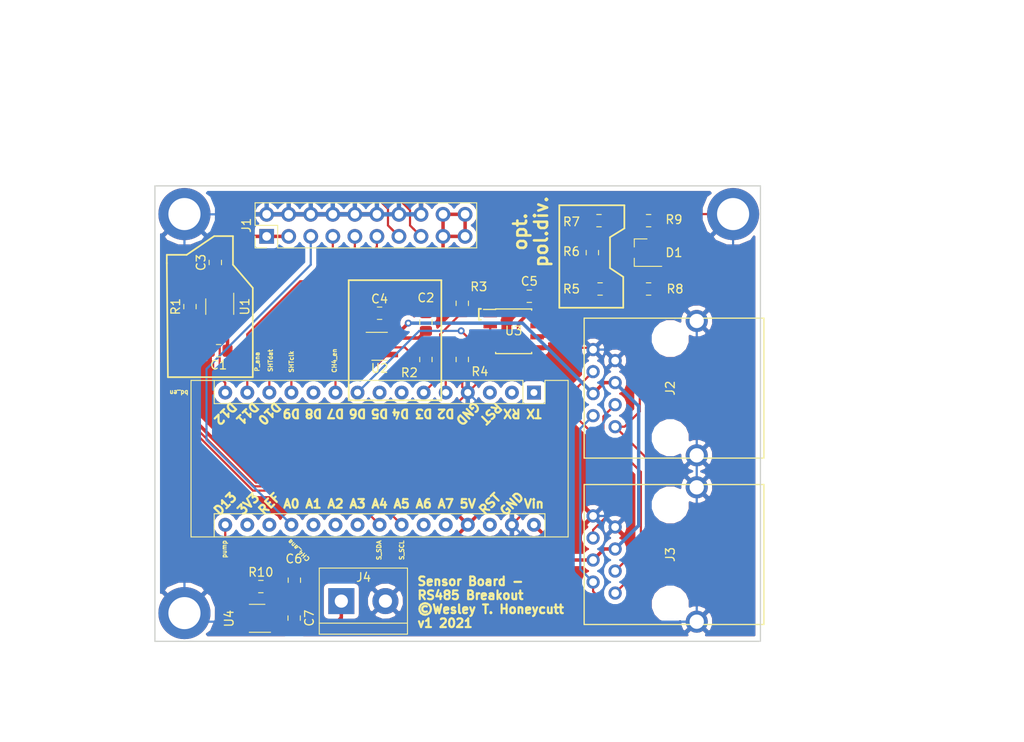
<source format=kicad_pcb>
(kicad_pcb (version 20171130) (host pcbnew 5.0.2-bee76a0~70~ubuntu18.04.1)

  (general
    (thickness 1.6)
    (drawings 69)
    (tracks 306)
    (zones 0)
    (modules 30)
    (nets 28)
  )

  (page A4)
  (layers
    (0 F.Cu signal)
    (31 B.Cu signal)
    (32 B.Adhes user)
    (33 F.Adhes user)
    (34 B.Paste user)
    (35 F.Paste user)
    (36 B.SilkS user)
    (37 F.SilkS user)
    (38 B.Mask user)
    (39 F.Mask user)
    (40 Dwgs.User user)
    (41 Cmts.User user)
    (42 Eco1.User user)
    (43 Eco2.User user)
    (44 Edge.Cuts user)
    (45 Margin user)
    (46 B.CrtYd user)
    (47 F.CrtYd user)
    (48 B.Fab user)
    (49 F.Fab user hide)
  )

  (setup
    (last_trace_width 0.25)
    (trace_clearance 0.2)
    (zone_clearance 0.508)
    (zone_45_only no)
    (trace_min 0.2)
    (segment_width 0.2)
    (edge_width 0.15)
    (via_size 0.8)
    (via_drill 0.4)
    (via_min_size 0.4)
    (via_min_drill 0.3)
    (uvia_size 0.3)
    (uvia_drill 0.1)
    (uvias_allowed no)
    (uvia_min_size 0.2)
    (uvia_min_drill 0.1)
    (pcb_text_width 0.3)
    (pcb_text_size 1.5 1.5)
    (mod_edge_width 0.15)
    (mod_text_size 1 1)
    (mod_text_width 0.15)
    (pad_size 6 6)
    (pad_drill 3.7)
    (pad_to_mask_clearance 0.051)
    (solder_mask_min_width 0.25)
    (aux_axis_origin 0 0)
    (visible_elements FFFDFF7F)
    (pcbplotparams
      (layerselection 0x010fc_ffffffff)
      (usegerberextensions false)
      (usegerberattributes false)
      (usegerberadvancedattributes false)
      (creategerberjobfile false)
      (excludeedgelayer true)
      (linewidth 0.100000)
      (plotframeref false)
      (viasonmask false)
      (mode 1)
      (useauxorigin false)
      (hpglpennumber 1)
      (hpglpenspeed 20)
      (hpglpendiameter 15.000000)
      (psnegative false)
      (psa4output false)
      (plotreference true)
      (plotvalue true)
      (plotinvisibletext false)
      (padsonsilk false)
      (subtractmaskfromsilk false)
      (outputformat 1)
      (mirror false)
      (drillshape 0)
      (scaleselection 1)
      (outputdirectory "gerbers/"))
  )

  (net 0 "")
  (net 1 CH4_ana)
  (net 2 GND)
  (net 3 P_ana)
  (net 4 bd_en)
  (net 5 +5V)
  (net 6 CH4_en)
  (net 7 SHTdata)
  (net 8 SHTclk)
  (net 9 VCC)
  (net 10 S_SCL)
  (net 11 S_SDA)
  (net 12 "Net-(C3-Pad1)")
  (net 13 "Net-(C4-Pad1)")
  (net 14 "Net-(D1-Pad1)")
  (net 15 "Net-(D1-Pad2)")
  (net 16 "Net-(R1-Pad2)")
  (net 17 "Net-(R2-Pad2)")
  (net 18 "Net-(R5-Pad2)")
  (net 19 "Net-(R6-Pad2)")
  (net 20 "Net-(J2-Pad6)")
  (net 21 "Net-(J2-Pad3)")
  (net 22 "Net-(A1-Pad9)")
  (net 23 "Net-(A1-Pad5)")
  (net 24 "Net-(A1-Pad6)")
  (net 25 pump_en)
  (net 26 "Net-(C7-Pad1)")
  (net 27 "Net-(R10-Pad2)")

  (net_class Default "This is the default net class."
    (clearance 0.2)
    (trace_width 0.25)
    (via_dia 0.8)
    (via_drill 0.4)
    (uvia_dia 0.3)
    (uvia_drill 0.1)
    (add_net CH4_ana)
    (add_net CH4_en)
    (add_net GND)
    (add_net "Net-(A1-Pad5)")
    (add_net "Net-(A1-Pad6)")
    (add_net "Net-(A1-Pad9)")
    (add_net "Net-(D1-Pad1)")
    (add_net "Net-(D1-Pad2)")
    (add_net "Net-(J2-Pad3)")
    (add_net "Net-(J2-Pad6)")
    (add_net "Net-(R1-Pad2)")
    (add_net "Net-(R10-Pad2)")
    (add_net "Net-(R2-Pad2)")
    (add_net "Net-(R5-Pad2)")
    (add_net "Net-(R6-Pad2)")
    (add_net P_ana)
    (add_net SHTclk)
    (add_net SHTdata)
    (add_net S_SCL)
    (add_net S_SDA)
    (add_net bd_en)
    (add_net pump_en)
  )

  (net_class POWER ""
    (clearance 0.2)
    (trace_width 0.4)
    (via_dia 0.8)
    (via_drill 0.4)
    (uvia_dia 0.3)
    (uvia_drill 0.1)
    (add_net +5V)
    (add_net "Net-(C3-Pad1)")
    (add_net "Net-(C4-Pad1)")
    (add_net "Net-(C7-Pad1)")
    (add_net VCC)
  )

  (module Module:Arduino_Nano (layer F.Cu) (tedit 60B010EA) (tstamp 60C31AE6)
    (at 90.259 70.574 270)
    (descr "Arduino Nano, http://www.mouser.com/pdfdocs/Gravitech_Arduino_Nano3_0.pdf")
    (tags "Arduino Nano")
    (path /60A82D9C)
    (fp_text reference A1 (at 7.62 -3.175 90) (layer F.SilkS) hide
      (effects (font (size 1 1) (thickness 0.15)))
    )
    (fp_text value Arduino_Nano_v3.x (at 8.89 19.05) (layer F.Fab)
      (effects (font (size 1 1) (thickness 0.15)))
    )
    (fp_text user %R (at 6.35 19.05) (layer F.Fab)
      (effects (font (size 1 1) (thickness 0.15)))
    )
    (fp_line (start 1.27 1.27) (end 1.27 -1.27) (layer F.SilkS) (width 0.12))
    (fp_line (start 1.27 -1.27) (end -1.4 -1.27) (layer F.SilkS) (width 0.12))
    (fp_line (start -1.4 1.27) (end -1.4 39.5) (layer F.SilkS) (width 0.12))
    (fp_line (start -1.4 -3.94) (end -1.4 -1.27) (layer F.SilkS) (width 0.12))
    (fp_line (start 13.97 -1.27) (end 16.64 -1.27) (layer F.SilkS) (width 0.12))
    (fp_line (start 13.97 -1.27) (end 13.97 36.83) (layer F.SilkS) (width 0.12))
    (fp_line (start 13.97 36.83) (end 16.64 36.83) (layer F.SilkS) (width 0.12))
    (fp_line (start 1.27 1.27) (end -1.4 1.27) (layer F.SilkS) (width 0.12))
    (fp_line (start 1.27 1.27) (end 1.27 36.83) (layer F.SilkS) (width 0.12))
    (fp_line (start 1.27 36.83) (end -1.4 36.83) (layer F.SilkS) (width 0.12))
    (fp_line (start 3.81 31.75) (end 11.43 31.75) (layer F.Fab) (width 0.1))
    (fp_line (start 11.43 31.75) (end 11.43 41.91) (layer F.Fab) (width 0.1))
    (fp_line (start 11.43 41.91) (end 3.81 41.91) (layer F.Fab) (width 0.1))
    (fp_line (start 3.81 41.91) (end 3.81 31.75) (layer F.Fab) (width 0.1))
    (fp_line (start -1.4 39.5) (end 16.64 39.5) (layer F.SilkS) (width 0.12))
    (fp_line (start 16.64 39.5) (end 16.64 -3.94) (layer F.SilkS) (width 0.12))
    (fp_line (start 16.64 -3.94) (end -1.4 -3.94) (layer F.SilkS) (width 0.12))
    (fp_line (start 16.51 39.37) (end -1.27 39.37) (layer F.Fab) (width 0.1))
    (fp_line (start -1.27 39.37) (end -1.27 -2.54) (layer F.Fab) (width 0.1))
    (fp_line (start -1.27 -2.54) (end 0 -3.81) (layer F.Fab) (width 0.1))
    (fp_line (start 0 -3.81) (end 16.51 -3.81) (layer F.Fab) (width 0.1))
    (fp_line (start 16.51 -3.81) (end 16.51 39.37) (layer F.Fab) (width 0.1))
    (fp_line (start -1.53 -4.06) (end 16.75 -4.06) (layer F.CrtYd) (width 0.05))
    (fp_line (start -1.53 -4.06) (end -1.53 42.16) (layer F.CrtYd) (width 0.05))
    (fp_line (start 16.75 42.16) (end 16.75 -4.06) (layer F.CrtYd) (width 0.05))
    (fp_line (start 16.75 42.16) (end -1.53 42.16) (layer F.CrtYd) (width 0.05))
    (pad 1 thru_hole rect (at 0 0 270) (size 1.6 1.6) (drill 0.8) (layers *.Cu *.Mask))
    (pad 17 thru_hole oval (at 15.24 33.02 270) (size 1.6 1.6) (drill 0.8) (layers *.Cu *.Mask))
    (pad 2 thru_hole oval (at 0 2.54 270) (size 1.6 1.6) (drill 0.8) (layers *.Cu *.Mask))
    (pad 18 thru_hole oval (at 15.24 30.48 270) (size 1.6 1.6) (drill 0.8) (layers *.Cu *.Mask))
    (pad 3 thru_hole oval (at 0 5.08 270) (size 1.6 1.6) (drill 0.8) (layers *.Cu *.Mask))
    (pad 19 thru_hole oval (at 15.24 27.94 270) (size 1.6 1.6) (drill 0.8) (layers *.Cu *.Mask)
      (net 1 CH4_ana))
    (pad 4 thru_hole oval (at 0 7.62 270) (size 1.6 1.6) (drill 0.8) (layers *.Cu *.Mask)
      (net 2 GND))
    (pad 20 thru_hole oval (at 15.24 25.4 270) (size 1.6 1.6) (drill 0.8) (layers *.Cu *.Mask))
    (pad 5 thru_hole oval (at 0 10.16 270) (size 1.6 1.6) (drill 0.8) (layers *.Cu *.Mask)
      (net 23 "Net-(A1-Pad5)"))
    (pad 21 thru_hole oval (at 15.24 22.86 270) (size 1.6 1.6) (drill 0.8) (layers *.Cu *.Mask))
    (pad 6 thru_hole oval (at 0 12.7 270) (size 1.6 1.6) (drill 0.8) (layers *.Cu *.Mask)
      (net 24 "Net-(A1-Pad6)"))
    (pad 22 thru_hole oval (at 15.24 20.32 270) (size 1.6 1.6) (drill 0.8) (layers *.Cu *.Mask))
    (pad 7 thru_hole oval (at 0 15.24 270) (size 1.6 1.6) (drill 0.8) (layers *.Cu *.Mask))
    (pad 23 thru_hole oval (at 15.24 17.78 270) (size 1.6 1.6) (drill 0.8) (layers *.Cu *.Mask)
      (net 11 S_SDA))
    (pad 8 thru_hole oval (at 0 17.78 270) (size 1.6 1.6) (drill 0.8) (layers *.Cu *.Mask))
    (pad 24 thru_hole oval (at 15.24 15.24 270) (size 1.6 1.6) (drill 0.8) (layers *.Cu *.Mask)
      (net 10 S_SCL))
    (pad 9 thru_hole oval (at 0 20.32 270) (size 1.6 1.6) (drill 0.8) (layers *.Cu *.Mask)
      (net 22 "Net-(A1-Pad9)"))
    (pad 25 thru_hole oval (at 15.24 12.7 270) (size 1.6 1.6) (drill 0.8) (layers *.Cu *.Mask))
    (pad 10 thru_hole oval (at 0 22.86 270) (size 1.6 1.6) (drill 0.8) (layers *.Cu *.Mask)
      (net 6 CH4_en))
    (pad 26 thru_hole oval (at 15.24 10.16 270) (size 1.6 1.6) (drill 0.8) (layers *.Cu *.Mask))
    (pad 11 thru_hole oval (at 0 25.4 270) (size 1.6 1.6) (drill 0.8) (layers *.Cu *.Mask))
    (pad 27 thru_hole oval (at 15.24 7.62 270) (size 1.6 1.6) (drill 0.8) (layers *.Cu *.Mask)
      (net 5 +5V))
    (pad 12 thru_hole oval (at 0 27.94 270) (size 1.6 1.6) (drill 0.8) (layers *.Cu *.Mask)
      (net 8 SHTclk))
    (pad 28 thru_hole oval (at 15.24 5.08 270) (size 1.6 1.6) (drill 0.8) (layers *.Cu *.Mask))
    (pad 13 thru_hole oval (at 0 30.48 270) (size 1.6 1.6) (drill 0.8) (layers *.Cu *.Mask)
      (net 7 SHTdata))
    (pad 29 thru_hole oval (at 15.24 2.54 270) (size 1.6 1.6) (drill 0.8) (layers *.Cu *.Mask)
      (net 2 GND))
    (pad 14 thru_hole oval (at 0 33.02 270) (size 1.6 1.6) (drill 0.8) (layers *.Cu *.Mask)
      (net 3 P_ana))
    (pad 30 thru_hole oval (at 15.24 0 270) (size 1.6 1.6) (drill 0.8) (layers *.Cu *.Mask)
      (net 9 VCC))
    (pad 15 thru_hole oval (at 0 35.56 270) (size 1.6 1.6) (drill 0.8) (layers *.Cu *.Mask)
      (net 4 bd_en))
    (pad 16 thru_hole oval (at 15.24 35.56 270) (size 1.6 1.6) (drill 0.8) (layers *.Cu *.Mask)
      (net 25 pump_en))
    (model ${KISYS3DMOD}/Module.3dshapes/Arduino_Nano_WithMountingHoles.wrl
      (at (xyz 0 0 0))
      (scale (xyz 1 1 1))
      (rotate (xyz 0 0 0))
    )
  )

  (module Capacitor_SMD:C_0805_2012Metric_Pad1.15x1.40mm_HandSolder (layer F.Cu) (tedit 5B36C52B) (tstamp 60C31B77)
    (at 53.937 65.748 180)
    (descr "Capacitor SMD 0805 (2012 Metric), square (rectangular) end terminal, IPC_7351 nominal with elongated pad for handsoldering. (Body size source: https://docs.google.com/spreadsheets/d/1BsfQQcO9C6DZCsRaXUlFlo91Tg2WpOkGARC1WS5S8t0/edit?usp=sharing), generated with kicad-footprint-generator")
    (tags "capacitor handsolder")
    (path /60BE2782)
    (attr smd)
    (fp_text reference C1 (at 0 -1.65 180) (layer F.SilkS)
      (effects (font (size 1 1) (thickness 0.15)))
    )
    (fp_text value 10uF (at 0 1.65 180) (layer F.Fab)
      (effects (font (size 1 1) (thickness 0.15)))
    )
    (fp_line (start -1 0.6) (end -1 -0.6) (layer F.Fab) (width 0.1))
    (fp_line (start -1 -0.6) (end 1 -0.6) (layer F.Fab) (width 0.1))
    (fp_line (start 1 -0.6) (end 1 0.6) (layer F.Fab) (width 0.1))
    (fp_line (start 1 0.6) (end -1 0.6) (layer F.Fab) (width 0.1))
    (fp_line (start -0.261252 -0.71) (end 0.261252 -0.71) (layer F.SilkS) (width 0.12))
    (fp_line (start -0.261252 0.71) (end 0.261252 0.71) (layer F.SilkS) (width 0.12))
    (fp_line (start -1.85 0.95) (end -1.85 -0.95) (layer F.CrtYd) (width 0.05))
    (fp_line (start -1.85 -0.95) (end 1.85 -0.95) (layer F.CrtYd) (width 0.05))
    (fp_line (start 1.85 -0.95) (end 1.85 0.95) (layer F.CrtYd) (width 0.05))
    (fp_line (start 1.85 0.95) (end -1.85 0.95) (layer F.CrtYd) (width 0.05))
    (fp_text user %R (at 0 0 180) (layer F.Fab)
      (effects (font (size 0.5 0.5) (thickness 0.08)))
    )
    (pad 1 smd roundrect (at -1.025 0 180) (size 1.15 1.4) (layers F.Cu F.Paste F.Mask) (roundrect_rratio 0.217391)
      (net 5 +5V))
    (pad 2 smd roundrect (at 1.025 0 180) (size 1.15 1.4) (layers F.Cu F.Paste F.Mask) (roundrect_rratio 0.217391)
      (net 2 GND))
    (model ${KISYS3DMOD}/Capacitor_SMD.3dshapes/C_0805_2012Metric.wrl
      (at (xyz 0 0 0))
      (scale (xyz 1 1 1))
      (rotate (xyz 0 0 0))
    )
  )

  (module Capacitor_SMD:C_0805_2012Metric_Pad1.15x1.40mm_HandSolder (layer F.Cu) (tedit 5B36C52B) (tstamp 60C31BA7)
    (at 77.813 62.446 90)
    (descr "Capacitor SMD 0805 (2012 Metric), square (rectangular) end terminal, IPC_7351 nominal with elongated pad for handsoldering. (Body size source: https://docs.google.com/spreadsheets/d/1BsfQQcO9C6DZCsRaXUlFlo91Tg2WpOkGARC1WS5S8t0/edit?usp=sharing), generated with kicad-footprint-generator")
    (tags "capacitor handsolder")
    (path /60BE27FE)
    (attr smd)
    (fp_text reference C2 (at 2.794 0 180) (layer F.SilkS)
      (effects (font (size 1 1) (thickness 0.15)))
    )
    (fp_text value 10uF (at 0 1.65 90) (layer F.Fab)
      (effects (font (size 1 1) (thickness 0.15)))
    )
    (fp_line (start -1 0.6) (end -1 -0.6) (layer F.Fab) (width 0.1))
    (fp_line (start -1 -0.6) (end 1 -0.6) (layer F.Fab) (width 0.1))
    (fp_line (start 1 -0.6) (end 1 0.6) (layer F.Fab) (width 0.1))
    (fp_line (start 1 0.6) (end -1 0.6) (layer F.Fab) (width 0.1))
    (fp_line (start -0.261252 -0.71) (end 0.261252 -0.71) (layer F.SilkS) (width 0.12))
    (fp_line (start -0.261252 0.71) (end 0.261252 0.71) (layer F.SilkS) (width 0.12))
    (fp_line (start -1.85 0.95) (end -1.85 -0.95) (layer F.CrtYd) (width 0.05))
    (fp_line (start -1.85 -0.95) (end 1.85 -0.95) (layer F.CrtYd) (width 0.05))
    (fp_line (start 1.85 -0.95) (end 1.85 0.95) (layer F.CrtYd) (width 0.05))
    (fp_line (start 1.85 0.95) (end -1.85 0.95) (layer F.CrtYd) (width 0.05))
    (fp_text user %R (at 0 0 90) (layer F.Fab)
      (effects (font (size 0.5 0.5) (thickness 0.08)))
    )
    (pad 1 smd roundrect (at -1.025 0 90) (size 1.15 1.4) (layers F.Cu F.Paste F.Mask) (roundrect_rratio 0.217391)
      (net 9 VCC))
    (pad 2 smd roundrect (at 1.025 0 90) (size 1.15 1.4) (layers F.Cu F.Paste F.Mask) (roundrect_rratio 0.217391)
      (net 2 GND))
    (model ${KISYS3DMOD}/Capacitor_SMD.3dshapes/C_0805_2012Metric.wrl
      (at (xyz 0 0 0))
      (scale (xyz 1 1 1))
      (rotate (xyz 0 0 0))
    )
  )

  (module Capacitor_SMD:C_0805_2012Metric_Pad1.15x1.40mm_HandSolder (layer F.Cu) (tedit 5B36C52B) (tstamp 60C322D0)
    (at 53.556 55.579 90)
    (descr "Capacitor SMD 0805 (2012 Metric), square (rectangular) end terminal, IPC_7351 nominal with elongated pad for handsoldering. (Body size source: https://docs.google.com/spreadsheets/d/1BsfQQcO9C6DZCsRaXUlFlo91Tg2WpOkGARC1WS5S8t0/edit?usp=sharing), generated with kicad-footprint-generator")
    (tags "capacitor handsolder")
    (path /60BA684D)
    (attr smd)
    (fp_text reference C3 (at 0 -1.65 90) (layer F.SilkS)
      (effects (font (size 1 1) (thickness 0.15)))
    )
    (fp_text value 10uF (at 0 1.65 90) (layer F.Fab)
      (effects (font (size 1 1) (thickness 0.15)))
    )
    (fp_text user %R (at 0 0 90) (layer F.Fab)
      (effects (font (size 0.5 0.5) (thickness 0.08)))
    )
    (fp_line (start 1.85 0.95) (end -1.85 0.95) (layer F.CrtYd) (width 0.05))
    (fp_line (start 1.85 -0.95) (end 1.85 0.95) (layer F.CrtYd) (width 0.05))
    (fp_line (start -1.85 -0.95) (end 1.85 -0.95) (layer F.CrtYd) (width 0.05))
    (fp_line (start -1.85 0.95) (end -1.85 -0.95) (layer F.CrtYd) (width 0.05))
    (fp_line (start -0.261252 0.71) (end 0.261252 0.71) (layer F.SilkS) (width 0.12))
    (fp_line (start -0.261252 -0.71) (end 0.261252 -0.71) (layer F.SilkS) (width 0.12))
    (fp_line (start 1 0.6) (end -1 0.6) (layer F.Fab) (width 0.1))
    (fp_line (start 1 -0.6) (end 1 0.6) (layer F.Fab) (width 0.1))
    (fp_line (start -1 -0.6) (end 1 -0.6) (layer F.Fab) (width 0.1))
    (fp_line (start -1 0.6) (end -1 -0.6) (layer F.Fab) (width 0.1))
    (pad 2 smd roundrect (at 1.025 0 90) (size 1.15 1.4) (layers F.Cu F.Paste F.Mask) (roundrect_rratio 0.217391)
      (net 2 GND))
    (pad 1 smd roundrect (at -1.025 0 90) (size 1.15 1.4) (layers F.Cu F.Paste F.Mask) (roundrect_rratio 0.217391)
      (net 12 "Net-(C3-Pad1)"))
    (model ${KISYS3DMOD}/Capacitor_SMD.3dshapes/C_0805_2012Metric.wrl
      (at (xyz 0 0 0))
      (scale (xyz 1 1 1))
      (rotate (xyz 0 0 0))
    )
  )

  (module Capacitor_SMD:C_0805_2012Metric_Pad1.15x1.40mm_HandSolder (layer F.Cu) (tedit 5B36C52B) (tstamp 60C322A0)
    (at 72.479 61.43)
    (descr "Capacitor SMD 0805 (2012 Metric), square (rectangular) end terminal, IPC_7351 nominal with elongated pad for handsoldering. (Body size source: https://docs.google.com/spreadsheets/d/1BsfQQcO9C6DZCsRaXUlFlo91Tg2WpOkGARC1WS5S8t0/edit?usp=sharing), generated with kicad-footprint-generator")
    (tags "capacitor handsolder")
    (path /60B65A13)
    (attr smd)
    (fp_text reference C4 (at 0 -1.65) (layer F.SilkS)
      (effects (font (size 1 1) (thickness 0.15)))
    )
    (fp_text value 10uF (at 0 1.65) (layer F.Fab)
      (effects (font (size 1 1) (thickness 0.15)))
    )
    (fp_text user %R (at 0 0) (layer F.Fab)
      (effects (font (size 0.5 0.5) (thickness 0.08)))
    )
    (fp_line (start 1.85 0.95) (end -1.85 0.95) (layer F.CrtYd) (width 0.05))
    (fp_line (start 1.85 -0.95) (end 1.85 0.95) (layer F.CrtYd) (width 0.05))
    (fp_line (start -1.85 -0.95) (end 1.85 -0.95) (layer F.CrtYd) (width 0.05))
    (fp_line (start -1.85 0.95) (end -1.85 -0.95) (layer F.CrtYd) (width 0.05))
    (fp_line (start -0.261252 0.71) (end 0.261252 0.71) (layer F.SilkS) (width 0.12))
    (fp_line (start -0.261252 -0.71) (end 0.261252 -0.71) (layer F.SilkS) (width 0.12))
    (fp_line (start 1 0.6) (end -1 0.6) (layer F.Fab) (width 0.1))
    (fp_line (start 1 -0.6) (end 1 0.6) (layer F.Fab) (width 0.1))
    (fp_line (start -1 -0.6) (end 1 -0.6) (layer F.Fab) (width 0.1))
    (fp_line (start -1 0.6) (end -1 -0.6) (layer F.Fab) (width 0.1))
    (pad 2 smd roundrect (at 1.025 0) (size 1.15 1.4) (layers F.Cu F.Paste F.Mask) (roundrect_rratio 0.217391)
      (net 2 GND))
    (pad 1 smd roundrect (at -1.025 0) (size 1.15 1.4) (layers F.Cu F.Paste F.Mask) (roundrect_rratio 0.217391)
      (net 13 "Net-(C4-Pad1)"))
    (model ${KISYS3DMOD}/Capacitor_SMD.3dshapes/C_0805_2012Metric.wrl
      (at (xyz 0 0 0))
      (scale (xyz 1 1 1))
      (rotate (xyz 0 0 0))
    )
  )

  (module Capacitor_SMD:C_0805_2012Metric_Pad1.15x1.40mm_HandSolder (layer F.Cu) (tedit 5B36C52B) (tstamp 60C32300)
    (at 89.7256 59.4742 180)
    (descr "Capacitor SMD 0805 (2012 Metric), square (rectangular) end terminal, IPC_7351 nominal with elongated pad for handsoldering. (Body size source: https://docs.google.com/spreadsheets/d/1BsfQQcO9C6DZCsRaXUlFlo91Tg2WpOkGARC1WS5S8t0/edit?usp=sharing), generated with kicad-footprint-generator")
    (tags "capacitor handsolder")
    (path /60A86DD0)
    (attr smd)
    (fp_text reference C5 (at 0 1.7272 180) (layer F.SilkS)
      (effects (font (size 1 1) (thickness 0.15)))
    )
    (fp_text value 0.1uF (at 0 1.65 180) (layer F.Fab)
      (effects (font (size 1 1) (thickness 0.15)))
    )
    (fp_line (start -1 0.6) (end -1 -0.6) (layer F.Fab) (width 0.1))
    (fp_line (start -1 -0.6) (end 1 -0.6) (layer F.Fab) (width 0.1))
    (fp_line (start 1 -0.6) (end 1 0.6) (layer F.Fab) (width 0.1))
    (fp_line (start 1 0.6) (end -1 0.6) (layer F.Fab) (width 0.1))
    (fp_line (start -0.261252 -0.71) (end 0.261252 -0.71) (layer F.SilkS) (width 0.12))
    (fp_line (start -0.261252 0.71) (end 0.261252 0.71) (layer F.SilkS) (width 0.12))
    (fp_line (start -1.85 0.95) (end -1.85 -0.95) (layer F.CrtYd) (width 0.05))
    (fp_line (start -1.85 -0.95) (end 1.85 -0.95) (layer F.CrtYd) (width 0.05))
    (fp_line (start 1.85 -0.95) (end 1.85 0.95) (layer F.CrtYd) (width 0.05))
    (fp_line (start 1.85 0.95) (end -1.85 0.95) (layer F.CrtYd) (width 0.05))
    (fp_text user %R (at 0 0 180) (layer F.Fab)
      (effects (font (size 0.5 0.5) (thickness 0.08)))
    )
    (pad 1 smd roundrect (at -1.025 0 180) (size 1.15 1.4) (layers F.Cu F.Paste F.Mask) (roundrect_rratio 0.217391)
      (net 5 +5V))
    (pad 2 smd roundrect (at 1.025 0 180) (size 1.15 1.4) (layers F.Cu F.Paste F.Mask) (roundrect_rratio 0.217391)
      (net 2 GND))
    (model ${KISYS3DMOD}/Capacitor_SMD.3dshapes/C_0805_2012Metric.wrl
      (at (xyz 0 0 0))
      (scale (xyz 1 1 1))
      (rotate (xyz 0 0 0))
    )
  )

  (module Package_TO_SOT_SMD:SOT-23_Handsoldering (layer F.Cu) (tedit 5A0AB76C) (tstamp 60C32334)
    (at 102.578 54.445 180)
    (descr "SOT-23, Handsoldering")
    (tags SOT-23)
    (path /60A850FC)
    (attr smd)
    (fp_text reference D1 (at -3.81 0 180) (layer F.SilkS)
      (effects (font (size 1 1) (thickness 0.15)))
    )
    (fp_text value "CDSOT23-SM712 (SP0502BAHT)" (at 0 2.5 180) (layer F.Fab)
      (effects (font (size 1 1) (thickness 0.15)))
    )
    (fp_text user %R (at 0 0 270) (layer F.Fab)
      (effects (font (size 0.5 0.5) (thickness 0.075)))
    )
    (fp_line (start 0.76 1.58) (end 0.76 0.65) (layer F.SilkS) (width 0.12))
    (fp_line (start 0.76 -1.58) (end 0.76 -0.65) (layer F.SilkS) (width 0.12))
    (fp_line (start -2.7 -1.75) (end 2.7 -1.75) (layer F.CrtYd) (width 0.05))
    (fp_line (start 2.7 -1.75) (end 2.7 1.75) (layer F.CrtYd) (width 0.05))
    (fp_line (start 2.7 1.75) (end -2.7 1.75) (layer F.CrtYd) (width 0.05))
    (fp_line (start -2.7 1.75) (end -2.7 -1.75) (layer F.CrtYd) (width 0.05))
    (fp_line (start 0.76 -1.58) (end -2.4 -1.58) (layer F.SilkS) (width 0.12))
    (fp_line (start -0.7 -0.95) (end -0.7 1.5) (layer F.Fab) (width 0.1))
    (fp_line (start -0.15 -1.52) (end 0.7 -1.52) (layer F.Fab) (width 0.1))
    (fp_line (start -0.7 -0.95) (end -0.15 -1.52) (layer F.Fab) (width 0.1))
    (fp_line (start 0.7 -1.52) (end 0.7 1.52) (layer F.Fab) (width 0.1))
    (fp_line (start -0.7 1.52) (end 0.7 1.52) (layer F.Fab) (width 0.1))
    (fp_line (start 0.76 1.58) (end -0.7 1.58) (layer F.SilkS) (width 0.12))
    (pad 1 smd rect (at -1.5 -0.95 180) (size 1.9 0.8) (layers F.Cu F.Paste F.Mask)
      (net 14 "Net-(D1-Pad1)"))
    (pad 2 smd rect (at -1.5 0.95 180) (size 1.9 0.8) (layers F.Cu F.Paste F.Mask)
      (net 15 "Net-(D1-Pad2)"))
    (pad 3 smd rect (at 1.5 0 180) (size 1.9 0.8) (layers F.Cu F.Paste F.Mask)
      (net 2 GND))
    (model ${KISYS3DMOD}/Package_TO_SOT_SMD.3dshapes/SOT-23.wrl
      (at (xyz 0 0 0))
      (scale (xyz 1 1 1))
      (rotate (xyz 0 0 0))
    )
  )

  (module Connector_PinHeader_2.54mm:PinHeader_2x10_P2.54mm_Vertical (layer F.Cu) (tedit 59FED5CC) (tstamp 60C31A4F)
    (at 59.47 52.57 90)
    (descr "Through hole straight pin header, 2x10, 2.54mm pitch, double rows")
    (tags "Through hole pin header THT 2x10 2.54mm double row")
    (path /60A83209)
    (fp_text reference J1 (at 1.27 -2.33 90) (layer F.SilkS)
      (effects (font (size 1 1) (thickness 0.15)))
    )
    (fp_text value Conn_02x10_Odd_Even (at 1.27 25.19 90) (layer F.Fab)
      (effects (font (size 1 1) (thickness 0.15)))
    )
    (fp_line (start 0 -1.27) (end 3.81 -1.27) (layer F.Fab) (width 0.1))
    (fp_line (start 3.81 -1.27) (end 3.81 24.13) (layer F.Fab) (width 0.1))
    (fp_line (start 3.81 24.13) (end -1.27 24.13) (layer F.Fab) (width 0.1))
    (fp_line (start -1.27 24.13) (end -1.27 0) (layer F.Fab) (width 0.1))
    (fp_line (start -1.27 0) (end 0 -1.27) (layer F.Fab) (width 0.1))
    (fp_line (start -1.33 24.19) (end 3.87 24.19) (layer F.SilkS) (width 0.12))
    (fp_line (start -1.33 1.27) (end -1.33 24.19) (layer F.SilkS) (width 0.12))
    (fp_line (start 3.87 -1.33) (end 3.87 24.19) (layer F.SilkS) (width 0.12))
    (fp_line (start -1.33 1.27) (end 1.27 1.27) (layer F.SilkS) (width 0.12))
    (fp_line (start 1.27 1.27) (end 1.27 -1.33) (layer F.SilkS) (width 0.12))
    (fp_line (start 1.27 -1.33) (end 3.87 -1.33) (layer F.SilkS) (width 0.12))
    (fp_line (start -1.33 0) (end -1.33 -1.33) (layer F.SilkS) (width 0.12))
    (fp_line (start -1.33 -1.33) (end 0 -1.33) (layer F.SilkS) (width 0.12))
    (fp_line (start -1.8 -1.8) (end -1.8 24.65) (layer F.CrtYd) (width 0.05))
    (fp_line (start -1.8 24.65) (end 4.35 24.65) (layer F.CrtYd) (width 0.05))
    (fp_line (start 4.35 24.65) (end 4.35 -1.8) (layer F.CrtYd) (width 0.05))
    (fp_line (start 4.35 -1.8) (end -1.8 -1.8) (layer F.CrtYd) (width 0.05))
    (fp_text user %R (at 1.27 11.43 180) (layer F.Fab)
      (effects (font (size 1 1) (thickness 0.15)))
    )
    (pad 1 thru_hole rect (at 0 0 90) (size 1.7 1.7) (drill 1) (layers *.Cu *.Mask)
      (net 12 "Net-(C3-Pad1)"))
    (pad 2 thru_hole oval (at 2.54 0 90) (size 1.7 1.7) (drill 1) (layers *.Cu *.Mask)
      (net 2 GND))
    (pad 3 thru_hole oval (at 0 2.54 90) (size 1.7 1.7) (drill 1) (layers *.Cu *.Mask)
      (net 12 "Net-(C3-Pad1)"))
    (pad 4 thru_hole oval (at 2.54 2.54 90) (size 1.7 1.7) (drill 1) (layers *.Cu *.Mask)
      (net 2 GND))
    (pad 5 thru_hole oval (at 0 5.08 90) (size 1.7 1.7) (drill 1) (layers *.Cu *.Mask)
      (net 1 CH4_ana))
    (pad 6 thru_hole oval (at 2.54 5.08 90) (size 1.7 1.7) (drill 1) (layers *.Cu *.Mask)
      (net 2 GND))
    (pad 7 thru_hole oval (at 0 7.62 90) (size 1.7 1.7) (drill 1) (layers *.Cu *.Mask)
      (net 3 P_ana))
    (pad 8 thru_hole oval (at 2.54 7.62 90) (size 1.7 1.7) (drill 1) (layers *.Cu *.Mask)
      (net 2 GND))
    (pad 9 thru_hole oval (at 0 10.16 90) (size 1.7 1.7) (drill 1) (layers *.Cu *.Mask)
      (net 7 SHTdata))
    (pad 10 thru_hole oval (at 2.54 10.16 90) (size 1.7 1.7) (drill 1) (layers *.Cu *.Mask)
      (net 2 GND))
    (pad 11 thru_hole oval (at 0 12.7 90) (size 1.7 1.7) (drill 1) (layers *.Cu *.Mask)
      (net 8 SHTclk))
    (pad 12 thru_hole oval (at 2.54 12.7 90) (size 1.7 1.7) (drill 1) (layers *.Cu *.Mask)
      (net 2 GND))
    (pad 13 thru_hole oval (at 0 15.24 90) (size 1.7 1.7) (drill 1) (layers *.Cu *.Mask)
      (net 10 S_SCL))
    (pad 14 thru_hole oval (at 2.54 15.24 90) (size 1.7 1.7) (drill 1) (layers *.Cu *.Mask)
      (net 2 GND))
    (pad 15 thru_hole oval (at 0 17.78 90) (size 1.7 1.7) (drill 1) (layers *.Cu *.Mask)
      (net 11 S_SDA))
    (pad 16 thru_hole oval (at 2.54 17.78 90) (size 1.7 1.7) (drill 1) (layers *.Cu *.Mask)
      (net 2 GND))
    (pad 17 thru_hole oval (at 0 20.32 90) (size 1.7 1.7) (drill 1) (layers *.Cu *.Mask)
      (net 13 "Net-(C4-Pad1)"))
    (pad 18 thru_hole oval (at 2.54 20.32 90) (size 1.7 1.7) (drill 1) (layers *.Cu *.Mask)
      (net 13 "Net-(C4-Pad1)"))
    (pad 19 thru_hole oval (at 0 22.86 90) (size 1.7 1.7) (drill 1) (layers *.Cu *.Mask)
      (net 13 "Net-(C4-Pad1)"))
    (pad 20 thru_hole oval (at 2.54 22.86 90) (size 1.7 1.7) (drill 1) (layers *.Cu *.Mask)
      (net 13 "Net-(C4-Pad1)"))
    (model ${KISYS3DMOD}/Connector_PinHeader_2.54mm.3dshapes/PinHeader_2x10_P2.54mm_Vertical.wrl
      (at (xyz 0 0 0))
      (scale (xyz 1 1 1))
      (rotate (xyz 0 0 0))
    )
  )

  (module Resistor_SMD:R_0805_2012Metric_Pad1.15x1.40mm_HandSolder (layer F.Cu) (tedit 5B36C52B) (tstamp 60C31FB5)
    (at 50.635 60.668 90)
    (descr "Resistor SMD 0805 (2012 Metric), square (rectangular) end terminal, IPC_7351 nominal with elongated pad for handsoldering. (Body size source: https://docs.google.com/spreadsheets/d/1BsfQQcO9C6DZCsRaXUlFlo91Tg2WpOkGARC1WS5S8t0/edit?usp=sharing), generated with kicad-footprint-generator")
    (tags "resistor handsolder")
    (path /60BA6854)
    (attr smd)
    (fp_text reference R1 (at 0 -1.65 90) (layer F.SilkS)
      (effects (font (size 1 1) (thickness 0.15)))
    )
    (fp_text value 10k (at 0 1.65 90) (layer F.Fab)
      (effects (font (size 1 1) (thickness 0.15)))
    )
    (fp_line (start -1 0.6) (end -1 -0.6) (layer F.Fab) (width 0.1))
    (fp_line (start -1 -0.6) (end 1 -0.6) (layer F.Fab) (width 0.1))
    (fp_line (start 1 -0.6) (end 1 0.6) (layer F.Fab) (width 0.1))
    (fp_line (start 1 0.6) (end -1 0.6) (layer F.Fab) (width 0.1))
    (fp_line (start -0.261252 -0.71) (end 0.261252 -0.71) (layer F.SilkS) (width 0.12))
    (fp_line (start -0.261252 0.71) (end 0.261252 0.71) (layer F.SilkS) (width 0.12))
    (fp_line (start -1.85 0.95) (end -1.85 -0.95) (layer F.CrtYd) (width 0.05))
    (fp_line (start -1.85 -0.95) (end 1.85 -0.95) (layer F.CrtYd) (width 0.05))
    (fp_line (start 1.85 -0.95) (end 1.85 0.95) (layer F.CrtYd) (width 0.05))
    (fp_line (start 1.85 0.95) (end -1.85 0.95) (layer F.CrtYd) (width 0.05))
    (fp_text user %R (at 0 0 90) (layer F.Fab)
      (effects (font (size 0.5 0.5) (thickness 0.08)))
    )
    (pad 1 smd roundrect (at -1.025 0 90) (size 1.15 1.4) (layers F.Cu F.Paste F.Mask) (roundrect_rratio 0.217391)
      (net 5 +5V))
    (pad 2 smd roundrect (at 1.025 0 90) (size 1.15 1.4) (layers F.Cu F.Paste F.Mask) (roundrect_rratio 0.217391)
      (net 16 "Net-(R1-Pad2)"))
    (model ${KISYS3DMOD}/Resistor_SMD.3dshapes/R_0805_2012Metric.wrl
      (at (xyz 0 0 0))
      (scale (xyz 1 1 1))
      (rotate (xyz 0 0 0))
    )
  )

  (module Resistor_SMD:R_0805_2012Metric_Pad1.15x1.40mm_HandSolder (layer F.Cu) (tedit 5B36C52B) (tstamp 60C31EAD)
    (at 77.813 66.764 270)
    (descr "Resistor SMD 0805 (2012 Metric), square (rectangular) end terminal, IPC_7351 nominal with elongated pad for handsoldering. (Body size source: https://docs.google.com/spreadsheets/d/1BsfQQcO9C6DZCsRaXUlFlo91Tg2WpOkGARC1WS5S8t0/edit?usp=sharing), generated with kicad-footprint-generator")
    (tags "resistor handsolder")
    (path /60B65D77)
    (attr smd)
    (fp_text reference R2 (at 1.524 1.905) (layer F.SilkS)
      (effects (font (size 1 1) (thickness 0.15)))
    )
    (fp_text value 10k (at 0 1.65 270) (layer F.Fab)
      (effects (font (size 1 1) (thickness 0.15)))
    )
    (fp_line (start -1 0.6) (end -1 -0.6) (layer F.Fab) (width 0.1))
    (fp_line (start -1 -0.6) (end 1 -0.6) (layer F.Fab) (width 0.1))
    (fp_line (start 1 -0.6) (end 1 0.6) (layer F.Fab) (width 0.1))
    (fp_line (start 1 0.6) (end -1 0.6) (layer F.Fab) (width 0.1))
    (fp_line (start -0.261252 -0.71) (end 0.261252 -0.71) (layer F.SilkS) (width 0.12))
    (fp_line (start -0.261252 0.71) (end 0.261252 0.71) (layer F.SilkS) (width 0.12))
    (fp_line (start -1.85 0.95) (end -1.85 -0.95) (layer F.CrtYd) (width 0.05))
    (fp_line (start -1.85 -0.95) (end 1.85 -0.95) (layer F.CrtYd) (width 0.05))
    (fp_line (start 1.85 -0.95) (end 1.85 0.95) (layer F.CrtYd) (width 0.05))
    (fp_line (start 1.85 0.95) (end -1.85 0.95) (layer F.CrtYd) (width 0.05))
    (fp_text user %R (at 0 0 270) (layer F.Fab)
      (effects (font (size 0.5 0.5) (thickness 0.08)))
    )
    (pad 1 smd roundrect (at -1.025 0 270) (size 1.15 1.4) (layers F.Cu F.Paste F.Mask) (roundrect_rratio 0.217391)
      (net 9 VCC))
    (pad 2 smd roundrect (at 1.025 0 270) (size 1.15 1.4) (layers F.Cu F.Paste F.Mask) (roundrect_rratio 0.217391)
      (net 17 "Net-(R2-Pad2)"))
    (model ${KISYS3DMOD}/Resistor_SMD.3dshapes/R_0805_2012Metric.wrl
      (at (xyz 0 0 0))
      (scale (xyz 1 1 1))
      (rotate (xyz 0 0 0))
    )
  )

  (module Resistor_SMD:R_0805_2012Metric_Pad1.15x1.40mm_HandSolder (layer F.Cu) (tedit 5B36C52B) (tstamp 60C31C1C)
    (at 82.004 60.287 270)
    (descr "Resistor SMD 0805 (2012 Metric), square (rectangular) end terminal, IPC_7351 nominal with elongated pad for handsoldering. (Body size source: https://docs.google.com/spreadsheets/d/1BsfQQcO9C6DZCsRaXUlFlo91Tg2WpOkGARC1WS5S8t0/edit?usp=sharing), generated with kicad-footprint-generator")
    (tags "resistor handsolder")
    (path /60AE1105)
    (attr smd)
    (fp_text reference R3 (at -1.905 -1.905) (layer F.SilkS)
      (effects (font (size 1 1) (thickness 0.15)))
    )
    (fp_text value 10k (at 0 1.65 270) (layer F.Fab)
      (effects (font (size 1 1) (thickness 0.15)))
    )
    (fp_text user %R (at 0 0 270) (layer F.Fab)
      (effects (font (size 0.5 0.5) (thickness 0.08)))
    )
    (fp_line (start 1.85 0.95) (end -1.85 0.95) (layer F.CrtYd) (width 0.05))
    (fp_line (start 1.85 -0.95) (end 1.85 0.95) (layer F.CrtYd) (width 0.05))
    (fp_line (start -1.85 -0.95) (end 1.85 -0.95) (layer F.CrtYd) (width 0.05))
    (fp_line (start -1.85 0.95) (end -1.85 -0.95) (layer F.CrtYd) (width 0.05))
    (fp_line (start -0.261252 0.71) (end 0.261252 0.71) (layer F.SilkS) (width 0.12))
    (fp_line (start -0.261252 -0.71) (end 0.261252 -0.71) (layer F.SilkS) (width 0.12))
    (fp_line (start 1 0.6) (end -1 0.6) (layer F.Fab) (width 0.1))
    (fp_line (start 1 -0.6) (end 1 0.6) (layer F.Fab) (width 0.1))
    (fp_line (start -1 -0.6) (end 1 -0.6) (layer F.Fab) (width 0.1))
    (fp_line (start -1 0.6) (end -1 -0.6) (layer F.Fab) (width 0.1))
    (pad 2 smd roundrect (at 1.025 0 270) (size 1.15 1.4) (layers F.Cu F.Paste F.Mask) (roundrect_rratio 0.217391)
      (net 24 "Net-(A1-Pad6)"))
    (pad 1 smd roundrect (at -1.025 0 270) (size 1.15 1.4) (layers F.Cu F.Paste F.Mask) (roundrect_rratio 0.217391)
      (net 5 +5V))
    (model ${KISYS3DMOD}/Resistor_SMD.3dshapes/R_0805_2012Metric.wrl
      (at (xyz 0 0 0))
      (scale (xyz 1 1 1))
      (rotate (xyz 0 0 0))
    )
  )

  (module Resistor_SMD:R_0805_2012Metric_Pad1.15x1.40mm_HandSolder (layer F.Cu) (tedit 5B36C52B) (tstamp 60C31E7A)
    (at 82.004 66.764 270)
    (descr "Resistor SMD 0805 (2012 Metric), square (rectangular) end terminal, IPC_7351 nominal with elongated pad for handsoldering. (Body size source: https://docs.google.com/spreadsheets/d/1BsfQQcO9C6DZCsRaXUlFlo91Tg2WpOkGARC1WS5S8t0/edit?usp=sharing), generated with kicad-footprint-generator")
    (tags "resistor handsolder")
    (path /60AE11C7)
    (attr smd)
    (fp_text reference R4 (at 1.397 -2.032) (layer F.SilkS)
      (effects (font (size 1 1) (thickness 0.15)))
    )
    (fp_text value 10k (at 0 1.65 270) (layer F.Fab)
      (effects (font (size 1 1) (thickness 0.15)))
    )
    (fp_text user %R (at 0 0 270) (layer F.Fab)
      (effects (font (size 0.5 0.5) (thickness 0.08)))
    )
    (fp_line (start 1.85 0.95) (end -1.85 0.95) (layer F.CrtYd) (width 0.05))
    (fp_line (start 1.85 -0.95) (end 1.85 0.95) (layer F.CrtYd) (width 0.05))
    (fp_line (start -1.85 -0.95) (end 1.85 -0.95) (layer F.CrtYd) (width 0.05))
    (fp_line (start -1.85 0.95) (end -1.85 -0.95) (layer F.CrtYd) (width 0.05))
    (fp_line (start -0.261252 0.71) (end 0.261252 0.71) (layer F.SilkS) (width 0.12))
    (fp_line (start -0.261252 -0.71) (end 0.261252 -0.71) (layer F.SilkS) (width 0.12))
    (fp_line (start 1 0.6) (end -1 0.6) (layer F.Fab) (width 0.1))
    (fp_line (start 1 -0.6) (end 1 0.6) (layer F.Fab) (width 0.1))
    (fp_line (start -1 -0.6) (end 1 -0.6) (layer F.Fab) (width 0.1))
    (fp_line (start -1 0.6) (end -1 -0.6) (layer F.Fab) (width 0.1))
    (pad 2 smd roundrect (at 1.025 0 270) (size 1.15 1.4) (layers F.Cu F.Paste F.Mask) (roundrect_rratio 0.217391)
      (net 2 GND))
    (pad 1 smd roundrect (at -1.025 0 270) (size 1.15 1.4) (layers F.Cu F.Paste F.Mask) (roundrect_rratio 0.217391)
      (net 23 "Net-(A1-Pad5)"))
    (model ${KISYS3DMOD}/Resistor_SMD.3dshapes/R_0805_2012Metric.wrl
      (at (xyz 0 0 0))
      (scale (xyz 1 1 1))
      (rotate (xyz 0 0 0))
    )
  )

  (module Resistor_SMD:R_0805_2012Metric_Pad1.15x1.40mm_HandSolder (layer F.Cu) (tedit 5B36C52B) (tstamp 60C31D57)
    (at 97.879 58.636)
    (descr "Resistor SMD 0805 (2012 Metric), square (rectangular) end terminal, IPC_7351 nominal with elongated pad for handsoldering. (Body size source: https://docs.google.com/spreadsheets/d/1BsfQQcO9C6DZCsRaXUlFlo91Tg2WpOkGARC1WS5S8t0/edit?usp=sharing), generated with kicad-footprint-generator")
    (tags "resistor handsolder")
    (path /60A84748)
    (attr smd)
    (fp_text reference R5 (at -3.302 0) (layer F.SilkS)
      (effects (font (size 1 1) (thickness 0.15)))
    )
    (fp_text value 1k (at 0 1.65) (layer F.Fab)
      (effects (font (size 1 1) (thickness 0.15)))
    )
    (fp_line (start -1 0.6) (end -1 -0.6) (layer F.Fab) (width 0.1))
    (fp_line (start -1 -0.6) (end 1 -0.6) (layer F.Fab) (width 0.1))
    (fp_line (start 1 -0.6) (end 1 0.6) (layer F.Fab) (width 0.1))
    (fp_line (start 1 0.6) (end -1 0.6) (layer F.Fab) (width 0.1))
    (fp_line (start -0.261252 -0.71) (end 0.261252 -0.71) (layer F.SilkS) (width 0.12))
    (fp_line (start -0.261252 0.71) (end 0.261252 0.71) (layer F.SilkS) (width 0.12))
    (fp_line (start -1.85 0.95) (end -1.85 -0.95) (layer F.CrtYd) (width 0.05))
    (fp_line (start -1.85 -0.95) (end 1.85 -0.95) (layer F.CrtYd) (width 0.05))
    (fp_line (start 1.85 -0.95) (end 1.85 0.95) (layer F.CrtYd) (width 0.05))
    (fp_line (start 1.85 0.95) (end -1.85 0.95) (layer F.CrtYd) (width 0.05))
    (fp_text user %R (at 0 0) (layer F.Fab)
      (effects (font (size 0.5 0.5) (thickness 0.08)))
    )
    (pad 1 smd roundrect (at -1.025 0) (size 1.15 1.4) (layers F.Cu F.Paste F.Mask) (roundrect_rratio 0.217391)
      (net 5 +5V))
    (pad 2 smd roundrect (at 1.025 0) (size 1.15 1.4) (layers F.Cu F.Paste F.Mask) (roundrect_rratio 0.217391)
      (net 18 "Net-(R5-Pad2)"))
    (model ${KISYS3DMOD}/Resistor_SMD.3dshapes/R_0805_2012Metric.wrl
      (at (xyz 0 0 0))
      (scale (xyz 1 1 1))
      (rotate (xyz 0 0 0))
    )
  )

  (module Resistor_SMD:R_0805_2012Metric_Pad1.15x1.40mm_HandSolder (layer F.Cu) (tedit 5B36C52B) (tstamp 60C31D27)
    (at 96.99 54.445 90)
    (descr "Resistor SMD 0805 (2012 Metric), square (rectangular) end terminal, IPC_7351 nominal with elongated pad for handsoldering. (Body size source: https://docs.google.com/spreadsheets/d/1BsfQQcO9C6DZCsRaXUlFlo91Tg2WpOkGARC1WS5S8t0/edit?usp=sharing), generated with kicad-footprint-generator")
    (tags "resistor handsolder")
    (path /60A8360C)
    (attr smd)
    (fp_text reference R6 (at 0.127 -2.413 -180) (layer F.SilkS)
      (effects (font (size 1 1) (thickness 0.15)))
    )
    (fp_text value 120u (at 0 1.65 90) (layer F.Fab)
      (effects (font (size 1 1) (thickness 0.15)))
    )
    (fp_line (start -1 0.6) (end -1 -0.6) (layer F.Fab) (width 0.1))
    (fp_line (start -1 -0.6) (end 1 -0.6) (layer F.Fab) (width 0.1))
    (fp_line (start 1 -0.6) (end 1 0.6) (layer F.Fab) (width 0.1))
    (fp_line (start 1 0.6) (end -1 0.6) (layer F.Fab) (width 0.1))
    (fp_line (start -0.261252 -0.71) (end 0.261252 -0.71) (layer F.SilkS) (width 0.12))
    (fp_line (start -0.261252 0.71) (end 0.261252 0.71) (layer F.SilkS) (width 0.12))
    (fp_line (start -1.85 0.95) (end -1.85 -0.95) (layer F.CrtYd) (width 0.05))
    (fp_line (start -1.85 -0.95) (end 1.85 -0.95) (layer F.CrtYd) (width 0.05))
    (fp_line (start 1.85 -0.95) (end 1.85 0.95) (layer F.CrtYd) (width 0.05))
    (fp_line (start 1.85 0.95) (end -1.85 0.95) (layer F.CrtYd) (width 0.05))
    (fp_text user %R (at 0 0 90) (layer F.Fab)
      (effects (font (size 0.5 0.5) (thickness 0.08)))
    )
    (pad 1 smd roundrect (at -1.025 0 90) (size 1.15 1.4) (layers F.Cu F.Paste F.Mask) (roundrect_rratio 0.217391)
      (net 18 "Net-(R5-Pad2)"))
    (pad 2 smd roundrect (at 1.025 0 90) (size 1.15 1.4) (layers F.Cu F.Paste F.Mask) (roundrect_rratio 0.217391)
      (net 19 "Net-(R6-Pad2)"))
    (model ${KISYS3DMOD}/Resistor_SMD.3dshapes/R_0805_2012Metric.wrl
      (at (xyz 0 0 0))
      (scale (xyz 1 1 1))
      (rotate (xyz 0 0 0))
    )
  )

  (module Resistor_SMD:R_0805_2012Metric_Pad1.15x1.40mm_HandSolder (layer F.Cu) (tedit 5B36C52B) (tstamp 60C3206C)
    (at 97.752 50.762 180)
    (descr "Resistor SMD 0805 (2012 Metric), square (rectangular) end terminal, IPC_7351 nominal with elongated pad for handsoldering. (Body size source: https://docs.google.com/spreadsheets/d/1BsfQQcO9C6DZCsRaXUlFlo91Tg2WpOkGARC1WS5S8t0/edit?usp=sharing), generated with kicad-footprint-generator")
    (tags "resistor handsolder")
    (path /60A8471A)
    (attr smd)
    (fp_text reference R7 (at 3.175 -0.127 180) (layer F.SilkS)
      (effects (font (size 1 1) (thickness 0.15)))
    )
    (fp_text value 1k (at 0 1.65 180) (layer F.Fab)
      (effects (font (size 1 1) (thickness 0.15)))
    )
    (fp_text user %R (at 0 0 180) (layer F.Fab)
      (effects (font (size 0.5 0.5) (thickness 0.08)))
    )
    (fp_line (start 1.85 0.95) (end -1.85 0.95) (layer F.CrtYd) (width 0.05))
    (fp_line (start 1.85 -0.95) (end 1.85 0.95) (layer F.CrtYd) (width 0.05))
    (fp_line (start -1.85 -0.95) (end 1.85 -0.95) (layer F.CrtYd) (width 0.05))
    (fp_line (start -1.85 0.95) (end -1.85 -0.95) (layer F.CrtYd) (width 0.05))
    (fp_line (start -0.261252 0.71) (end 0.261252 0.71) (layer F.SilkS) (width 0.12))
    (fp_line (start -0.261252 -0.71) (end 0.261252 -0.71) (layer F.SilkS) (width 0.12))
    (fp_line (start 1 0.6) (end -1 0.6) (layer F.Fab) (width 0.1))
    (fp_line (start 1 -0.6) (end 1 0.6) (layer F.Fab) (width 0.1))
    (fp_line (start -1 -0.6) (end 1 -0.6) (layer F.Fab) (width 0.1))
    (fp_line (start -1 0.6) (end -1 -0.6) (layer F.Fab) (width 0.1))
    (pad 2 smd roundrect (at 1.025 0 180) (size 1.15 1.4) (layers F.Cu F.Paste F.Mask) (roundrect_rratio 0.217391)
      (net 2 GND))
    (pad 1 smd roundrect (at -1.025 0 180) (size 1.15 1.4) (layers F.Cu F.Paste F.Mask) (roundrect_rratio 0.217391)
      (net 19 "Net-(R6-Pad2)"))
    (model ${KISYS3DMOD}/Resistor_SMD.3dshapes/R_0805_2012Metric.wrl
      (at (xyz 0 0 0))
      (scale (xyz 1 1 1))
      (rotate (xyz 0 0 0))
    )
  )

  (module Resistor_SMD:R_0805_2012Metric_Pad1.15x1.40mm_HandSolder (layer F.Cu) (tedit 5B36C52B) (tstamp 60C32189)
    (at 103.467 58.636 180)
    (descr "Resistor SMD 0805 (2012 Metric), square (rectangular) end terminal, IPC_7351 nominal with elongated pad for handsoldering. (Body size source: https://docs.google.com/spreadsheets/d/1BsfQQcO9C6DZCsRaXUlFlo91Tg2WpOkGARC1WS5S8t0/edit?usp=sharing), generated with kicad-footprint-generator")
    (tags "resistor handsolder")
    (path /60A8564C)
    (attr smd)
    (fp_text reference R8 (at -3.048 0 180) (layer F.SilkS)
      (effects (font (size 1 1) (thickness 0.15)))
    )
    (fp_text value 10u (at 0 1.65 180) (layer F.Fab)
      (effects (font (size 1 1) (thickness 0.15)))
    )
    (fp_line (start -1 0.6) (end -1 -0.6) (layer F.Fab) (width 0.1))
    (fp_line (start -1 -0.6) (end 1 -0.6) (layer F.Fab) (width 0.1))
    (fp_line (start 1 -0.6) (end 1 0.6) (layer F.Fab) (width 0.1))
    (fp_line (start 1 0.6) (end -1 0.6) (layer F.Fab) (width 0.1))
    (fp_line (start -0.261252 -0.71) (end 0.261252 -0.71) (layer F.SilkS) (width 0.12))
    (fp_line (start -0.261252 0.71) (end 0.261252 0.71) (layer F.SilkS) (width 0.12))
    (fp_line (start -1.85 0.95) (end -1.85 -0.95) (layer F.CrtYd) (width 0.05))
    (fp_line (start -1.85 -0.95) (end 1.85 -0.95) (layer F.CrtYd) (width 0.05))
    (fp_line (start 1.85 -0.95) (end 1.85 0.95) (layer F.CrtYd) (width 0.05))
    (fp_line (start 1.85 0.95) (end -1.85 0.95) (layer F.CrtYd) (width 0.05))
    (fp_text user %R (at 0 0 180) (layer F.Fab)
      (effects (font (size 0.5 0.5) (thickness 0.08)))
    )
    (pad 1 smd roundrect (at -1.025 0 180) (size 1.15 1.4) (layers F.Cu F.Paste F.Mask) (roundrect_rratio 0.217391)
      (net 14 "Net-(D1-Pad1)"))
    (pad 2 smd roundrect (at 1.025 0 180) (size 1.15 1.4) (layers F.Cu F.Paste F.Mask) (roundrect_rratio 0.217391)
      (net 18 "Net-(R5-Pad2)"))
    (model ${KISYS3DMOD}/Resistor_SMD.3dshapes/R_0805_2012Metric.wrl
      (at (xyz 0 0 0))
      (scale (xyz 1 1 1))
      (rotate (xyz 0 0 0))
    )
  )

  (module Resistor_SMD:R_0805_2012Metric_Pad1.15x1.40mm_HandSolder (layer F.Cu) (tedit 5B36C52B) (tstamp 60C31CBB)
    (at 103.467 50.762 180)
    (descr "Resistor SMD 0805 (2012 Metric), square (rectangular) end terminal, IPC_7351 nominal with elongated pad for handsoldering. (Body size source: https://docs.google.com/spreadsheets/d/1BsfQQcO9C6DZCsRaXUlFlo91Tg2WpOkGARC1WS5S8t0/edit?usp=sharing), generated with kicad-footprint-generator")
    (tags "resistor handsolder")
    (path /60A85224)
    (attr smd)
    (fp_text reference R9 (at -2.921 0.127 180) (layer F.SilkS)
      (effects (font (size 1 1) (thickness 0.15)))
    )
    (fp_text value 10u (at 0 1.65 180) (layer F.Fab)
      (effects (font (size 1 1) (thickness 0.15)))
    )
    (fp_text user %R (at 0 0 180) (layer F.Fab)
      (effects (font (size 0.5 0.5) (thickness 0.08)))
    )
    (fp_line (start 1.85 0.95) (end -1.85 0.95) (layer F.CrtYd) (width 0.05))
    (fp_line (start 1.85 -0.95) (end 1.85 0.95) (layer F.CrtYd) (width 0.05))
    (fp_line (start -1.85 -0.95) (end 1.85 -0.95) (layer F.CrtYd) (width 0.05))
    (fp_line (start -1.85 0.95) (end -1.85 -0.95) (layer F.CrtYd) (width 0.05))
    (fp_line (start -0.261252 0.71) (end 0.261252 0.71) (layer F.SilkS) (width 0.12))
    (fp_line (start -0.261252 -0.71) (end 0.261252 -0.71) (layer F.SilkS) (width 0.12))
    (fp_line (start 1 0.6) (end -1 0.6) (layer F.Fab) (width 0.1))
    (fp_line (start 1 -0.6) (end 1 0.6) (layer F.Fab) (width 0.1))
    (fp_line (start -1 -0.6) (end 1 -0.6) (layer F.Fab) (width 0.1))
    (fp_line (start -1 0.6) (end -1 -0.6) (layer F.Fab) (width 0.1))
    (pad 2 smd roundrect (at 1.025 0 180) (size 1.15 1.4) (layers F.Cu F.Paste F.Mask) (roundrect_rratio 0.217391)
      (net 19 "Net-(R6-Pad2)"))
    (pad 1 smd roundrect (at -1.025 0 180) (size 1.15 1.4) (layers F.Cu F.Paste F.Mask) (roundrect_rratio 0.217391)
      (net 15 "Net-(D1-Pad2)"))
    (model ${KISYS3DMOD}/Resistor_SMD.3dshapes/R_0805_2012Metric.wrl
      (at (xyz 0 0 0))
      (scale (xyz 1 1 1))
      (rotate (xyz 0 0 0))
    )
  )

  (module Package_TO_SOT_SMD:SOT-23-5_HandSoldering (layer F.Cu) (tedit 5A0AB76C) (tstamp 60C32151)
    (at 54.064 60.668 270)
    (descr "5-pin SOT23 package")
    (tags "SOT-23-5 hand-soldering")
    (path /60BA6846)
    (attr smd)
    (fp_text reference U1 (at 0 -2.9 270) (layer F.SilkS)
      (effects (font (size 1 1) (thickness 0.15)))
    )
    (fp_text value DIO7063_SOT23-5 (at 0 2.9 270) (layer F.Fab)
      (effects (font (size 1 1) (thickness 0.15)))
    )
    (fp_text user %R (at 0 0) (layer F.Fab)
      (effects (font (size 0.5 0.5) (thickness 0.075)))
    )
    (fp_line (start -0.9 1.61) (end 0.9 1.61) (layer F.SilkS) (width 0.12))
    (fp_line (start 0.9 -1.61) (end -1.55 -1.61) (layer F.SilkS) (width 0.12))
    (fp_line (start -0.9 -0.9) (end -0.25 -1.55) (layer F.Fab) (width 0.1))
    (fp_line (start 0.9 -1.55) (end -0.25 -1.55) (layer F.Fab) (width 0.1))
    (fp_line (start -0.9 -0.9) (end -0.9 1.55) (layer F.Fab) (width 0.1))
    (fp_line (start 0.9 1.55) (end -0.9 1.55) (layer F.Fab) (width 0.1))
    (fp_line (start 0.9 -1.55) (end 0.9 1.55) (layer F.Fab) (width 0.1))
    (fp_line (start -2.38 -1.8) (end 2.38 -1.8) (layer F.CrtYd) (width 0.05))
    (fp_line (start -2.38 -1.8) (end -2.38 1.8) (layer F.CrtYd) (width 0.05))
    (fp_line (start 2.38 1.8) (end 2.38 -1.8) (layer F.CrtYd) (width 0.05))
    (fp_line (start 2.38 1.8) (end -2.38 1.8) (layer F.CrtYd) (width 0.05))
    (pad 1 smd rect (at -1.35 -0.95 270) (size 1.56 0.65) (layers F.Cu F.Paste F.Mask)
      (net 12 "Net-(C3-Pad1)"))
    (pad 2 smd rect (at -1.35 0 270) (size 1.56 0.65) (layers F.Cu F.Paste F.Mask)
      (net 2 GND))
    (pad 3 smd rect (at -1.35 0.95 270) (size 1.56 0.65) (layers F.Cu F.Paste F.Mask)
      (net 16 "Net-(R1-Pad2)"))
    (pad 4 smd rect (at 1.35 0.95 270) (size 1.56 0.65) (layers F.Cu F.Paste F.Mask)
      (net 4 bd_en))
    (pad 5 smd rect (at 1.35 -0.95 270) (size 1.56 0.65) (layers F.Cu F.Paste F.Mask)
      (net 5 +5V))
    (model ${KISYS3DMOD}/Package_TO_SOT_SMD.3dshapes/SOT-23-5.wrl
      (at (xyz 0 0 0))
      (scale (xyz 1 1 1))
      (rotate (xyz 0 0 0))
    )
  )

  (module Package_TO_SOT_SMD:SOT-23-5_HandSoldering (layer F.Cu) (tedit 5A0AB76C) (tstamp 60C320C4)
    (at 72.479 65.24)
    (descr "5-pin SOT23 package")
    (tags "SOT-23-5 hand-soldering")
    (path /60B65802)
    (attr smd)
    (fp_text reference U2 (at 0 2.54) (layer F.SilkS)
      (effects (font (size 1 1) (thickness 0.15)))
    )
    (fp_text value DIO7063_SOT23-5 (at 0 2.9) (layer F.Fab)
      (effects (font (size 1 1) (thickness 0.15)))
    )
    (fp_line (start 2.38 1.8) (end -2.38 1.8) (layer F.CrtYd) (width 0.05))
    (fp_line (start 2.38 1.8) (end 2.38 -1.8) (layer F.CrtYd) (width 0.05))
    (fp_line (start -2.38 -1.8) (end -2.38 1.8) (layer F.CrtYd) (width 0.05))
    (fp_line (start -2.38 -1.8) (end 2.38 -1.8) (layer F.CrtYd) (width 0.05))
    (fp_line (start 0.9 -1.55) (end 0.9 1.55) (layer F.Fab) (width 0.1))
    (fp_line (start 0.9 1.55) (end -0.9 1.55) (layer F.Fab) (width 0.1))
    (fp_line (start -0.9 -0.9) (end -0.9 1.55) (layer F.Fab) (width 0.1))
    (fp_line (start 0.9 -1.55) (end -0.25 -1.55) (layer F.Fab) (width 0.1))
    (fp_line (start -0.9 -0.9) (end -0.25 -1.55) (layer F.Fab) (width 0.1))
    (fp_line (start 0.9 -1.61) (end -1.55 -1.61) (layer F.SilkS) (width 0.12))
    (fp_line (start -0.9 1.61) (end 0.9 1.61) (layer F.SilkS) (width 0.12))
    (fp_text user %R (at 0 0 90) (layer F.Fab)
      (effects (font (size 0.5 0.5) (thickness 0.075)))
    )
    (pad 5 smd rect (at 1.35 -0.95) (size 1.56 0.65) (layers F.Cu F.Paste F.Mask)
      (net 9 VCC))
    (pad 4 smd rect (at 1.35 0.95) (size 1.56 0.65) (layers F.Cu F.Paste F.Mask)
      (net 6 CH4_en))
    (pad 3 smd rect (at -1.35 0.95) (size 1.56 0.65) (layers F.Cu F.Paste F.Mask)
      (net 17 "Net-(R2-Pad2)"))
    (pad 2 smd rect (at -1.35 0) (size 1.56 0.65) (layers F.Cu F.Paste F.Mask)
      (net 2 GND))
    (pad 1 smd rect (at -1.35 -0.95) (size 1.56 0.65) (layers F.Cu F.Paste F.Mask)
      (net 13 "Net-(C4-Pad1)"))
    (model ${KISYS3DMOD}/Package_TO_SOT_SMD.3dshapes/SOT-23-5.wrl
      (at (xyz 0 0 0))
      (scale (xyz 1 1 1))
      (rotate (xyz 0 0 0))
    )
  )

  (module Package_SO:SOIC-8_3.9x4.9mm_P1.27mm (layer F.Cu) (tedit 5A02F2D3) (tstamp 60C32024)
    (at 87.9222 63.5128)
    (descr "8-Lead Plastic Small Outline (SN) - Narrow, 3.90 mm Body [SOIC] (see Microchip Packaging Specification http://ww1.microchip.com/downloads/en/PackagingSpec/00000049BQ.pdf)")
    (tags "SOIC 1.27")
    (path /60A82F7F)
    (attr smd)
    (fp_text reference U3 (at 0 -0.0508) (layer F.SilkS)
      (effects (font (size 1 1) (thickness 0.15)))
    )
    (fp_text value "SN888C (SP3485EN)" (at 0 3.5) (layer F.Fab)
      (effects (font (size 1 1) (thickness 0.15)))
    )
    (fp_text user %R (at 0 0) (layer F.Fab)
      (effects (font (size 1 1) (thickness 0.15)))
    )
    (fp_line (start -0.95 -2.45) (end 1.95 -2.45) (layer F.Fab) (width 0.1))
    (fp_line (start 1.95 -2.45) (end 1.95 2.45) (layer F.Fab) (width 0.1))
    (fp_line (start 1.95 2.45) (end -1.95 2.45) (layer F.Fab) (width 0.1))
    (fp_line (start -1.95 2.45) (end -1.95 -1.45) (layer F.Fab) (width 0.1))
    (fp_line (start -1.95 -1.45) (end -0.95 -2.45) (layer F.Fab) (width 0.1))
    (fp_line (start -3.73 -2.7) (end -3.73 2.7) (layer F.CrtYd) (width 0.05))
    (fp_line (start 3.73 -2.7) (end 3.73 2.7) (layer F.CrtYd) (width 0.05))
    (fp_line (start -3.73 -2.7) (end 3.73 -2.7) (layer F.CrtYd) (width 0.05))
    (fp_line (start -3.73 2.7) (end 3.73 2.7) (layer F.CrtYd) (width 0.05))
    (fp_line (start -2.075 -2.575) (end -2.075 -2.525) (layer F.SilkS) (width 0.15))
    (fp_line (start 2.075 -2.575) (end 2.075 -2.43) (layer F.SilkS) (width 0.15))
    (fp_line (start 2.075 2.575) (end 2.075 2.43) (layer F.SilkS) (width 0.15))
    (fp_line (start -2.075 2.575) (end -2.075 2.43) (layer F.SilkS) (width 0.15))
    (fp_line (start -2.075 -2.575) (end 2.075 -2.575) (layer F.SilkS) (width 0.15))
    (fp_line (start -2.075 2.575) (end 2.075 2.575) (layer F.SilkS) (width 0.15))
    (fp_line (start -2.075 -2.525) (end -3.475 -2.525) (layer F.SilkS) (width 0.15))
    (pad 1 smd rect (at -2.7 -1.905) (size 1.55 0.6) (layers F.Cu F.Paste F.Mask)
      (net 24 "Net-(A1-Pad6)"))
    (pad 2 smd rect (at -2.7 -0.635) (size 1.55 0.6) (layers F.Cu F.Paste F.Mask)
      (net 22 "Net-(A1-Pad9)"))
    (pad 3 smd rect (at -2.7 0.635) (size 1.55 0.6) (layers F.Cu F.Paste F.Mask)
      (net 22 "Net-(A1-Pad9)"))
    (pad 4 smd rect (at -2.7 1.905) (size 1.55 0.6) (layers F.Cu F.Paste F.Mask)
      (net 23 "Net-(A1-Pad5)"))
    (pad 5 smd rect (at 2.7 1.905) (size 1.55 0.6) (layers F.Cu F.Paste F.Mask)
      (net 2 GND))
    (pad 6 smd rect (at 2.7 0.635) (size 1.55 0.6) (layers F.Cu F.Paste F.Mask)
      (net 18 "Net-(R5-Pad2)"))
    (pad 7 smd rect (at 2.7 -0.635) (size 1.55 0.6) (layers F.Cu F.Paste F.Mask)
      (net 19 "Net-(R6-Pad2)"))
    (pad 8 smd rect (at 2.7 -1.905) (size 1.55 0.6) (layers F.Cu F.Paste F.Mask)
      (net 5 +5V))
    (model ${KISYS3DMOD}/Package_SO.3dshapes/SOIC-8_3.9x4.9mm_P1.27mm.wrl
      (at (xyz 0 0 0))
      (scale (xyz 1 1 1))
      (rotate (xyz 0 0 0))
    )
  )

  (module BlueNalgenePrivateStock:SS7188SAPG41BA (layer F.Cu) (tedit 60AC0CBD) (tstamp 60C31E29)
    (at 105.962 70.066 90)
    (path /60A832FF)
    (fp_text reference J2 (at 0 0 90) (layer F.SilkS)
      (effects (font (size 1 1) (thickness 0.15)))
    )
    (fp_text value RJ45_Shielded (at 0 -3.5 90) (layer F.Fab)
      (effects (font (size 1 1) (thickness 0.15)))
    )
    (fp_line (start -8.065 -9.92) (end -8.065 10.79) (layer F.SilkS) (width 0.15))
    (fp_line (start 8.065 -9.92) (end -8.065 -9.92) (layer F.SilkS) (width 0.15))
    (fp_line (start 8.065 10.79) (end 8.065 -9.92) (layer F.SilkS) (width 0.15))
    (fp_line (start -8.065 10.79) (end 8.065 10.79) (layer F.SilkS) (width 0.15))
    (pad "" np_thru_hole circle (at -5.715 0 90) (size 3.25 3.25) (drill 3.25) (layers *.Cu *.Mask))
    (pad "" np_thru_hole circle (at 5.715 0 90) (size 3.25 3.25) (drill 3.25) (layers *.Cu *.Mask))
    (pad SH thru_hole circle (at 7.745 3.05 90) (size 2.54 2.54) (drill 1.65) (layers *.Cu *.Mask)
      (net 2 GND))
    (pad SH thru_hole circle (at -7.745 3.05 90) (size 2.54 2.54) (drill 1.65) (layers *.Cu *.Mask)
      (net 2 GND))
    (pad 8 thru_hole circle (at 4.445 -8.89 90) (size 1.524 1.524) (drill 0.89) (layers *.Cu *.Mask)
      (net 2 GND))
    (pad 7 thru_hole circle (at 3.175 -6.35 90) (size 1.524 1.524) (drill 0.89) (layers *.Cu *.Mask)
      (net 2 GND))
    (pad 6 thru_hole circle (at 1.905 -8.89 90) (size 1.524 1.524) (drill 0.89) (layers *.Cu *.Mask)
      (net 20 "Net-(J2-Pad6)"))
    (pad 5 thru_hole circle (at 0.635 -6.35 90) (size 1.524 1.524) (drill 0.89) (layers *.Cu *.Mask)
      (net 9 VCC))
    (pad 4 thru_hole circle (at -0.635 -8.89 90) (size 1.524 1.524) (drill 0.89) (layers *.Cu *.Mask)
      (net 9 VCC))
    (pad 3 thru_hole circle (at -1.905 -6.35 90) (size 1.524 1.524) (drill 0.89) (layers *.Cu *.Mask)
      (net 21 "Net-(J2-Pad3)"))
    (pad 2 thru_hole circle (at -3.175 -8.89 90) (size 1.524 1.524) (drill 0.89) (layers *.Cu *.Mask)
      (net 15 "Net-(D1-Pad2)"))
    (pad 1 thru_hole circle (at -4.445 -6.35 90) (size 1.524 1.524) (drill 0.89) (layers *.Cu *.Mask)
      (net 14 "Net-(D1-Pad1)"))
  )

  (module BlueNalgenePrivateStock:SS7188SAPG41BA (layer F.Cu) (tedit 60AC0CBD) (tstamp 60C31C85)
    (at 105.962 89.243 90)
    (path /60AC2118)
    (fp_text reference J3 (at 0 0 90) (layer F.SilkS)
      (effects (font (size 1 1) (thickness 0.15)))
    )
    (fp_text value RJ45_Shielded (at 0 -3.5 90) (layer F.Fab)
      (effects (font (size 1 1) (thickness 0.15)))
    )
    (fp_line (start -8.065 10.79) (end 8.065 10.79) (layer F.SilkS) (width 0.15))
    (fp_line (start 8.065 10.79) (end 8.065 -9.92) (layer F.SilkS) (width 0.15))
    (fp_line (start 8.065 -9.92) (end -8.065 -9.92) (layer F.SilkS) (width 0.15))
    (fp_line (start -8.065 -9.92) (end -8.065 10.79) (layer F.SilkS) (width 0.15))
    (pad 1 thru_hole circle (at -4.445 -6.35 90) (size 1.524 1.524) (drill 0.89) (layers *.Cu *.Mask)
      (net 14 "Net-(D1-Pad1)"))
    (pad 2 thru_hole circle (at -3.175 -8.89 90) (size 1.524 1.524) (drill 0.89) (layers *.Cu *.Mask)
      (net 15 "Net-(D1-Pad2)"))
    (pad 3 thru_hole circle (at -1.905 -6.35 90) (size 1.524 1.524) (drill 0.89) (layers *.Cu *.Mask)
      (net 21 "Net-(J2-Pad3)"))
    (pad 4 thru_hole circle (at -0.635 -8.89 90) (size 1.524 1.524) (drill 0.89) (layers *.Cu *.Mask)
      (net 9 VCC))
    (pad 5 thru_hole circle (at 0.635 -6.35 90) (size 1.524 1.524) (drill 0.89) (layers *.Cu *.Mask)
      (net 9 VCC))
    (pad 6 thru_hole circle (at 1.905 -8.89 90) (size 1.524 1.524) (drill 0.89) (layers *.Cu *.Mask)
      (net 20 "Net-(J2-Pad6)"))
    (pad 7 thru_hole circle (at 3.175 -6.35 90) (size 1.524 1.524) (drill 0.89) (layers *.Cu *.Mask)
      (net 2 GND))
    (pad 8 thru_hole circle (at 4.445 -8.89 90) (size 1.524 1.524) (drill 0.89) (layers *.Cu *.Mask)
      (net 2 GND))
    (pad SH thru_hole circle (at -7.745 3.05 90) (size 2.54 2.54) (drill 1.65) (layers *.Cu *.Mask)
      (net 2 GND))
    (pad SH thru_hole circle (at 7.745 3.05 90) (size 2.54 2.54) (drill 1.65) (layers *.Cu *.Mask)
      (net 2 GND))
    (pad "" np_thru_hole circle (at 5.715 0 90) (size 3.25 3.25) (drill 3.25) (layers *.Cu *.Mask))
    (pad "" np_thru_hole circle (at -5.715 0 90) (size 3.25 3.25) (drill 3.25) (layers *.Cu *.Mask))
  )

  (module MountingHole:MountingHole_3.7mm_Pad (layer F.Cu) (tedit 60B69176) (tstamp 60C31DE4)
    (at 50 50)
    (descr "Mounting Hole 3.7mm")
    (tags "mounting hole 3.7mm")
    (path /60C6874E)
    (attr virtual)
    (fp_text reference H1 (at 0 -4.7) (layer F.SilkS) hide
      (effects (font (size 1 1) (thickness 0.15)))
    )
    (fp_text value MountingHole_Pad (at 0 4.7) (layer F.Fab)
      (effects (font (size 1 1) (thickness 0.15)))
    )
    (fp_circle (center 0 0) (end 3.95 0) (layer F.CrtYd) (width 0.05))
    (fp_circle (center 0 0) (end 3.7 0) (layer Cmts.User) (width 0.15))
    (fp_text user %R (at 0.3 0) (layer F.Fab)
      (effects (font (size 1 1) (thickness 0.15)))
    )
    (pad 1 thru_hole circle (at 0 0) (size 6 6) (drill 3.7) (layers *.Cu *.Mask)
      (net 2 GND))
  )

  (module MountingHole:MountingHole_3.7mm_Pad (layer F.Cu) (tedit 60B6917F) (tstamp 60C31BD1)
    (at 50 96)
    (descr "Mounting Hole 3.7mm")
    (tags "mounting hole 3.7mm")
    (path /60C6888A)
    (attr virtual)
    (fp_text reference H2 (at 0 -4.7) (layer F.SilkS) hide
      (effects (font (size 1 1) (thickness 0.15)))
    )
    (fp_text value MountingHole_Pad (at 0 4.7) (layer F.Fab)
      (effects (font (size 1 1) (thickness 0.15)))
    )
    (fp_circle (center 0 0) (end 3.95 0) (layer F.CrtYd) (width 0.05))
    (fp_circle (center 0 0) (end 3.7 0) (layer Cmts.User) (width 0.15))
    (fp_text user %R (at 0.3 0) (layer F.Fab)
      (effects (font (size 1 1) (thickness 0.15)))
    )
    (pad 1 thru_hole circle (at 0 0) (size 6 6) (drill 3.7) (layers *.Cu *.Mask)
      (net 2 GND))
  )

  (module MountingHole:MountingHole_3.7mm_Pad (layer F.Cu) (tedit 60B6917A) (tstamp 60C3220A)
    (at 113.2 50)
    (descr "Mounting Hole 3.7mm")
    (tags "mounting hole 3.7mm")
    (path /60C6891E)
    (attr virtual)
    (fp_text reference H4 (at 0 -4.7) (layer F.SilkS) hide
      (effects (font (size 1 1) (thickness 0.15)))
    )
    (fp_text value MountingHole_Pad (at 0 4.7) (layer F.Fab)
      (effects (font (size 1 1) (thickness 0.15)))
    )
    (fp_circle (center 0 0) (end 3.95 0) (layer F.CrtYd) (width 0.05))
    (fp_circle (center 0 0) (end 3.7 0) (layer Cmts.User) (width 0.15))
    (fp_text user %R (at 0.3 0) (layer F.Fab)
      (effects (font (size 1 1) (thickness 0.15)))
    )
    (pad 1 thru_hole circle (at 0 0) (size 6 6) (drill 3.7) (layers *.Cu *.Mask)
      (net 2 GND))
  )

  (module Capacitor_SMD:C_0805_2012Metric_Pad1.15x1.40mm_HandSolder (layer F.Cu) (tedit 5B36C52B) (tstamp 60C33995)
    (at 62.6618 92.202 270)
    (descr "Capacitor SMD 0805 (2012 Metric), square (rectangular) end terminal, IPC_7351 nominal with elongated pad for handsoldering. (Body size source: https://docs.google.com/spreadsheets/d/1BsfQQcO9C6DZCsRaXUlFlo91Tg2WpOkGARC1WS5S8t0/edit?usp=sharing), generated with kicad-footprint-generator")
    (tags "capacitor handsolder")
    (path /60B73625)
    (attr smd)
    (fp_text reference C6 (at -2.4638 0.0508) (layer F.SilkS)
      (effects (font (size 1 1) (thickness 0.15)))
    )
    (fp_text value 10uF (at 0 1.65 270) (layer F.Fab)
      (effects (font (size 1 1) (thickness 0.15)))
    )
    (fp_text user %R (at 0 0 270) (layer F.Fab)
      (effects (font (size 0.5 0.5) (thickness 0.08)))
    )
    (fp_line (start 1.85 0.95) (end -1.85 0.95) (layer F.CrtYd) (width 0.05))
    (fp_line (start 1.85 -0.95) (end 1.85 0.95) (layer F.CrtYd) (width 0.05))
    (fp_line (start -1.85 -0.95) (end 1.85 -0.95) (layer F.CrtYd) (width 0.05))
    (fp_line (start -1.85 0.95) (end -1.85 -0.95) (layer F.CrtYd) (width 0.05))
    (fp_line (start -0.261252 0.71) (end 0.261252 0.71) (layer F.SilkS) (width 0.12))
    (fp_line (start -0.261252 -0.71) (end 0.261252 -0.71) (layer F.SilkS) (width 0.12))
    (fp_line (start 1 0.6) (end -1 0.6) (layer F.Fab) (width 0.1))
    (fp_line (start 1 -0.6) (end 1 0.6) (layer F.Fab) (width 0.1))
    (fp_line (start -1 -0.6) (end 1 -0.6) (layer F.Fab) (width 0.1))
    (fp_line (start -1 0.6) (end -1 -0.6) (layer F.Fab) (width 0.1))
    (pad 2 smd roundrect (at 1.025 0 270) (size 1.15 1.4) (layers F.Cu F.Paste F.Mask) (roundrect_rratio 0.217391)
      (net 2 GND))
    (pad 1 smd roundrect (at -1.025 0 270) (size 1.15 1.4) (layers F.Cu F.Paste F.Mask) (roundrect_rratio 0.217391)
      (net 5 +5V))
    (model ${KISYS3DMOD}/Capacitor_SMD.3dshapes/C_0805_2012Metric.wrl
      (at (xyz 0 0 0))
      (scale (xyz 1 1 1))
      (rotate (xyz 0 0 0))
    )
  )

  (module Capacitor_SMD:C_0805_2012Metric_Pad1.15x1.40mm_HandSolder (layer F.Cu) (tedit 5B36C52B) (tstamp 60C338F9)
    (at 62.6364 96.5708 90)
    (descr "Capacitor SMD 0805 (2012 Metric), square (rectangular) end terminal, IPC_7351 nominal with elongated pad for handsoldering. (Body size source: https://docs.google.com/spreadsheets/d/1BsfQQcO9C6DZCsRaXUlFlo91Tg2WpOkGARC1WS5S8t0/edit?usp=sharing), generated with kicad-footprint-generator")
    (tags "capacitor handsolder")
    (path /60B735F9)
    (attr smd)
    (fp_text reference C7 (at 0 1.7526 270) (layer F.SilkS)
      (effects (font (size 1 1) (thickness 0.15)))
    )
    (fp_text value 10uF (at 0 1.65 90) (layer F.Fab)
      (effects (font (size 1 1) (thickness 0.15)))
    )
    (fp_line (start -1 0.6) (end -1 -0.6) (layer F.Fab) (width 0.1))
    (fp_line (start -1 -0.6) (end 1 -0.6) (layer F.Fab) (width 0.1))
    (fp_line (start 1 -0.6) (end 1 0.6) (layer F.Fab) (width 0.1))
    (fp_line (start 1 0.6) (end -1 0.6) (layer F.Fab) (width 0.1))
    (fp_line (start -0.261252 -0.71) (end 0.261252 -0.71) (layer F.SilkS) (width 0.12))
    (fp_line (start -0.261252 0.71) (end 0.261252 0.71) (layer F.SilkS) (width 0.12))
    (fp_line (start -1.85 0.95) (end -1.85 -0.95) (layer F.CrtYd) (width 0.05))
    (fp_line (start -1.85 -0.95) (end 1.85 -0.95) (layer F.CrtYd) (width 0.05))
    (fp_line (start 1.85 -0.95) (end 1.85 0.95) (layer F.CrtYd) (width 0.05))
    (fp_line (start 1.85 0.95) (end -1.85 0.95) (layer F.CrtYd) (width 0.05))
    (fp_text user %R (at 0 0 90) (layer F.Fab)
      (effects (font (size 0.5 0.5) (thickness 0.08)))
    )
    (pad 1 smd roundrect (at -1.025 0 90) (size 1.15 1.4) (layers F.Cu F.Paste F.Mask) (roundrect_rratio 0.217391)
      (net 26 "Net-(C7-Pad1)"))
    (pad 2 smd roundrect (at 1.025 0 90) (size 1.15 1.4) (layers F.Cu F.Paste F.Mask) (roundrect_rratio 0.217391)
      (net 2 GND))
    (model ${KISYS3DMOD}/Capacitor_SMD.3dshapes/C_0805_2012Metric.wrl
      (at (xyz 0 0 0))
      (scale (xyz 1 1 1))
      (rotate (xyz 0 0 0))
    )
  )

  (module TerminalBlock:TerminalBlock_bornier-2_P5.08mm (layer F.Cu) (tedit 59FF03AB) (tstamp 60C333F3)
    (at 68.072 94.615)
    (descr "simple 2-pin terminal block, pitch 5.08mm, revamped version of bornier2")
    (tags "terminal block bornier2")
    (path /60B7305D)
    (fp_text reference J4 (at 2.5654 -2.7432) (layer F.SilkS)
      (effects (font (size 1 1) (thickness 0.15)))
    )
    (fp_text value Screw_Terminal_01x02 (at 2.54 5.08) (layer F.Fab)
      (effects (font (size 1 1) (thickness 0.15)))
    )
    (fp_text user %R (at 2.54 0) (layer F.Fab)
      (effects (font (size 1 1) (thickness 0.15)))
    )
    (fp_line (start -2.41 2.55) (end 7.49 2.55) (layer F.Fab) (width 0.1))
    (fp_line (start -2.46 -3.75) (end -2.46 3.75) (layer F.Fab) (width 0.1))
    (fp_line (start -2.46 3.75) (end 7.54 3.75) (layer F.Fab) (width 0.1))
    (fp_line (start 7.54 3.75) (end 7.54 -3.75) (layer F.Fab) (width 0.1))
    (fp_line (start 7.54 -3.75) (end -2.46 -3.75) (layer F.Fab) (width 0.1))
    (fp_line (start 7.62 2.54) (end -2.54 2.54) (layer F.SilkS) (width 0.12))
    (fp_line (start 7.62 3.81) (end 7.62 -3.81) (layer F.SilkS) (width 0.12))
    (fp_line (start 7.62 -3.81) (end -2.54 -3.81) (layer F.SilkS) (width 0.12))
    (fp_line (start -2.54 -3.81) (end -2.54 3.81) (layer F.SilkS) (width 0.12))
    (fp_line (start -2.54 3.81) (end 7.62 3.81) (layer F.SilkS) (width 0.12))
    (fp_line (start -2.71 -4) (end 7.79 -4) (layer F.CrtYd) (width 0.05))
    (fp_line (start -2.71 -4) (end -2.71 4) (layer F.CrtYd) (width 0.05))
    (fp_line (start 7.79 4) (end 7.79 -4) (layer F.CrtYd) (width 0.05))
    (fp_line (start 7.79 4) (end -2.71 4) (layer F.CrtYd) (width 0.05))
    (pad 1 thru_hole rect (at 0 0) (size 3 3) (drill 1.52) (layers *.Cu *.Mask)
      (net 26 "Net-(C7-Pad1)"))
    (pad 2 thru_hole circle (at 5.08 0) (size 3 3) (drill 1.52) (layers *.Cu *.Mask)
      (net 2 GND))
    (model ${KISYS3DMOD}/TerminalBlock.3dshapes/TerminalBlock_bornier-2_P5.08mm.wrl
      (offset (xyz 2.539999961853027 0 0))
      (scale (xyz 1 1 1))
      (rotate (xyz 0 0 0))
    )
  )

  (module Resistor_SMD:R_0805_2012Metric_Pad1.15x1.40mm_HandSolder (layer F.Cu) (tedit 5B36C52B) (tstamp 60C33965)
    (at 58.801 92.9386)
    (descr "Resistor SMD 0805 (2012 Metric), square (rectangular) end terminal, IPC_7351 nominal with elongated pad for handsoldering. (Body size source: https://docs.google.com/spreadsheets/d/1BsfQQcO9C6DZCsRaXUlFlo91Tg2WpOkGARC1WS5S8t0/edit?usp=sharing), generated with kicad-footprint-generator")
    (tags "resistor handsolder")
    (path /60B735FF)
    (attr smd)
    (fp_text reference R10 (at 0 -1.65) (layer F.SilkS)
      (effects (font (size 1 1) (thickness 0.15)))
    )
    (fp_text value 10k (at 0 1.65) (layer F.Fab)
      (effects (font (size 1 1) (thickness 0.15)))
    )
    (fp_line (start -1 0.6) (end -1 -0.6) (layer F.Fab) (width 0.1))
    (fp_line (start -1 -0.6) (end 1 -0.6) (layer F.Fab) (width 0.1))
    (fp_line (start 1 -0.6) (end 1 0.6) (layer F.Fab) (width 0.1))
    (fp_line (start 1 0.6) (end -1 0.6) (layer F.Fab) (width 0.1))
    (fp_line (start -0.261252 -0.71) (end 0.261252 -0.71) (layer F.SilkS) (width 0.12))
    (fp_line (start -0.261252 0.71) (end 0.261252 0.71) (layer F.SilkS) (width 0.12))
    (fp_line (start -1.85 0.95) (end -1.85 -0.95) (layer F.CrtYd) (width 0.05))
    (fp_line (start -1.85 -0.95) (end 1.85 -0.95) (layer F.CrtYd) (width 0.05))
    (fp_line (start 1.85 -0.95) (end 1.85 0.95) (layer F.CrtYd) (width 0.05))
    (fp_line (start 1.85 0.95) (end -1.85 0.95) (layer F.CrtYd) (width 0.05))
    (fp_text user %R (at 0 0) (layer F.Fab)
      (effects (font (size 0.5 0.5) (thickness 0.08)))
    )
    (pad 1 smd roundrect (at -1.025 0) (size 1.15 1.4) (layers F.Cu F.Paste F.Mask) (roundrect_rratio 0.217391)
      (net 5 +5V))
    (pad 2 smd roundrect (at 1.025 0) (size 1.15 1.4) (layers F.Cu F.Paste F.Mask) (roundrect_rratio 0.217391)
      (net 27 "Net-(R10-Pad2)"))
    (model ${KISYS3DMOD}/Resistor_SMD.3dshapes/R_0805_2012Metric.wrl
      (at (xyz 0 0 0))
      (scale (xyz 1 1 1))
      (rotate (xyz 0 0 0))
    )
  )

  (module Package_TO_SOT_SMD:SOT-23-5_HandSoldering (layer F.Cu) (tedit 5A0AB76C) (tstamp 60C3392D)
    (at 58.3692 96.5962 180)
    (descr "5-pin SOT23 package")
    (tags "SOT-23-5 hand-soldering")
    (path /60B735F3)
    (attr smd)
    (fp_text reference U4 (at 3.2258 -0.0254 90) (layer F.SilkS)
      (effects (font (size 1 1) (thickness 0.15)))
    )
    (fp_text value DIO7063_SOT23-5 (at 0 2.9 180) (layer F.Fab)
      (effects (font (size 1 1) (thickness 0.15)))
    )
    (fp_text user %R (at 0 0 270) (layer F.Fab)
      (effects (font (size 0.5 0.5) (thickness 0.075)))
    )
    (fp_line (start -0.9 1.61) (end 0.9 1.61) (layer F.SilkS) (width 0.12))
    (fp_line (start 0.9 -1.61) (end -1.55 -1.61) (layer F.SilkS) (width 0.12))
    (fp_line (start -0.9 -0.9) (end -0.25 -1.55) (layer F.Fab) (width 0.1))
    (fp_line (start 0.9 -1.55) (end -0.25 -1.55) (layer F.Fab) (width 0.1))
    (fp_line (start -0.9 -0.9) (end -0.9 1.55) (layer F.Fab) (width 0.1))
    (fp_line (start 0.9 1.55) (end -0.9 1.55) (layer F.Fab) (width 0.1))
    (fp_line (start 0.9 -1.55) (end 0.9 1.55) (layer F.Fab) (width 0.1))
    (fp_line (start -2.38 -1.8) (end 2.38 -1.8) (layer F.CrtYd) (width 0.05))
    (fp_line (start -2.38 -1.8) (end -2.38 1.8) (layer F.CrtYd) (width 0.05))
    (fp_line (start 2.38 1.8) (end 2.38 -1.8) (layer F.CrtYd) (width 0.05))
    (fp_line (start 2.38 1.8) (end -2.38 1.8) (layer F.CrtYd) (width 0.05))
    (pad 1 smd rect (at -1.35 -0.95 180) (size 1.56 0.65) (layers F.Cu F.Paste F.Mask)
      (net 26 "Net-(C7-Pad1)"))
    (pad 2 smd rect (at -1.35 0 180) (size 1.56 0.65) (layers F.Cu F.Paste F.Mask)
      (net 2 GND))
    (pad 3 smd rect (at -1.35 0.95 180) (size 1.56 0.65) (layers F.Cu F.Paste F.Mask)
      (net 27 "Net-(R10-Pad2)"))
    (pad 4 smd rect (at 1.35 0.95 180) (size 1.56 0.65) (layers F.Cu F.Paste F.Mask)
      (net 25 pump_en))
    (pad 5 smd rect (at 1.35 -0.95 180) (size 1.56 0.65) (layers F.Cu F.Paste F.Mask)
      (net 5 +5V))
    (model ${KISYS3DMOD}/Package_TO_SOT_SMD.3dshapes/SOT-23-5.wrl
      (at (xyz 0 0 0))
      (scale (xyz 1 1 1))
      (rotate (xyz 0 0 0))
    )
  )

  (gr_text pump (at 54.5846 88.6206 90) (layer F.SilkS) (tstamp 60C33ABC)
    (effects (font (size 0.5 0.5) (thickness 0.125)))
  )
  (gr_text "Sensor Board - \nRS485 Breakout\n©Wesley T. Honeycutt\nv1 2021" (at 76.708 94.742) (layer F.SilkS) (tstamp 60C31B5F)
    (effects (font (size 1 1) (thickness 0.25)) (justify left))
  )
  (gr_text bd_en (at 49.365 70.574 180) (layer F.SilkS) (tstamp 60C31AA2)
    (effects (font (size 0.5 0.5) (thickness 0.125)))
  )
  (gr_text CH4_en (at 67.272 66.891 90) (layer F.SilkS) (tstamp 60C31A12)
    (effects (font (size 0.5 0.5) (thickness 0.125)))
  )
  (gr_text S_SDA (at 72.4154 88.7476 90) (layer F.SilkS) (tstamp 60C31BC8)
    (effects (font (size 0.5 0.5) (thickness 0.125)))
  )
  (gr_text S_SCL (at 75.0316 88.7476 90) (layer F.SilkS) (tstamp 60C31B62)
    (effects (font (size 0.5 0.5) (thickness 0.125)))
  )
  (gr_text SHTclk (at 62.319 67.018 90) (layer F.SilkS) (tstamp 60C31F19)
    (effects (font (size 0.5 0.5) (thickness 0.125)))
  )
  (gr_text SHTdat (at 59.906 66.891 90) (layer F.SilkS) (tstamp 60C31F16)
    (effects (font (size 0.5 0.5) (thickness 0.125)))
  )
  (gr_text CH4_ana (at 63.1698 88.7476 135) (layer F.SilkS) (tstamp 60C31F13)
    (effects (font (size 0.5 0.5) (thickness 0.125)))
  )
  (gr_text P_ana (at 58.382 67.018 90) (layer F.SilkS) (tstamp 60C31F10)
    (effects (font (size 0.5 0.5) (thickness 0.125)))
  )
  (gr_text Vin (at 90.259 83.401) (layer F.SilkS) (tstamp 60C31F0D)
    (effects (font (size 1 1) (thickness 0.25)))
  )
  (gr_text 3V3 (at 57.366 83.401 45) (layer F.SilkS) (tstamp 60C31F0A)
    (effects (font (size 1 1) (thickness 0.25)))
  )
  (gr_text A0 (at 62.319 83.401) (layer F.SilkS) (tstamp 60C31F07)
    (effects (font (size 1 1) (thickness 0.25)))
  )
  (gr_text REF (at 59.779 83.401 45) (layer F.SilkS) (tstamp 60C31F04)
    (effects (font (size 1 1) (thickness 0.25)))
  )
  (gr_text A1 (at 64.859 83.401) (layer F.SilkS) (tstamp 60C31F01)
    (effects (font (size 1 1) (thickness 0.25)))
  )
  (gr_text A2 (at 67.399 83.401) (layer F.SilkS) (tstamp 60C31EFE)
    (effects (font (size 1 1) (thickness 0.25)))
  )
  (gr_text A4 (at 72.479 83.401) (layer F.SilkS) (tstamp 60C31EFB)
    (effects (font (size 1 1) (thickness 0.25)))
  )
  (gr_text A5 (at 75.019 83.401) (layer F.SilkS) (tstamp 60C31EF8)
    (effects (font (size 1 1) (thickness 0.25)))
  )
  (gr_text A6 (at 77.559 83.401) (layer F.SilkS) (tstamp 60C31EF5)
    (effects (font (size 1 1) (thickness 0.25)))
  )
  (gr_text A7 (at 80.099 83.401) (layer F.SilkS) (tstamp 60C31EF2)
    (effects (font (size 1 1) (thickness 0.25)))
  )
  (gr_text 5V (at 82.639 83.401) (layer F.SilkS) (tstamp 60C31EEF)
    (effects (font (size 1 1) (thickness 0.25)))
  )
  (gr_text RST (at 85.179 83.401 45) (layer F.SilkS) (tstamp 60C31EEC)
    (effects (font (size 1 1) (thickness 0.25)))
  )
  (gr_text GND (at 87.719 83.401 45) (layer F.SilkS) (tstamp 60C31EE9)
    (effects (font (size 1 1) (thickness 0.25)))
  )
  (gr_text A3 (at 69.939 83.401) (layer F.SilkS) (tstamp 60C31EE6)
    (effects (font (size 1 1) (thickness 0.25)))
  )
  (gr_text D13 (at 54.699 83.401 45) (layer F.SilkS) (tstamp 60C31C70)
    (effects (font (size 1 1) (thickness 0.25)))
  )
  (gr_text D12 (at 54.699 72.987 225) (layer F.SilkS) (tstamp 60C31C6D)
    (effects (font (size 1 1) (thickness 0.25)))
  )
  (gr_text D5 (at 72.479 72.987 180) (layer F.SilkS) (tstamp 60C31C6A)
    (effects (font (size 1 1) (thickness 0.25)))
  )
  (gr_text D4 (at 74.892 72.987 180) (layer F.SilkS) (tstamp 60C31C67)
    (effects (font (size 1 1) (thickness 0.25)))
  )
  (gr_text D8 (at 64.859 72.987 180) (layer F.SilkS) (tstamp 60C31C64)
    (effects (font (size 1 1) (thickness 0.25)))
  )
  (gr_text D7 (at 67.399 72.987 180) (layer F.SilkS) (tstamp 60C31C61)
    (effects (font (size 1 1) (thickness 0.25)))
  )
  (gr_text D9 (at 62.319 72.987 180) (layer F.SilkS) (tstamp 60C31C5E)
    (effects (font (size 1 1) (thickness 0.25)))
  )
  (gr_text D11 (at 57.239 72.987 225) (layer F.SilkS) (tstamp 60C31C5B)
    (effects (font (size 1 1) (thickness 0.25)))
  )
  (gr_text D6 (at 69.939 72.987 180) (layer F.SilkS) (tstamp 60C31C58)
    (effects (font (size 1 1) (thickness 0.25)))
  )
  (gr_text D3 (at 77.559 72.987 180) (layer F.SilkS) (tstamp 60C31C55)
    (effects (font (size 1 1) (thickness 0.25)))
  )
  (gr_text D10 (at 59.779 72.987 225) (layer F.SilkS) (tstamp 60C31C52)
    (effects (font (size 1 1) (thickness 0.25)))
  )
  (gr_text D2 (at 80.099 72.987 180) (layer F.SilkS) (tstamp 60C31C4F)
    (effects (font (size 1 1) (thickness 0.25)))
  )
  (gr_text GND (at 82.639 72.987 225) (layer F.SilkS) (tstamp 60C31C4C)
    (effects (font (size 1 1) (thickness 0.25)))
  )
  (gr_text RST (at 85.306 72.987 225) (layer F.SilkS) (tstamp 60C31C49)
    (effects (font (size 1 1) (thickness 0.25)))
  )
  (gr_text RX (at 87.719 72.987 180) (layer F.SilkS) (tstamp 60C31C46)
    (effects (font (size 1 1) (thickness 0.25)))
  )
  (gr_text TX (at 90.259 72.987 180) (layer F.SilkS) (tstamp 60C31C43)
    (effects (font (size 1 1) (thickness 0.25)))
  )
  (gr_text "opt.\npol.div." (at 89.878 52.032 90) (layer F.SilkS) (tstamp 60C31C40)
    (effects (font (size 1.5 1.5) (thickness 0.3)))
  )
  (gr_line (start 47.968 54.699) (end 47.968 55.715) (layer F.SilkS) (width 0.2) (tstamp 60C320AE))
  (gr_line (start 50.254 54.699) (end 47.968 54.699) (layer F.SilkS) (width 0.2) (tstamp 60C3228E))
  (gr_line (start 53.429 52.54) (end 50.254 54.699) (layer F.SilkS) (width 0.2) (tstamp 60C3227F))
  (gr_line (start 55.588 52.54) (end 53.429 52.54) (layer F.SilkS) (width 0.2) (tstamp 60C32282))
  (gr_line (start 55.588 55.842) (end 55.588 52.54) (layer F.SilkS) (width 0.2) (tstamp 60C3228B))
  (gr_line (start 57.874 58.509) (end 55.588 55.842) (layer F.SilkS) (width 0.2) (tstamp 60C32285))
  (gr_line (start 57.874 68.796) (end 57.874 58.509) (layer F.SilkS) (width 0.2) (tstamp 60C31C3D))
  (gr_line (start 48.095 68.796) (end 57.874 68.796) (layer F.SilkS) (width 0.2) (tstamp 60C3213B))
  (gr_line (start 47.968 55.588) (end 48.095 68.796) (layer F.SilkS) (width 0.2) (tstamp 60C32138))
  (gr_line (start 68.923 57.62) (end 79.591 57.62) (layer F.SilkS) (width 0.2) (tstamp 60C32135))
  (gr_line (start 68.923 71.463) (end 68.923 57.62) (layer F.SilkS) (width 0.2) (tstamp 60C32132))
  (gr_line (start 79.591 71.463) (end 68.923 71.463) (layer F.SilkS) (width 0.2) (tstamp 60C3212F))
  (gr_line (start 79.591 57.62) (end 79.591 71.463) (layer F.SilkS) (width 0.2) (tstamp 60C3212C))
  (gr_line (start 93.18 60.795) (end 100.546 60.795) (layer F.SilkS) (width 0.2) (tstamp 60C32129))
  (gr_line (start 93.18 48.984) (end 93.18 60.795) (layer F.SilkS) (width 0.2) (tstamp 60C32126))
  (gr_line (start 100.673 48.984) (end 93.18 48.984) (layer F.SilkS) (width 0.2) (tstamp 60C32123))
  (gr_line (start 100.673 51.651) (end 100.673 48.984) (layer F.SilkS) (width 0.2) (tstamp 60C32120))
  (gr_line (start 99.022 52.667) (end 100.673 51.651) (layer F.SilkS) (width 0.2) (tstamp 60C3211D))
  (gr_line (start 99.022 56.223) (end 99.022 52.667) (layer F.SilkS) (width 0.2) (tstamp 60C3211A))
  (gr_line (start 100.546 57.239) (end 99.022 56.223) (layer F.SilkS) (width 0.2) (tstamp 60C31F34))
  (gr_line (start 100.546 60.795) (end 100.546 57.239) (layer F.SilkS) (width 0.2) (tstamp 60C31F31))
  (gr_line (start 83.909 62.192) (end 84.163 62.192) (layer F.SilkS) (width 0.2) (tstamp 60C31F2E))
  (gr_line (start 83.909 60.922) (end 83.909 62.192) (layer F.SilkS) (width 0.2) (tstamp 60C31F2B))
  (gr_line (start 84.163 60.922) (end 83.909 60.922) (layer F.SilkS) (width 0.2) (tstamp 60C31F28))
  (gr_line (start 46.6 46.75) (end 116.35 46.75) (layer Edge.Cuts) (width 0.15) (tstamp 60C31F25))
  (gr_line (start 116.35 46.75) (end 116.35 99.25) (layer Edge.Cuts) (width 0.15) (tstamp 60C31F22))
  (gr_line (start 116.2 99.25) (end 46.6 99.25) (layer Edge.Cuts) (width 0.15) (tstamp 60C33A22))
  (gr_line (start 46.6 99.25) (end 46.6 46.75) (layer Edge.Cuts) (width 0.15) (tstamp 60C31F1C))

  (segment (start 52.54 76.035) (end 62.319 85.814) (width 0.25) (layer B.Cu) (net 1) (tstamp 60C31B65))
  (segment (start 52.54 67.852) (end 52.54 76.035) (width 0.25) (layer B.Cu) (net 1) (tstamp 60C31A24))
  (segment (start 64.55 55.842) (end 52.54 67.852) (width 0.25) (layer B.Cu) (net 1) (tstamp 60C31BFB))
  (segment (start 64.55 52.57) (end 64.55 55.842) (width 0.25) (layer B.Cu) (net 1) (tstamp 60C31A15))
  (segment (start 73.513 61.421) (end 73.504 61.43) (width 0.25) (layer F.Cu) (net 2) (tstamp 60C31A21))
  (segment (start 77.813 61.421) (end 73.513 61.421) (width 0.25) (layer F.Cu) (net 2) (tstamp 60C31A1E))
  (segment (start 72.159 65.24) (end 72.479 64.92) (width 0.25) (layer F.Cu) (net 2) (tstamp 60C31A1B))
  (segment (start 71.129 65.24) (end 72.159 65.24) (width 0.25) (layer F.Cu) (net 2) (tstamp 60C31A18))
  (segment (start 72.479 62.455) (end 73.504 61.43) (width 0.25) (layer F.Cu) (net 2) (tstamp 60C31CF7))
  (segment (start 72.479 64.92) (end 72.479 62.455) (width 0.25) (layer F.Cu) (net 2) (tstamp 60C32261))
  (segment (start 82.004 69.939) (end 82.639 70.574) (width 0.25) (layer F.Cu) (net 2) (tstamp 60C32117))
  (segment (start 82.004 67.789) (end 82.004 69.939) (width 0.25) (layer F.Cu) (net 2) (tstamp 60C32114))
  (segment (start 88.7006 59.4742) (end 87.592 60.5828) (width 0.25) (layer F.Cu) (net 2) (tstamp 60C32111))
  (segment (start 87.592 65.621) (end 82.639 70.574) (width 0.25) (layer F.Cu) (net 2) (tstamp 60C3210E))
  (segment (start 87.592 60.5828) (end 87.592 65.621) (width 0.25) (layer F.Cu) (net 2) (tstamp 60C3210B))
  (segment (start 96.8688 65.4178) (end 97.072 65.621) (width 0.25) (layer F.Cu) (net 2) (tstamp 60C32108))
  (segment (start 90.6222 65.4178) (end 96.8688 65.4178) (width 0.25) (layer F.Cu) (net 2) (tstamp 60C32105))
  (segment (start 98.342 84.798) (end 99.612 86.068) (width 0.25) (layer B.Cu) (net 2) (tstamp 60C32102))
  (segment (start 97.072 84.798) (end 98.342 84.798) (width 0.25) (layer B.Cu) (net 2) (tstamp 60C320FF))
  (segment (start 88.518999 85.014001) (end 87.719 85.814) (width 0.25) (layer F.Cu) (net 2) (tstamp 60C320FC))
  (segment (start 89.751 83.782) (end 88.518999 85.014001) (width 0.25) (layer F.Cu) (net 2) (tstamp 60C320F9))
  (segment (start 96.056 83.782) (end 89.751 83.782) (width 0.25) (layer F.Cu) (net 2) (tstamp 60C320F6))
  (segment (start 97.072 84.798) (end 96.056 83.782) (width 0.25) (layer F.Cu) (net 2) (tstamp 60C320F3))
  (segment (start 98.893 96.988) (end 87.719 85.814) (width 0.25) (layer B.Cu) (net 2) (tstamp 60C320F0))
  (segment (start 109.012 96.988) (end 98.893 96.988) (width 0.25) (layer B.Cu) (net 2) (tstamp 60C320ED))
  (segment (start 109.012 95.191949) (end 109.012 81.498) (width 0.25) (layer B.Cu) (net 2) (tstamp 60C31CDC))
  (segment (start 109.012 96.988) (end 109.012 95.191949) (width 0.25) (layer B.Cu) (net 2) (tstamp 60C31D84))
  (segment (start 109.012 81.498) (end 109.012 77.811) (width 0.25) (layer B.Cu) (net 2) (tstamp 60C31D81))
  (segment (start 98.342 65.621) (end 99.612 66.891) (width 0.25) (layer B.Cu) (net 2) (tstamp 60C31D7E))
  (segment (start 97.072 65.621) (end 98.342 65.621) (width 0.25) (layer B.Cu) (net 2) (tstamp 60C31D7B))
  (segment (start 104.058999 67.652999) (end 109.012 72.606) (width 0.25) (layer B.Cu) (net 2) (tstamp 60C32006))
  (segment (start 100.373999 67.652999) (end 104.058999 67.652999) (width 0.25) (layer B.Cu) (net 2) (tstamp 60C32003))
  (segment (start 99.612 66.891) (end 100.373999 67.652999) (width 0.25) (layer B.Cu) (net 2) (tstamp 60C32000))
  (segment (start 109.012 77.811) (end 109.012 72.606) (width 0.25) (layer B.Cu) (net 2) (tstamp 60C31FFD))
  (segment (start 109.012 72.606) (end 109.012 62.321) (width 0.25) (layer B.Cu) (net 2) (tstamp 60C31FFA))
  (segment (start 113.2 58.133) (end 113.2 50) (width 0.25) (layer B.Cu) (net 2) (tstamp 60C31FF7))
  (segment (start 109.012 62.321) (end 113.2 58.133) (width 0.25) (layer B.Cu) (net 2) (tstamp 60C31FF4))
  (segment (start 96.727 49.962) (end 98.594 48.095) (width 0.25) (layer F.Cu) (net 2) (tstamp 60C31DCF))
  (segment (start 96.727 50.762) (end 96.727 49.962) (width 0.25) (layer F.Cu) (net 2) (tstamp 60C31DCC))
  (segment (start 108.95736 50) (end 113.2 50) (width 0.25) (layer F.Cu) (net 2) (tstamp 60C31DC9))
  (segment (start 107.05236 48.095) (end 108.95736 50) (width 0.25) (layer F.Cu) (net 2) (tstamp 60C31DC6))
  (segment (start 103.59199 48.47801) (end 103.975 48.095) (width 0.25) (layer F.Cu) (net 2) (tstamp 60C31DC3))
  (segment (start 101.078 53.795) (end 103.59199 51.28101) (width 0.25) (layer F.Cu) (net 2) (tstamp 60C31DC0))
  (segment (start 101.078 54.445) (end 101.078 53.795) (width 0.25) (layer F.Cu) (net 2) (tstamp 60C31DBD))
  (segment (start 98.594 48.095) (end 103.975 48.095) (width 0.25) (layer F.Cu) (net 2) (tstamp 60C31EE3))
  (segment (start 103.59199 51.28101) (end 103.59199 48.47801) (width 0.25) (layer F.Cu) (net 2) (tstamp 60C31EE0))
  (segment (start 103.975 48.095) (end 107.05236 48.095) (width 0.25) (layer F.Cu) (net 2) (tstamp 60C31EDD))
  (segment (start 50 98.84999) (end 50 96) (width 0.25) (layer B.Cu) (net 2) (tstamp 60C31EDA))
  (segment (start 50 50) (end 50 98.84999) (width 0.25) (layer B.Cu) (net 2) (tstamp 60C31ED7))
  (segment (start 50.988 96.988) (end 50 96) (width 0.25) (layer B.Cu) (net 2) (tstamp 60C31ED4))
  (segment (start 52.288628 66.371372) (end 52.912 65.748) (width 0.25) (layer F.Cu) (net 2) (tstamp 60C31ECE))
  (segment (start 52.288628 72.354628) (end 52.288628 66.371372) (width 0.25) (layer F.Cu) (net 2) (tstamp 60C320AB))
  (segment (start 79.337 73.876) (end 53.81 73.876) (width 0.25) (layer F.Cu) (net 2) (tstamp 60C320A8))
  (segment (start 53.81 73.876) (end 52.288628 72.354628) (width 0.25) (layer F.Cu) (net 2) (tstamp 60C320A5))
  (segment (start 82.639 70.574) (end 79.337 73.876) (width 0.25) (layer F.Cu) (net 2) (tstamp 60C320A2))
  (segment (start 87.719 75.654) (end 82.639 70.574) (width 0.25) (layer B.Cu) (net 2) (tstamp 60C3209F))
  (segment (start 87.719 85.814) (end 87.719 75.654) (width 0.25) (layer B.Cu) (net 2) (tstamp 60C3209C))
  (segment (start 52.032 56.078) (end 53.556 54.554) (width 0.25) (layer F.Cu) (net 2) (tstamp 60C31FE5))
  (segment (start 52.032 57.112) (end 52.032 56.078) (width 0.25) (layer F.Cu) (net 2) (tstamp 60C31FE2))
  (segment (start 52.667 57.747) (end 52.032 57.112) (width 0.25) (layer F.Cu) (net 2) (tstamp 60C31FDF))
  (segment (start 53.523 57.747) (end 52.667 57.747) (width 0.25) (layer F.Cu) (net 2) (tstamp 60C31FDC))
  (segment (start 54.064 59.318) (end 54.064 58.288) (width 0.25) (layer F.Cu) (net 2) (tstamp 60C31FD9))
  (segment (start 54.064 58.288) (end 53.523 57.747) (width 0.25) (layer F.Cu) (net 2) (tstamp 60C31FD6))
  (segment (start 58.08 50.03) (end 59.47 50.03) (width 0.25) (layer F.Cu) (net 2) (tstamp 60C31D96))
  (segment (start 53.556 54.554) (end 58.08 50.03) (width 0.25) (layer F.Cu) (net 2) (tstamp 60C31C07))
  (segment (start 74.71 50.03) (end 72.17 50.03) (width 0.25) (layer B.Cu) (net 2) (tstamp 60C31BF5))
  (segment (start 76.047919 50.03) (end 74.71 50.03) (width 0.25) (layer B.Cu) (net 2) (tstamp 60C31BE9))
  (segment (start 77.25 50.03) (end 76.047919 50.03) (width 0.25) (layer B.Cu) (net 2) (tstamp 60C31C0A))
  (segment (start 70.967919 50.03) (end 69.63 50.03) (width 0.25) (layer B.Cu) (net 2) (tstamp 60C31C01))
  (segment (start 72.17 50.03) (end 70.967919 50.03) (width 0.25) (layer B.Cu) (net 2) (tstamp 60C32279))
  (segment (start 69.63 50.03) (end 67.09 50.03) (width 0.25) (layer B.Cu) (net 2) (tstamp 60C3224F))
  (segment (start 67.09 50.03) (end 64.55 50.03) (width 0.25) (layer B.Cu) (net 2) (tstamp 60C31BF8))
  (segment (start 64.55 50.03) (end 62.01 50.03) (width 0.25) (layer B.Cu) (net 2) (tstamp 60C32240))
  (segment (start 62.01 50.03) (end 59.47 50.03) (width 0.25) (layer B.Cu) (net 2) (tstamp 60C32237))
  (segment (start 50.03 50.03) (end 50 50) (width 0.25) (layer B.Cu) (net 2) (tstamp 60C32225))
  (segment (start 59.47 50.03) (end 50.03 50.03) (width 0.25) (layer B.Cu) (net 2) (tstamp 60C31BFE))
  (segment (start 61.586 96.5962) (end 59.7192 96.5962) (width 0.25) (layer F.Cu) (net 2))
  (segment (start 62.6364 95.5458) (end 61.586 96.5962) (width 0.25) (layer F.Cu) (net 2))
  (segment (start 62.6364 93.2524) (end 62.6618 93.227) (width 0.25) (layer F.Cu) (net 2))
  (segment (start 62.6364 95.5458) (end 62.6364 93.2524) (width 0.25) (layer F.Cu) (net 2))
  (segment (start 62.6364 95.5458) (end 65.904 92.2782) (width 0.25) (layer F.Cu) (net 2))
  (segment (start 70.8152 92.2782) (end 73.152 94.615) (width 0.25) (layer F.Cu) (net 2))
  (segment (start 65.904 92.2782) (end 70.8152 92.2782) (width 0.25) (layer F.Cu) (net 2))
  (segment (start 71.652001 96.811599) (end 71.4756 96.988) (width 0.25) (layer B.Cu) (net 2))
  (segment (start 71.652001 96.114999) (end 71.652001 96.811599) (width 0.25) (layer B.Cu) (net 2))
  (segment (start 73.152 94.615) (end 71.652001 96.114999) (width 0.25) (layer B.Cu) (net 2))
  (segment (start 109.012 96.988) (end 71.4756 96.988) (width 0.25) (layer B.Cu) (net 2))
  (segment (start 71.4756 96.988) (end 50.988 96.988) (width 0.25) (layer B.Cu) (net 2))
  (segment (start 88.472 50.762) (end 96.727 50.762) (width 0.25) (layer F.Cu) (net 2))
  (segment (start 79.6544 59.5796) (end 88.472 50.762) (width 0.25) (layer F.Cu) (net 2))
  (segment (start 77.813 61.421) (end 79.6544 59.5796) (width 0.25) (layer F.Cu) (net 2))
  (segment (start 57.239 63.843) (end 57.239 70.574) (width 0.25) (layer F.Cu) (net 3) (tstamp 60C3221C))
  (segment (start 63.335 57.747) (end 57.239 63.843) (width 0.25) (layer F.Cu) (net 3) (tstamp 60C32222))
  (segment (start 66.387081 57.747) (end 63.335 57.747) (width 0.25) (layer F.Cu) (net 3) (tstamp 60C32234))
  (segment (start 67.09 52.57) (end 67.09 57.044081) (width 0.25) (layer F.Cu) (net 3) (tstamp 60C3221F))
  (segment (start 67.09 57.044081) (end 66.387081 57.747) (width 0.25) (layer F.Cu) (net 3) (tstamp 60C3224C))
  (segment (start 54.06199 68.80562) (end 54.699 69.44263) (width 0.25) (layer F.Cu) (net 4) (tstamp 60C31F64))
  (segment (start 54.699 69.44263) (end 54.699 70.574) (width 0.25) (layer F.Cu) (net 4) (tstamp 60C31F61))
  (segment (start 54.06199 63.42099) (end 54.06199 68.80562) (width 0.25) (layer F.Cu) (net 4) (tstamp 60C31A0F))
  (segment (start 53.114 62.473) (end 54.06199 63.42099) (width 0.25) (layer F.Cu) (net 4) (tstamp 60C31A0C))
  (segment (start 53.114 62.018) (end 53.114 62.473) (width 0.25) (layer F.Cu) (net 4) (tstamp 60C31A09))
  (segment (start 54.962 62.07) (end 55.014 62.018) (width 0.4) (layer F.Cu) (net 5) (tstamp 60C31A06))
  (segment (start 54.962 65.748) (end 54.962 62.07) (width 0.4) (layer F.Cu) (net 5) (tstamp 60C31A03))
  (segment (start 55.014 61.563) (end 55.014 62.018) (width 0.4) (layer F.Cu) (net 5) (tstamp 60C31A00))
  (segment (start 54.289 60.838) (end 55.014 61.563) (width 0.4) (layer F.Cu) (net 5) (tstamp 60C319FD))
  (segment (start 51.490001 60.837999) (end 54.289 60.838) (width 0.4) (layer F.Cu) (net 5) (tstamp 60C319FA))
  (segment (start 50.635 61.693) (end 51.490001 60.837999) (width 0.4) (layer F.Cu) (net 5) (tstamp 60C319F7))
  (segment (start 96.0158 59.4742) (end 96.854 58.636) (width 0.4) (layer F.Cu) (net 5) (tstamp 60C31E14))
  (segment (start 90.7506 59.4742) (end 96.0158 59.4742) (width 0.4) (layer F.Cu) (net 5) (tstamp 60C31E11))
  (segment (start 90.7506 61.4794) (end 90.6222 61.6078) (width 0.4) (layer F.Cu) (net 5) (tstamp 60C31E0E))
  (segment (start 90.7506 59.4742) (end 90.7506 61.4794) (width 0.4) (layer F.Cu) (net 5) (tstamp 60C31E0B))
  (segment (start 90.7506 58.6742) (end 89.9504 57.874) (width 0.4) (layer F.Cu) (net 5) (tstamp 60C31E08))
  (segment (start 90.7506 59.4742) (end 90.7506 58.6742) (width 0.4) (layer F.Cu) (net 5) (tstamp 60C31E05))
  (segment (start 83.392 57.874) (end 82.004 59.262) (width 0.4) (layer F.Cu) (net 5) (tstamp 60C31E02))
  (segment (start 89.9504 57.874) (end 83.392 57.874) (width 0.4) (layer F.Cu) (net 5) (tstamp 60C31DFF))
  (segment (start 89.4472 61.6078) (end 88.481 62.574) (width 0.4) (layer F.Cu) (net 5) (tstamp 60C32201))
  (segment (start 90.6222 61.6078) (end 89.4472 61.6078) (width 0.4) (layer F.Cu) (net 5) (tstamp 60C321FE))
  (segment (start 88.481 62.574) (end 88.481 65.621) (width 0.4) (layer F.Cu) (net 5) (tstamp 60C321FB))
  (segment (start 88.481 65.621) (end 92.799 69.939) (width 0.4) (layer F.Cu) (net 5) (tstamp 60C321F8))
  (segment (start 92.799 75.654) (end 82.639 85.814) (width 0.4) (layer F.Cu) (net 5) (tstamp 60C321F5))
  (segment (start 92.799 69.939) (end 92.799 75.654) (width 0.4) (layer F.Cu) (net 5) (tstamp 60C321F2))
  (segment (start 50.011628 62.316372) (end 50.011628 72.617628) (width 0.4) (layer F.Cu) (net 5) (tstamp 60C321EF))
  (segment (start 50.635 61.693) (end 50.011628 62.316372) (width 0.4) (layer F.Cu) (net 5) (tstamp 60C321EC))
  (segment (start 50.011628 72.617628) (end 58.255 80.861) (width 0.4) (layer F.Cu) (net 5) (tstamp 60C321E9))
  (segment (start 77.686 80.861) (end 82.639 85.814) (width 0.4) (layer F.Cu) (net 5) (tstamp 60C32276))
  (segment (start 58.255 80.861) (end 77.686 80.861) (width 0.4) (layer F.Cu) (net 5) (tstamp 60C32273))
  (segment (start 57.776 93.7386) (end 58.3692 94.3318) (width 0.4) (layer F.Cu) (net 5))
  (segment (start 57.776 92.9386) (end 57.776 93.7386) (width 0.4) (layer F.Cu) (net 5))
  (segment (start 58.3692 96.6512) (end 57.4742 97.5462) (width 0.4) (layer F.Cu) (net 5))
  (segment (start 57.4742 97.5462) (end 57.0192 97.5462) (width 0.4) (layer F.Cu) (net 5))
  (segment (start 58.3692 94.3318) (end 58.3692 96.6512) (width 0.4) (layer F.Cu) (net 5))
  (segment (start 57.776 92.9386) (end 57.776 91.9824) (width 0.4) (layer F.Cu) (net 5))
  (segment (start 58.5814 91.177) (end 62.6618 91.177) (width 0.4) (layer F.Cu) (net 5))
  (segment (start 57.776 91.9824) (end 58.5814 91.177) (width 0.4) (layer F.Cu) (net 5))
  (segment (start 77.276 91.177) (end 62.6618 91.177) (width 0.4) (layer F.Cu) (net 5))
  (segment (start 82.639 85.814) (end 77.276 91.177) (width 0.4) (layer F.Cu) (net 5))
  (segment (start 67.399 68.669) (end 67.399 70.574) (width 0.25) (layer F.Cu) (net 6) (tstamp 60C32270))
  (segment (start 68.669 67.399) (end 67.399 68.669) (width 0.25) (layer F.Cu) (net 6) (tstamp 60C3226D))
  (segment (start 72.165 67.399) (end 68.669 67.399) (width 0.25) (layer F.Cu) (net 6) (tstamp 60C3226A))
  (segment (start 73.829 66.19) (end 73.374 66.19) (width 0.25) (layer F.Cu) (net 6) (tstamp 60C32267))
  (segment (start 73.374 66.19) (end 72.165 67.399) (width 0.25) (layer F.Cu) (net 6) (tstamp 60C32264))
  (segment (start 69.63 53.772081) (end 69.63 52.57) (width 0.25) (layer F.Cu) (net 7) (tstamp 60C319D6))
  (segment (start 69.63 55.140491) (end 69.63 53.772081) (width 0.25) (layer F.Cu) (net 7) (tstamp 60C32228))
  (segment (start 66.573482 58.197009) (end 69.63 55.140491) (width 0.25) (layer F.Cu) (net 7) (tstamp 60C3223D))
  (segment (start 63.5214 58.19701) (end 66.573482 58.197009) (width 0.25) (layer F.Cu) (net 7) (tstamp 60C319F1))
  (segment (start 59.779 61.93941) (end 63.5214 58.19701) (width 0.25) (layer F.Cu) (net 7) (tstamp 60C31AA8))
  (segment (start 59.779 70.574) (end 59.779 61.93941) (width 0.25) (layer F.Cu) (net 7) (tstamp 60C31BE6))
  (segment (start 72.17 53.772081) (end 72.17 52.57) (width 0.25) (layer F.Cu) (net 8) (tstamp 60C319DC))
  (segment (start 67.295061 58.64702) (end 72.17 53.772081) (width 0.25) (layer F.Cu) (net 8) (tstamp 60C31F67))
  (segment (start 63.7078 58.64702) (end 67.295061 58.64702) (width 0.25) (layer F.Cu) (net 8) (tstamp 60C32219))
  (segment (start 62.319 60.03582) (end 63.7078 58.64702) (width 0.25) (layer F.Cu) (net 8) (tstamp 60C31BE3))
  (segment (start 62.319 70.574) (end 62.319 60.03582) (width 0.25) (layer F.Cu) (net 8) (tstamp 60C3222E))
  (segment (start 76.994 64.29) (end 77.813 63.471) (width 0.4) (layer F.Cu) (net 9) (tstamp 60C3225E))
  (segment (start 73.829 64.29) (end 76.994 64.29) (width 0.4) (layer F.Cu) (net 9) (tstamp 60C3225B))
  (segment (start 77.039 64.29) (end 76.994 64.29) (width 0.4) (layer F.Cu) (net 9) (tstamp 60C321E3))
  (segment (start 77.813 65.064) (end 77.039 64.29) (width 0.4) (layer F.Cu) (net 9) (tstamp 60C321E0))
  (segment (start 77.813 65.739) (end 77.813 65.064) (width 0.4) (layer F.Cu) (net 9) (tstamp 60C321DD))
  (segment (start 98.342 88.608) (end 97.072 89.878) (width 0.4) (layer F.Cu) (net 9) (tstamp 60C321DA))
  (segment (start 99.612 88.608) (end 98.342 88.608) (width 0.4) (layer F.Cu) (net 9) (tstamp 60C321D7))
  (segment (start 98.342 69.431) (end 97.072 70.701) (width 0.4) (layer F.Cu) (net 9) (tstamp 60C31E68))
  (segment (start 99.612 69.431) (end 98.342 69.431) (width 0.4) (layer F.Cu) (net 9) (tstamp 60C31E65))
  (segment (start 99.612 69.431) (end 102.324 72.143) (width 0.4) (layer B.Cu) (net 9) (tstamp 60C31E62))
  (segment (start 102.324 85.896) (end 99.612 88.608) (width 0.4) (layer B.Cu) (net 9) (tstamp 60C31E5F))
  (segment (start 102.324 72.143) (end 102.324 85.896) (width 0.4) (layer B.Cu) (net 9) (tstamp 60C31E5C))
  (via (at 75.781 62.573) (size 0.8) (drill 0.4) (layers F.Cu B.Cu) (net 9) (tstamp 60C31E59))
  (segment (start 73.829 64.29) (end 74.064 64.29) (width 0.4) (layer F.Cu) (net 9) (tstamp 60C31E56))
  (segment (start 74.064 64.29) (end 75.781 62.573) (width 0.4) (layer F.Cu) (net 9) (tstamp 60C31E53))
  (segment (start 91.91 65.539) (end 97.072 70.701) (width 0.4) (layer B.Cu) (net 9) (tstamp 60C31E50))
  (segment (start 88.944 62.573) (end 91.91 65.539) (width 0.4) (layer B.Cu) (net 9) (tstamp 60C31DDB))
  (segment (start 75.781 62.573) (end 88.944 62.573) (width 0.4) (layer B.Cu) (net 9) (tstamp 60C31DD8))
  (segment (start 94.323 89.878) (end 90.259 85.814) (width 0.4) (layer F.Cu) (net 9) (tstamp 60C31DD5))
  (segment (start 97.072 89.878) (end 94.323 89.878) (width 0.4) (layer F.Cu) (net 9) (tstamp 60C31DD2))
  (segment (start 73.534999 51.394999) (end 73.860001 51.720001) (width 0.25) (layer F.Cu) (net 10) (tstamp 60C319F4))
  (segment (start 73.860001 51.720001) (end 74.71 52.57) (width 0.25) (layer F.Cu) (net 10) (tstamp 60C319E2))
  (segment (start 58.037534 81.38601) (end 70.59101 81.38601) (width 0.25) (layer F.Cu) (net 10) (tstamp 60C31BEF))
  (segment (start 70.59101 81.38601) (end 75.019 85.814) (width 0.25) (layer F.Cu) (net 10) (tstamp 60C32231))
  (segment (start 49.111 72.459476) (end 58.037534 81.38601) (width 0.25) (layer F.Cu) (net 10) (tstamp 60C3227C))
  (segment (start 73.4442 51.3042) (end 73.4442 49.4031) (width 0.25) (layer F.Cu) (net 10) (tstamp 60C319EB))
  (segment (start 74.71 52.57) (end 73.4442 51.3042) (width 0.25) (layer F.Cu) (net 10) (tstamp 60C32255))
  (segment (start 73.4442 49.4031) (end 72.4536 48.4125) (width 0.25) (layer F.Cu) (net 10) (tstamp 60C31D90))
  (segment (start 72.4536 48.4125) (end 58.10931 48.4125) (width 0.25) (layer F.Cu) (net 10) (tstamp 60C32288))
  (segment (start 58.10931 48.4125) (end 49.111 57.41081) (width 0.25) (layer F.Cu) (net 10) (tstamp 60C32249))
  (segment (start 49.111 57.41081) (end 49.111 72.459476) (width 0.25) (layer F.Cu) (net 10) (tstamp 60C31CF4))
  (segment (start 68.542 81.877) (end 72.479 85.814) (width 0.25) (layer F.Cu) (net 11) (tstamp 60C31FA3))
  (segment (start 48.603 72.587886) (end 57.892114 81.877) (width 0.25) (layer F.Cu) (net 11) (tstamp 60C31FA0))
  (segment (start 57.892114 81.877) (end 68.542 81.877) (width 0.25) (layer F.Cu) (net 11) (tstamp 60C31F9D))
  (segment (start 48.603 57.2824) (end 48.603 72.587886) (width 0.25) (layer F.Cu) (net 11) (tstamp 60C31F9A))
  (segment (start 55.06541 50.81999) (end 54.717 51.1684) (width 0.25) (layer F.Cu) (net 11) (tstamp 60C32258))
  (segment (start 54.717 51.1684) (end 48.603 57.2824) (width 0.25) (layer F.Cu) (net 11) (tstamp 60C31BF2))
  (segment (start 57.9555 47.9299) (end 54.717 51.1684) (width 0.25) (layer F.Cu) (net 11) (tstamp 60C319D9))
  (segment (start 77.25 52.57) (end 76.400001 51.720001) (width 0.25) (layer F.Cu) (net 11) (tstamp 60C319DF))
  (segment (start 76.400001 51.720001) (end 76.396101 51.720001) (width 0.25) (layer F.Cu) (net 11) (tstamp 60C32246))
  (segment (start 76.396101 51.720001) (end 75.9842 51.3081) (width 0.25) (layer F.Cu) (net 11) (tstamp 60C3222B))
  (segment (start 75.9842 51.3081) (end 75.9842 49.565198) (width 0.25) (layer F.Cu) (net 11) (tstamp 60C31BE0))
  (segment (start 75.9842 49.565198) (end 74.348902 47.9299) (width 0.25) (layer F.Cu) (net 11) (tstamp 60C319E8))
  (segment (start 74.348902 47.9299) (end 57.9555 47.9299) (width 0.25) (layer F.Cu) (net 11) (tstamp 60C319E5))
  (segment (start 55.014 58.062) (end 55.014 59.318) (width 0.4) (layer F.Cu) (net 12) (tstamp 60C32099))
  (segment (start 53.556 56.604) (end 55.014 58.062) (width 0.4) (layer F.Cu) (net 12) (tstamp 60C32096))
  (segment (start 54.318 55.842) (end 53.556 56.604) (width 0.4) (layer F.Cu) (net 12) (tstamp 60C32093))
  (segment (start 57.59 52.57) (end 53.556 56.604) (width 0.4) (layer F.Cu) (net 12) (tstamp 60C31C04))
  (segment (start 59.47 52.57) (end 57.59 52.57) (width 0.4) (layer F.Cu) (net 12) (tstamp 60C3223A))
  (segment (start 62.01 52.57) (end 59.47 52.57) (width 0.4) (layer F.Cu) (net 12) (tstamp 60C31D78))
  (segment (start 71.454 63.965) (end 71.129 64.29) (width 0.4) (layer F.Cu) (net 13) (tstamp 60C32090))
  (segment (start 71.454 61.43) (end 71.454 63.965) (width 0.4) (layer F.Cu) (net 13) (tstamp 60C3208D))
  (segment (start 72.57999 60.30401) (end 75.32799 60.30401) (width 0.4) (layer F.Cu) (net 13) (tstamp 60C31CF1))
  (segment (start 71.454 61.43) (end 72.57999 60.30401) (width 0.4) (layer F.Cu) (net 13) (tstamp 60C31CEE))
  (segment (start 79.79 55.842) (end 75.32799 60.30401) (width 0.4) (layer F.Cu) (net 13) (tstamp 60C319EE))
  (segment (start 79.79 52.57) (end 79.79 55.842) (width 0.4) (layer F.Cu) (net 13) (tstamp 60C32252))
  (segment (start 79.79 52.57) (end 82.33 52.57) (width 0.4) (layer F.Cu) (net 13) (tstamp 60C31AA5))
  (segment (start 82.33 52.57) (end 82.33 50.03) (width 0.4) (layer F.Cu) (net 13) (tstamp 60C32243))
  (segment (start 82.33 50.03) (end 79.79 50.03) (width 0.4) (layer F.Cu) (net 13) (tstamp 60C31BEC))
  (segment (start 79.79 50.03) (end 79.79 52.57) (width 0.4) (layer F.Cu) (net 13) (tstamp 60C31E9B))
  (segment (start 104.492 55.809) (end 104.078 55.395) (width 0.25) (layer F.Cu) (net 14) (tstamp 60C31CEB))
  (segment (start 104.492 58.636) (end 104.492 55.809) (width 0.25) (layer F.Cu) (net 14) (tstamp 60C31CE8))
  (segment (start 100.68963 74.511) (end 102.451 72.74963) (width 0.25) (layer F.Cu) (net 14) (tstamp 60C31CE5))
  (segment (start 99.612 74.511) (end 100.68963 74.511) (width 0.25) (layer F.Cu) (net 14) (tstamp 60C31CE2))
  (segment (start 102.451 60.677) (end 104.492 58.636) (width 0.25) (layer F.Cu) (net 14) (tstamp 60C31CDF))
  (segment (start 102.451 72.74963) (end 102.451 60.677) (width 0.25) (layer F.Cu) (net 14) (tstamp 60C31D15))
  (segment (start 100.373999 75.272999) (end 99.612 74.511) (width 0.25) (layer F.Cu) (net 14) (tstamp 60C31D12))
  (segment (start 103.213 78.112) (end 100.373999 75.272999) (width 0.25) (layer F.Cu) (net 14) (tstamp 60C31D0F))
  (segment (start 103.213 90.087) (end 103.213 78.112) (width 0.25) (layer F.Cu) (net 14) (tstamp 60C31D0C))
  (segment (start 99.612 93.688) (end 103.213 90.087) (width 0.25) (layer F.Cu) (net 14) (tstamp 60C31D09))
  (segment (start 104.492 53.081) (end 104.078 53.495) (width 0.25) (layer F.Cu) (net 15) (tstamp 60C31D06))
  (segment (start 104.492 50.762) (end 104.492 53.081) (width 0.25) (layer F.Cu) (net 15) (tstamp 60C31D03))
  (segment (start 98.66137 95.085) (end 97.072 93.49563) (width 0.25) (layer F.Cu) (net 15) (tstamp 60C31D00))
  (segment (start 100.292 95.085) (end 98.66137 95.085) (width 0.25) (layer F.Cu) (net 15) (tstamp 60C31CFD))
  (segment (start 104.078 53.495) (end 105.278 53.495) (width 0.25) (layer F.Cu) (net 15) (tstamp 60C31CFA))
  (segment (start 97.072 93.49563) (end 97.072 92.418) (width 0.25) (layer F.Cu) (net 15) (tstamp 60C31DBA))
  (segment (start 105.626 53.843) (end 105.626 59.398) (width 0.25) (layer F.Cu) (net 15) (tstamp 60C31DB7))
  (segment (start 103.66301 91.71399) (end 100.292 95.085) (width 0.25) (layer F.Cu) (net 15) (tstamp 60C31DB4))
  (segment (start 105.278 53.495) (end 105.626 53.843) (width 0.25) (layer F.Cu) (net 15) (tstamp 60C31DB1))
  (segment (start 105.626 59.398) (end 103.66301 61.36099) (width 0.25) (layer F.Cu) (net 15) (tstamp 60C31DAE))
  (segment (start 103.66301 61.36099) (end 103.66301 91.71399) (width 0.25) (layer F.Cu) (net 15) (tstamp 60C31DAB))
  (segment (start 97.072 73.241) (end 95.593 74.72) (width 0.25) (layer B.Cu) (net 15) (tstamp 60C31DA8))
  (segment (start 95.593 90.939) (end 97.072 92.418) (width 0.25) (layer B.Cu) (net 15) (tstamp 60C31DA5))
  (segment (start 95.593 74.72) (end 95.593 90.939) (width 0.25) (layer B.Cu) (net 15) (tstamp 60C31DA2))
  (segment (start 50.96 59.318) (end 50.635 59.643) (width 0.25) (layer F.Cu) (net 16) (tstamp 60C31D9F))
  (segment (start 53.114 59.318) (end 50.96 59.318) (width 0.25) (layer F.Cu) (net 16) (tstamp 60C31D9C))
  (segment (start 72.159 66.19) (end 71.129 66.19) (width 0.25) (layer F.Cu) (net 17) (tstamp 60C31D99))
  (segment (start 77.813 67.789) (end 77.189628 67.165628) (width 0.25) (layer F.Cu) (net 17) (tstamp 60C31D93))
  (segment (start 77.189628 67.165628) (end 77.189628 67.156628) (width 0.25) (layer F.Cu) (net 17) (tstamp 60C31D8D))
  (segment (start 72.474 65.875) (end 72.159 66.19) (width 0.25) (layer F.Cu) (net 17) (tstamp 60C31D8A))
  (segment (start 77.189628 67.156628) (end 75.4 65.367) (width 0.25) (layer F.Cu) (net 17) (tstamp 60C31D87))
  (segment (start 75.4 65.367) (end 72.733 65.367) (width 0.25) (layer F.Cu) (net 17) (tstamp 60C31DFC))
  (segment (start 72.474 65.626) (end 72.474 65.875) (width 0.25) (layer F.Cu) (net 17) (tstamp 60C31DF9))
  (segment (start 72.733 65.367) (end 72.474 65.626) (width 0.25) (layer F.Cu) (net 17) (tstamp 60C31DF6))
  (segment (start 102.442 58.636) (end 98.904 58.636) (width 0.25) (layer F.Cu) (net 18) (tstamp 60C31DF3))
  (segment (start 98.904 57.836) (end 98.904 58.636) (width 0.25) (layer F.Cu) (net 18) (tstamp 60C321D1))
  (segment (start 98.904 56.584) (end 98.904 57.836) (width 0.25) (layer F.Cu) (net 18) (tstamp 60C321CE))
  (segment (start 97.79 55.47) (end 98.904 56.584) (width 0.25) (layer F.Cu) (net 18) (tstamp 60C321CB))
  (segment (start 96.99 55.47) (end 97.79 55.47) (width 0.25) (layer F.Cu) (net 18) (tstamp 60C321C8))
  (segment (start 91.6472 64.1478) (end 90.6222 64.1478) (width 0.25) (layer F.Cu) (net 18) (tstamp 60C321C5))
  (segment (start 94.1922 64.1478) (end 91.6472 64.1478) (width 0.25) (layer F.Cu) (net 18) (tstamp 60C321C2))
  (segment (start 98.904 59.436) (end 94.1922 64.1478) (width 0.25) (layer F.Cu) (net 18) (tstamp 60C321BF))
  (segment (start 98.904 58.636) (end 98.904 59.436) (width 0.25) (layer F.Cu) (net 18) (tstamp 60C321BC))
  (segment (start 98.777 50.762) (end 102.442 50.762) (width 0.25) (layer F.Cu) (net 19) (tstamp 60C321B9))
  (segment (start 98.777 51.633) (end 98.777 50.762) (width 0.25) (layer F.Cu) (net 19) (tstamp 60C321B6))
  (segment (start 96.99 53.42) (end 98.777 51.633) (width 0.25) (layer F.Cu) (net 19) (tstamp 60C321B3))
  (segment (start 96.19 53.42) (end 95.593 54.017) (width 0.25) (layer F.Cu) (net 19) (tstamp 60C321B0))
  (segment (start 96.99 53.42) (end 96.19 53.42) (width 0.25) (layer F.Cu) (net 19) (tstamp 60C321AD))
  (segment (start 95.593 54.017) (end 95.593 55.969) (width 0.25) (layer F.Cu) (net 19) (tstamp 60C321AA))
  (segment (start 95.593 55.969) (end 96.482 56.858) (width 0.25) (layer F.Cu) (net 19) (tstamp 60C31F5E))
  (segment (start 96.482 56.858) (end 97.244 56.858) (width 0.25) (layer F.Cu) (net 19) (tstamp 60C31F5B))
  (segment (start 98.00399 57.61799) (end 98.00399 59.52701) (width 0.25) (layer F.Cu) (net 19) (tstamp 60C31F58))
  (segment (start 97.244 56.858) (end 98.00399 57.61799) (width 0.25) (layer F.Cu) (net 19) (tstamp 60C31F55))
  (segment (start 94.6532 62.8778) (end 90.6222 62.8778) (width 0.25) (layer F.Cu) (net 19) (tstamp 60C31F52))
  (segment (start 98.00399 59.52701) (end 94.6532 62.8778) (width 0.25) (layer F.Cu) (net 19) (tstamp 60C31F4F))
  (segment (start 97.072 86.406762) (end 99.022 84.456762) (width 0.25) (layer F.Cu) (net 20) (tstamp 60C31F4C))
  (segment (start 97.072 87.338) (end 97.072 86.406762) (width 0.25) (layer F.Cu) (net 20) (tstamp 60C31F49))
  (segment (start 99.022 84.456762) (end 99.022 77.305) (width 0.25) (layer F.Cu) (net 20) (tstamp 60C31F46))
  (segment (start 99.022 77.305) (end 95.339 73.622) (width 0.25) (layer F.Cu) (net 20) (tstamp 60C31F43))
  (segment (start 95.339 69.894) (end 97.072 68.161) (width 0.25) (layer F.Cu) (net 20) (tstamp 60C31F40))
  (segment (start 95.339 73.622) (end 95.339 69.894) (width 0.25) (layer F.Cu) (net 20) (tstamp 60C31F3D))
  (segment (start 99.612 91.148) (end 102.578 88.182) (width 0.25) (layer F.Cu) (net 21) (tstamp 60C31F3A))
  (segment (start 102.578 88.182) (end 102.578 79.718) (width 0.25) (layer F.Cu) (net 21) (tstamp 60C31F37))
  (segment (start 102.578 79.718) (end 98.26 75.4) (width 0.25) (layer F.Cu) (net 21) (tstamp 60C31F97))
  (segment (start 98.26 73.323) (end 99.612 71.971) (width 0.25) (layer F.Cu) (net 21) (tstamp 60C31F94))
  (segment (start 98.26 75.4) (end 98.26 73.323) (width 0.25) (layer F.Cu) (net 21) (tstamp 60C31F91))
  (segment (start 85.2222 64.1478) (end 85.2222 62.8778) (width 0.25) (layer F.Cu) (net 22) (tstamp 60C31F8E))
  (via (at 81.877 63.462) (size 0.8) (drill 0.4) (layers F.Cu B.Cu) (net 22) (tstamp 60C31F8B))
  (segment (start 85.2222 64.1478) (end 82.5628 64.1478) (width 0.25) (layer F.Cu) (net 22) (tstamp 60C31F88))
  (segment (start 82.5628 64.1478) (end 81.877 63.462) (width 0.25) (layer F.Cu) (net 22) (tstamp 60C31F85))
  (segment (start 77.051 63.462) (end 69.939 70.574) (width 0.25) (layer B.Cu) (net 22) (tstamp 60C31F82))
  (segment (start 81.877 63.462) (end 77.051 63.462) (width 0.25) (layer B.Cu) (net 22) (tstamp 60C31F7F))
  (segment (start 82.3252 65.4178) (end 82.004 65.739) (width 0.25) (layer F.Cu) (net 23) (tstamp 60C31F7C))
  (segment (start 85.2222 65.4178) (end 82.3252 65.4178) (width 0.25) (layer F.Cu) (net 23) (tstamp 60C31F79))
  (segment (start 80.099 69.44263) (end 80.099 70.574) (width 0.25) (layer F.Cu) (net 23) (tstamp 60C31F76))
  (segment (start 81.204 65.739) (end 80.099 66.844) (width 0.25) (layer F.Cu) (net 23) (tstamp 60C31F73))
  (segment (start 80.099 66.844) (end 80.099 69.44263) (width 0.25) (layer F.Cu) (net 23) (tstamp 60C31F70))
  (segment (start 82.004 65.739) (end 81.204 65.739) (width 0.25) (layer F.Cu) (net 23) (tstamp 60C31F6D))
  (segment (start 82.2998 61.6078) (end 82.004 61.312) (width 0.25) (layer F.Cu) (net 24) (tstamp 60C31F6A))
  (segment (start 85.2222 61.6078) (end 82.2998 61.6078) (width 0.25) (layer F.Cu) (net 24) (tstamp 60C31FF1))
  (segment (start 79.464 63.852) (end 82.004 61.312) (width 0.25) (layer F.Cu) (net 24) (tstamp 60C31FEE))
  (segment (start 77.559 70.574) (end 79.464 68.669) (width 0.25) (layer F.Cu) (net 24) (tstamp 60C31FEB))
  (segment (start 79.464 68.669) (end 79.464 63.852) (width 0.25) (layer F.Cu) (net 24) (tstamp 60C31FE8))
  (segment (start 54.699 86.94537) (end 54.699 85.814) (width 0.25) (layer F.Cu) (net 25))
  (segment (start 54.699 92.751) (end 54.699 86.94537) (width 0.25) (layer F.Cu) (net 25))
  (segment (start 57.0192 95.0712) (end 54.699 92.751) (width 0.25) (layer F.Cu) (net 25))
  (segment (start 57.0192 95.6462) (end 57.0192 95.0712) (width 0.25) (layer F.Cu) (net 25))
  (segment (start 62.5868 97.5462) (end 62.6364 97.5958) (width 0.4) (layer F.Cu) (net 26))
  (segment (start 59.7192 97.5462) (end 62.5868 97.5462) (width 0.4) (layer F.Cu) (net 26))
  (segment (start 66.9912 97.5958) (end 68.072 96.515) (width 0.4) (layer F.Cu) (net 26))
  (segment (start 68.072 96.515) (end 68.072 94.615) (width 0.4) (layer F.Cu) (net 26))
  (segment (start 62.6364 97.5958) (end 66.9912 97.5958) (width 0.4) (layer F.Cu) (net 26))
  (segment (start 59.7192 93.0454) (end 59.826 92.9386) (width 0.25) (layer F.Cu) (net 27))
  (segment (start 59.7192 95.6462) (end 59.7192 93.0454) (width 0.25) (layer F.Cu) (net 27))

  (zone (net 2) (net_name GND) (layer F.Cu) (tstamp 60B693CE) (hatch edge 0.508)
    (priority 1)
    (connect_pads (clearance 0.508))
    (min_thickness 0.254)
    (fill yes (arc_segments 16) (thermal_gap 0.508) (thermal_bridge_width 0.508))
    (polygon
      (pts
        (xy 29.845 33.2486) (xy 35.5092 109.8804) (xy 129.5146 110.0836) (xy 146.7104 35.5092) (xy 55.5244 25.3238)
      )
    )
    (filled_polygon
      (pts
        (xy 110.491266 47.470874) (xy 110.603368 47.582976) (xy 110.128723 47.925566) (xy 109.568658 49.2588) (xy 109.561432 50.704875)
        (xy 110.108146 52.043639) (xy 110.128723 52.074434) (xy 110.60337 52.417025) (xy 113.020395 50) (xy 113.006253 49.985858)
        (xy 113.185858 49.806253) (xy 113.2 49.820395) (xy 113.214143 49.806253) (xy 113.393748 49.985858) (xy 113.379605 50)
        (xy 113.393748 50.014143) (xy 113.214143 50.193748) (xy 113.2 50.179605) (xy 110.782975 52.59663) (xy 111.125566 53.071277)
        (xy 112.4588 53.631342) (xy 113.904875 53.638568) (xy 115.243639 53.091854) (xy 115.274434 53.071277) (xy 115.617024 52.596632)
        (xy 115.64 52.619608) (xy 115.640001 98.54) (xy 110.088967 98.54) (xy 110.180172 98.335777) (xy 109.012 97.167605)
        (xy 107.843828 98.335777) (xy 107.935033 98.54) (xy 63.731267 98.54) (xy 63.804232 98.4308) (xy 66.908967 98.4308)
        (xy 66.9912 98.447157) (xy 67.073433 98.4308) (xy 67.073437 98.4308) (xy 67.317001 98.382352) (xy 67.593201 98.197801)
        (xy 67.639787 98.12808) (xy 68.604283 97.163585) (xy 68.674001 97.117001) (xy 68.858552 96.840801) (xy 68.874139 96.76244)
        (xy 69.572 96.76244) (xy 69.819765 96.713157) (xy 70.029809 96.572809) (xy 70.170157 96.362765) (xy 70.216661 96.12897)
        (xy 71.817635 96.12897) (xy 71.977418 96.447739) (xy 72.768187 96.757723) (xy 73.617387 96.741497) (xy 74.326582 96.447739)
        (xy 74.486365 96.12897) (xy 73.152 94.794605) (xy 71.817635 96.12897) (xy 70.216661 96.12897) (xy 70.21944 96.115)
        (xy 70.21944 94.231187) (xy 71.009277 94.231187) (xy 71.025503 95.080387) (xy 71.319261 95.789582) (xy 71.63803 95.949365)
        (xy 72.972395 94.615) (xy 73.331605 94.615) (xy 74.66597 95.949365) (xy 74.984739 95.789582) (xy 75.294723 94.998813)
        (xy 75.278497 94.149613) (xy 74.984739 93.440418) (xy 74.66597 93.280635) (xy 73.331605 94.615) (xy 72.972395 94.615)
        (xy 71.63803 93.280635) (xy 71.319261 93.440418) (xy 71.009277 94.231187) (xy 70.21944 94.231187) (xy 70.21944 93.115)
        (xy 70.216662 93.10103) (xy 71.817635 93.10103) (xy 73.152 94.435395) (xy 74.486365 93.10103) (xy 74.326582 92.782261)
        (xy 73.535813 92.472277) (xy 72.686613 92.488503) (xy 71.977418 92.782261) (xy 71.817635 93.10103) (xy 70.216662 93.10103)
        (xy 70.170157 92.867235) (xy 70.029809 92.657191) (xy 69.819765 92.516843) (xy 69.572 92.46756) (xy 66.572 92.46756)
        (xy 66.324235 92.516843) (xy 66.114191 92.657191) (xy 65.973843 92.867235) (xy 65.92456 93.115) (xy 65.92456 96.115)
        (xy 65.973843 96.362765) (xy 66.114191 96.572809) (xy 66.324235 96.713157) (xy 66.563755 96.7608) (xy 63.804232 96.7608)
        (xy 63.720986 96.636214) (xy 63.719803 96.635423) (xy 63.874727 96.480498) (xy 63.9714 96.247109) (xy 63.9714 95.83155)
        (xy 63.81265 95.6728) (xy 62.7634 95.6728) (xy 62.7634 95.6928) (xy 62.5094 95.6928) (xy 62.5094 95.6728)
        (xy 61.46015 95.6728) (xy 61.3014 95.83155) (xy 61.3014 96.247109) (xy 61.398073 96.480498) (xy 61.552997 96.635423)
        (xy 61.551814 96.636214) (xy 61.50171 96.7112) (xy 60.8789 96.7112) (xy 60.746965 96.623043) (xy 60.612015 96.5962)
        (xy 60.746965 96.569357) (xy 60.896859 96.4692) (xy 60.97545 96.4692) (xy 61.1342 96.31045) (xy 61.1342 96.14489)
        (xy 61.119264 96.108831) (xy 61.14664 95.9712) (xy 61.14664 95.3212) (xy 61.097357 95.073435) (xy 60.957009 94.863391)
        (xy 60.928724 94.844491) (xy 61.3014 94.844491) (xy 61.3014 95.26005) (xy 61.46015 95.4188) (xy 62.5094 95.4188)
        (xy 62.5094 94.49455) (xy 62.7634 94.49455) (xy 62.7634 95.4188) (xy 63.81265 95.4188) (xy 63.9714 95.26005)
        (xy 63.9714 94.844491) (xy 63.874727 94.611102) (xy 63.696099 94.432473) (xy 63.597569 94.391661) (xy 63.721499 94.340327)
        (xy 63.900127 94.161698) (xy 63.9968 93.928309) (xy 63.9968 93.51275) (xy 63.83805 93.354) (xy 62.7888 93.354)
        (xy 62.7888 94.27825) (xy 62.88425 94.3737) (xy 62.7634 94.49455) (xy 62.5094 94.49455) (xy 62.41395 94.3991)
        (xy 62.5348 94.27825) (xy 62.5348 93.354) (xy 61.48555 93.354) (xy 61.3268 93.51275) (xy 61.3268 93.928309)
        (xy 61.423473 94.161698) (xy 61.602101 94.340327) (xy 61.700631 94.381139) (xy 61.576701 94.432473) (xy 61.398073 94.611102)
        (xy 61.3014 94.844491) (xy 60.928724 94.844491) (xy 60.746965 94.723043) (xy 60.4992 94.67376) (xy 60.4792 94.67376)
        (xy 60.4792 94.220758) (xy 60.494436 94.217727) (xy 60.785586 94.023186) (xy 60.980127 93.732036) (xy 61.04844 93.388601)
        (xy 61.04844 92.488599) (xy 60.980127 92.145164) (xy 60.891149 92.012) (xy 61.493968 92.012) (xy 61.577214 92.136586)
        (xy 61.578397 92.137377) (xy 61.423473 92.292302) (xy 61.3268 92.525691) (xy 61.3268 92.94125) (xy 61.48555 93.1)
        (xy 62.5348 93.1) (xy 62.5348 93.08) (xy 62.7888 93.08) (xy 62.7888 93.1) (xy 63.83805 93.1)
        (xy 63.9968 92.94125) (xy 63.9968 92.525691) (xy 63.900127 92.292302) (xy 63.745203 92.137377) (xy 63.746386 92.136586)
        (xy 63.829632 92.012) (xy 77.193767 92.012) (xy 77.276 92.028357) (xy 77.358233 92.012) (xy 77.358237 92.012)
        (xy 77.601801 91.963552) (xy 77.878001 91.779001) (xy 77.924587 91.70928) (xy 82.403583 87.230286) (xy 82.497667 87.249)
        (xy 82.780333 87.249) (xy 83.198909 87.16574) (xy 83.673577 86.848577) (xy 83.909 86.496242) (xy 84.144423 86.848577)
        (xy 84.619091 87.16574) (xy 85.037667 87.249) (xy 85.320333 87.249) (xy 85.738909 87.16574) (xy 86.213577 86.848577)
        (xy 86.469947 86.464892) (xy 86.566611 86.669134) (xy 86.981577 87.045041) (xy 87.369961 87.205904) (xy 87.592 87.083915)
        (xy 87.592 85.941) (xy 87.572 85.941) (xy 87.572 85.687) (xy 87.592 85.687) (xy 87.592 84.544085)
        (xy 87.369961 84.422096) (xy 86.981577 84.582959) (xy 86.566611 84.958866) (xy 86.469947 85.163108) (xy 86.213577 84.779423)
        (xy 85.738909 84.46226) (xy 85.320333 84.379) (xy 85.254867 84.379) (xy 85.81608 83.817787) (xy 96.271392 83.817787)
        (xy 97.072 84.618395) (xy 97.872608 83.817787) (xy 97.803143 83.575603) (xy 97.279698 83.388856) (xy 96.724632 83.416638)
        (xy 96.340857 83.575603) (xy 96.271392 83.817787) (xy 85.81608 83.817787) (xy 93.331283 76.302585) (xy 93.401001 76.256001)
        (xy 93.585552 75.979801) (xy 93.634 75.736237) (xy 93.650358 75.654) (xy 93.634 75.571763) (xy 93.634 70.021232)
        (xy 93.650357 69.938999) (xy 93.634 69.856764) (xy 93.634 69.856763) (xy 93.585552 69.613199) (xy 93.401001 69.336999)
        (xy 93.331283 69.290415) (xy 90.365059 66.324191) (xy 90.4952 66.19405) (xy 90.4952 65.5448) (xy 90.7492 65.5448)
        (xy 90.7492 66.19405) (xy 90.90795 66.3528) (xy 91.523509 66.3528) (xy 91.756898 66.256127) (xy 91.935527 66.077499)
        (xy 92.0322 65.84411) (xy 92.0322 65.70355) (xy 91.87345 65.5448) (xy 90.7492 65.5448) (xy 90.4952 65.5448)
        (xy 90.4752 65.5448) (xy 90.4752 65.413302) (xy 95.662856 65.413302) (xy 95.690638 65.968368) (xy 95.849603 66.352143)
        (xy 96.091787 66.421608) (xy 96.892395 65.621) (xy 97.251605 65.621) (xy 98.052213 66.421608) (xy 98.294397 66.352143)
        (xy 98.451857 65.910787) (xy 98.811392 65.910787) (xy 99.612 66.711395) (xy 100.412608 65.910787) (xy 100.343143 65.668603)
        (xy 99.819698 65.481856) (xy 99.264632 65.509638) (xy 98.880857 65.668603) (xy 98.811392 65.910787) (xy 98.451857 65.910787)
        (xy 98.481144 65.828698) (xy 98.453362 65.273632) (xy 98.294397 64.889857) (xy 98.052213 64.820392) (xy 97.251605 65.621)
        (xy 96.892395 65.621) (xy 96.091787 64.820392) (xy 95.849603 64.889857) (xy 95.662856 65.413302) (xy 90.4752 65.413302)
        (xy 90.4752 65.2908) (xy 90.4952 65.2908) (xy 90.4952 65.2708) (xy 90.7492 65.2708) (xy 90.7492 65.2908)
        (xy 91.87345 65.2908) (xy 92.0322 65.13205) (xy 92.0322 64.99149) (xy 91.997534 64.9078) (xy 94.117353 64.9078)
        (xy 94.1922 64.922688) (xy 94.267047 64.9078) (xy 94.267052 64.9078) (xy 94.488737 64.863704) (xy 94.740129 64.695729)
        (xy 94.77684 64.640787) (xy 96.271392 64.640787) (xy 97.072 65.441395) (xy 97.872608 64.640787) (xy 97.803143 64.398603)
        (xy 97.279698 64.211856) (xy 96.724632 64.239638) (xy 96.340857 64.398603) (xy 96.271392 64.640787) (xy 94.77684 64.640787)
        (xy 94.782531 64.63227) (xy 99.388476 60.026327) (xy 99.451929 59.983929) (xy 99.486476 59.932225) (xy 99.572436 59.915127)
        (xy 99.863586 59.720586) (xy 100.058127 59.429436) (xy 100.064778 59.396) (xy 101.281222 59.396) (xy 101.287873 59.429436)
        (xy 101.482414 59.720586) (xy 101.773564 59.915127) (xy 102.077596 59.975602) (xy 101.966528 60.086671) (xy 101.903072 60.129071)
        (xy 101.860672 60.192527) (xy 101.860671 60.192528) (xy 101.78852 60.30051) (xy 101.735097 60.380463) (xy 101.703938 60.537112)
        (xy 101.676112 60.677) (xy 101.691001 60.751852) (xy 101.691 72.434827) (xy 100.601243 73.524586) (xy 100.403337 73.32668)
        (xy 100.196487 73.241) (xy 100.403337 73.15532) (xy 100.79632 72.762337) (xy 101.009 72.248881) (xy 101.009 71.693119)
        (xy 100.79632 71.179663) (xy 100.403337 70.78668) (xy 100.196487 70.701) (xy 100.403337 70.61532) (xy 100.79632 70.222337)
        (xy 101.009 69.708881) (xy 101.009 69.153119) (xy 100.79632 68.639663) (xy 100.403337 68.24668) (xy 100.212353 68.167572)
        (xy 100.343143 68.113397) (xy 100.412608 67.871213) (xy 99.612 67.070605) (xy 98.811392 67.871213) (xy 98.880857 68.113397)
        (xy 99.021393 68.163535) (xy 98.820663 68.24668) (xy 98.471343 68.596) (xy 98.424232 68.596) (xy 98.405466 68.592267)
        (xy 98.469 68.438881) (xy 98.469 67.883119) (xy 98.25632 67.369663) (xy 97.863337 66.97668) (xy 97.672353 66.897572)
        (xy 97.803143 66.843397) (xy 97.849062 66.683302) (xy 98.202856 66.683302) (xy 98.230638 67.238368) (xy 98.389603 67.622143)
        (xy 98.631787 67.691608) (xy 99.432395 66.891) (xy 99.791605 66.891) (xy 100.592213 67.691608) (xy 100.834397 67.622143)
        (xy 101.021144 67.098698) (xy 100.993362 66.543632) (xy 100.834397 66.159857) (xy 100.592213 66.090392) (xy 99.791605 66.891)
        (xy 99.432395 66.891) (xy 98.631787 66.090392) (xy 98.389603 66.159857) (xy 98.202856 66.683302) (xy 97.849062 66.683302)
        (xy 97.872608 66.601213) (xy 97.072 65.800605) (xy 96.271392 66.601213) (xy 96.340857 66.843397) (xy 96.481393 66.893535)
        (xy 96.280663 66.97668) (xy 95.88768 67.369663) (xy 95.675 67.883119) (xy 95.675 68.438881) (xy 95.68798 68.470218)
        (xy 94.854528 69.303671) (xy 94.791072 69.346071) (xy 94.748672 69.409527) (xy 94.748671 69.409528) (xy 94.623097 69.597463)
        (xy 94.564112 69.894) (xy 94.579001 69.968852) (xy 94.579 73.547153) (xy 94.564112 73.622) (xy 94.579 73.696847)
        (xy 94.579 73.696851) (xy 94.623096 73.918536) (xy 94.791071 74.169929) (xy 94.85453 74.212331) (xy 98.262001 77.619803)
        (xy 98.262 84.057565) (xy 98.052213 83.997392) (xy 97.251605 84.798) (xy 97.265748 84.812143) (xy 97.086143 84.991748)
        (xy 97.072 84.977605) (xy 96.271392 85.778213) (xy 96.340857 86.020397) (xy 96.401631 86.042079) (xy 96.356097 86.110225)
        (xy 96.35345 86.123531) (xy 96.280663 86.15368) (xy 95.88768 86.546663) (xy 95.675 87.060119) (xy 95.675 87.615881)
        (xy 95.88768 88.129337) (xy 96.280663 88.52232) (xy 96.487513 88.608) (xy 96.280663 88.69368) (xy 95.931343 89.043)
        (xy 94.668868 89.043) (xy 91.675285 86.049418) (xy 91.722113 85.814) (xy 91.61074 85.254091) (xy 91.293577 84.779423)
        (xy 91.010538 84.590302) (xy 95.662856 84.590302) (xy 95.690638 85.145368) (xy 95.849603 85.529143) (xy 96.091787 85.598608)
        (xy 96.892395 84.798) (xy 96.091787 83.997392) (xy 95.849603 84.066857) (xy 95.662856 84.590302) (xy 91.010538 84.590302)
        (xy 90.818909 84.46226) (xy 90.400333 84.379) (xy 90.117667 84.379) (xy 89.699091 84.46226) (xy 89.224423 84.779423)
        (xy 88.968053 85.163108) (xy 88.871389 84.958866) (xy 88.456423 84.582959) (xy 88.068039 84.422096) (xy 87.846 84.544085)
        (xy 87.846 85.687) (xy 87.866 85.687) (xy 87.866 85.941) (xy 87.846 85.941) (xy 87.846 87.083915)
        (xy 88.068039 87.205904) (xy 88.456423 87.045041) (xy 88.871389 86.669134) (xy 88.968053 86.464892) (xy 89.224423 86.848577)
        (xy 89.699091 87.16574) (xy 90.117667 87.249) (xy 90.400333 87.249) (xy 90.494418 87.230285) (xy 93.674415 90.410283)
        (xy 93.720999 90.480001) (xy 93.863174 90.574999) (xy 93.997199 90.664552) (xy 94.323 90.729358) (xy 94.405237 90.713)
        (xy 95.931343 90.713) (xy 96.280663 91.06232) (xy 96.487513 91.148) (xy 96.280663 91.23368) (xy 95.88768 91.626663)
        (xy 95.675 92.140119) (xy 95.675 92.695881) (xy 95.88768 93.209337) (xy 96.280663 93.60232) (xy 96.321716 93.619325)
        (xy 96.356096 93.792166) (xy 96.524071 94.043559) (xy 96.58753 94.085961) (xy 98.071041 95.569473) (xy 98.113441 95.632929)
        (xy 98.364833 95.800904) (xy 98.586518 95.845) (xy 98.586522 95.845) (xy 98.66137 95.859888) (xy 98.736218 95.845)
        (xy 100.217153 95.845) (xy 100.292 95.859888) (xy 100.366847 95.845) (xy 100.366852 95.845) (xy 100.588537 95.800904)
        (xy 100.839929 95.632929) (xy 100.882331 95.56947) (xy 101.943343 94.508458) (xy 103.702 94.508458) (xy 103.702 95.407542)
        (xy 104.046065 96.238187) (xy 104.681813 96.873935) (xy 105.512458 97.218) (xy 106.411542 97.218) (xy 107.104851 96.930821)
        (xy 107.117564 97.416632) (xy 107.369343 98.02448) (xy 107.664223 98.156172) (xy 108.832395 96.988) (xy 109.191605 96.988)
        (xy 110.359777 98.156172) (xy 110.654657 98.02448) (xy 110.926261 97.316964) (xy 110.906436 96.559368) (xy 110.654657 95.95152)
        (xy 110.359777 95.819828) (xy 109.191605 96.988) (xy 108.832395 96.988) (xy 108.818253 96.973858) (xy 108.997858 96.794253)
        (xy 109.012 96.808395) (xy 110.180172 95.640223) (xy 110.04848 95.345343) (xy 109.340964 95.073739) (xy 108.583368 95.093564)
        (xy 108.222 95.243248) (xy 108.222 94.508458) (xy 107.877935 93.677813) (xy 107.242187 93.042065) (xy 106.411542 92.698)
        (xy 105.512458 92.698) (xy 104.681813 93.042065) (xy 104.046065 93.677813) (xy 103.702 94.508458) (xy 101.943343 94.508458)
        (xy 104.147483 92.304319) (xy 104.210939 92.261919) (xy 104.378914 92.010527) (xy 104.42301 91.788842) (xy 104.42301 91.788838)
        (xy 104.437898 91.713991) (xy 104.42301 91.639144) (xy 104.42301 85.185132) (xy 104.681813 85.443935) (xy 105.512458 85.788)
        (xy 106.411542 85.788) (xy 107.242187 85.443935) (xy 107.877935 84.808187) (xy 108.222 83.977542) (xy 108.222 83.235277)
        (xy 108.683036 83.412261) (xy 109.440632 83.392436) (xy 110.04848 83.140657) (xy 110.180172 82.845777) (xy 109.012 81.677605)
        (xy 108.997858 81.691748) (xy 108.818253 81.512143) (xy 108.832395 81.498) (xy 109.191605 81.498) (xy 110.359777 82.666172)
        (xy 110.654657 82.53448) (xy 110.926261 81.826964) (xy 110.906436 81.069368) (xy 110.654657 80.46152) (xy 110.359777 80.329828)
        (xy 109.191605 81.498) (xy 108.832395 81.498) (xy 107.664223 80.329828) (xy 107.369343 80.46152) (xy 107.097739 81.169036)
        (xy 107.107876 81.556432) (xy 106.411542 81.268) (xy 105.512458 81.268) (xy 104.681813 81.612065) (xy 104.42301 81.870868)
        (xy 104.42301 79.158777) (xy 107.843828 79.158777) (xy 107.97552 79.453657) (xy 108.478824 79.646867) (xy 107.97552 79.855343)
        (xy 107.843828 80.150223) (xy 109.012 81.318395) (xy 110.180172 80.150223) (xy 110.04848 79.855343) (xy 109.545176 79.662133)
        (xy 110.04848 79.453657) (xy 110.180172 79.158777) (xy 109.012 77.990605) (xy 107.843828 79.158777) (xy 104.42301 79.158777)
        (xy 104.42301 77.438132) (xy 104.681813 77.696935) (xy 105.512458 78.041) (xy 106.411542 78.041) (xy 107.104851 77.753821)
        (xy 107.117564 78.239632) (xy 107.369343 78.84748) (xy 107.664223 78.979172) (xy 108.832395 77.811) (xy 109.191605 77.811)
        (xy 110.359777 78.979172) (xy 110.654657 78.84748) (xy 110.926261 78.139964) (xy 110.906436 77.382368) (xy 110.654657 76.77452)
        (xy 110.359777 76.642828) (xy 109.191605 77.811) (xy 108.832395 77.811) (xy 108.818253 77.796858) (xy 108.997858 77.617253)
        (xy 109.012 77.631395) (xy 110.180172 76.463223) (xy 110.04848 76.168343) (xy 109.340964 75.896739) (xy 108.583368 75.916564)
        (xy 108.222 76.066248) (xy 108.222 75.331458) (xy 107.877935 74.500813) (xy 107.242187 73.865065) (xy 106.411542 73.521)
        (xy 105.512458 73.521) (xy 104.681813 73.865065) (xy 104.42301 74.123868) (xy 104.42301 66.008132) (xy 104.681813 66.266935)
        (xy 105.512458 66.611) (xy 106.411542 66.611) (xy 107.242187 66.266935) (xy 107.877935 65.631187) (xy 108.222 64.800542)
        (xy 108.222 64.058277) (xy 108.683036 64.235261) (xy 109.440632 64.215436) (xy 110.04848 63.963657) (xy 110.180172 63.668777)
        (xy 109.012 62.500605) (xy 108.997858 62.514748) (xy 108.818253 62.335143) (xy 108.832395 62.321) (xy 109.191605 62.321)
        (xy 110.359777 63.489172) (xy 110.654657 63.35748) (xy 110.926261 62.649964) (xy 110.906436 61.892368) (xy 110.654657 61.28452)
        (xy 110.359777 61.152828) (xy 109.191605 62.321) (xy 108.832395 62.321) (xy 107.664223 61.152828) (xy 107.369343 61.28452)
        (xy 107.097739 61.992036) (xy 107.107876 62.379432) (xy 106.411542 62.091) (xy 105.512458 62.091) (xy 104.681813 62.435065)
        (xy 104.42301 62.693868) (xy 104.42301 61.675791) (xy 105.125578 60.973223) (xy 107.843828 60.973223) (xy 109.012 62.141395)
        (xy 110.180172 60.973223) (xy 110.04848 60.678343) (xy 109.340964 60.406739) (xy 108.583368 60.426564) (xy 107.97552 60.678343)
        (xy 107.843828 60.973223) (xy 105.125578 60.973223) (xy 106.110473 59.988329) (xy 106.173929 59.945929) (xy 106.341904 59.694537)
        (xy 106.386 59.472852) (xy 106.386 59.472848) (xy 106.400888 59.398001) (xy 106.386 59.323154) (xy 106.386 53.917846)
        (xy 106.400888 53.842999) (xy 106.386 53.768152) (xy 106.386 53.768148) (xy 106.341904 53.546463) (xy 106.173929 53.295071)
        (xy 106.110473 53.252671) (xy 105.868331 53.010529) (xy 105.825929 52.947071) (xy 105.58554 52.786448) (xy 105.485809 52.637191)
        (xy 105.275765 52.496843) (xy 105.252 52.492116) (xy 105.252 51.979946) (xy 105.451586 51.846586) (xy 105.646127 51.555436)
        (xy 105.71444 51.212001) (xy 105.71444 50.311999) (xy 105.646127 49.968564) (xy 105.451586 49.677414) (xy 105.160436 49.482873)
        (xy 104.817001 49.41456) (xy 104.166999 49.41456) (xy 103.823564 49.482873) (xy 103.532414 49.677414) (xy 103.467 49.775313)
        (xy 103.401586 49.677414) (xy 103.110436 49.482873) (xy 102.767001 49.41456) (xy 102.116999 49.41456) (xy 101.773564 49.482873)
        (xy 101.482414 49.677414) (xy 101.287873 49.968564) (xy 101.281222 50.002) (xy 99.937778 50.002) (xy 99.931127 49.968564)
        (xy 99.736586 49.677414) (xy 99.445436 49.482873) (xy 99.102001 49.41456) (xy 98.451999 49.41456) (xy 98.108564 49.482873)
        (xy 97.817414 49.677414) (xy 97.816623 49.678597) (xy 97.661698 49.523673) (xy 97.428309 49.427) (xy 97.01275 49.427)
        (xy 96.854 49.58575) (xy 96.854 50.635) (xy 96.874 50.635) (xy 96.874 50.889) (xy 96.854 50.889)
        (xy 96.854 51.93825) (xy 97.01275 52.097) (xy 97.238199 52.097) (xy 97.137639 52.19756) (xy 96.539999 52.19756)
        (xy 96.196564 52.265873) (xy 95.905414 52.460414) (xy 95.710873 52.751564) (xy 95.693775 52.837524) (xy 95.642071 52.872071)
        (xy 95.599672 52.935525) (xy 95.108529 53.42667) (xy 95.045071 53.469071) (xy 94.877096 53.720464) (xy 94.833 53.942149)
        (xy 94.833 53.942153) (xy 94.818112 54.017) (xy 94.833 54.091847) (xy 94.833001 55.894148) (xy 94.818112 55.969)
        (xy 94.877097 56.265537) (xy 94.94976 56.374284) (xy 95.045072 56.516929) (xy 95.108528 56.559329) (xy 95.89167 57.342472)
        (xy 95.934071 57.405929) (xy 96.023109 57.465422) (xy 95.894414 57.551414) (xy 95.699873 57.842564) (xy 95.63156 58.185999)
        (xy 95.63156 58.6392) (xy 91.876955 58.6392) (xy 91.710186 58.389614) (xy 91.447339 58.213985) (xy 91.352601 58.072199)
        (xy 91.282882 58.025614) (xy 90.598987 57.34172) (xy 90.552401 57.271999) (xy 90.276201 57.087448) (xy 90.032637 57.039)
        (xy 90.032633 57.039) (xy 89.9504 57.022643) (xy 89.868167 57.039) (xy 83.474232 57.039) (xy 83.391999 57.022643)
        (xy 83.309766 57.039) (xy 83.309763 57.039) (xy 83.066199 57.087448) (xy 82.886457 57.207548) (xy 82.789999 57.271999)
        (xy 82.743416 57.341715) (xy 82.045572 58.03956) (xy 81.553999 58.03956) (xy 81.210564 58.107873) (xy 80.919414 58.302414)
        (xy 80.724873 58.593564) (xy 80.65656 58.936999) (xy 80.65656 59.587001) (xy 80.724873 59.930436) (xy 80.919414 60.221586)
        (xy 81.017313 60.287) (xy 80.919414 60.352414) (xy 80.724873 60.643564) (xy 80.65656 60.986999) (xy 80.65656 61.584638)
        (xy 79.149616 63.091583) (xy 79.092127 62.802564) (xy 78.897586 62.511414) (xy 78.896403 62.510623) (xy 79.051327 62.355698)
        (xy 79.148 62.122309) (xy 79.148 61.70675) (xy 78.98925 61.548) (xy 77.94 61.548) (xy 77.94 61.568)
        (xy 77.686 61.568) (xy 77.686 61.548) (xy 76.63675 61.548) (xy 76.478 61.70675) (xy 76.478 61.806289)
        (xy 76.36728 61.695569) (xy 75.986874 61.538) (xy 75.575126 61.538) (xy 75.19472 61.695569) (xy 74.903569 61.98672)
        (xy 74.746 62.367126) (xy 74.746 62.427132) (xy 73.855573 63.31756) (xy 73.049 63.31756) (xy 72.801235 63.366843)
        (xy 72.591191 63.507191) (xy 72.479 63.675095) (xy 72.366809 63.507191) (xy 72.289 63.4552) (xy 72.289 62.597832)
        (xy 72.413586 62.514586) (xy 72.414377 62.513403) (xy 72.569302 62.668327) (xy 72.802691 62.765) (xy 73.21825 62.765)
        (xy 73.377 62.60625) (xy 73.377 61.557) (xy 73.631 61.557) (xy 73.631 62.60625) (xy 73.78975 62.765)
        (xy 74.205309 62.765) (xy 74.438698 62.668327) (xy 74.617327 62.489699) (xy 74.714 62.25631) (xy 74.714 61.71575)
        (xy 74.55525 61.557) (xy 73.631 61.557) (xy 73.377 61.557) (xy 73.357 61.557) (xy 73.357 61.303)
        (xy 73.377 61.303) (xy 73.377 61.283) (xy 73.631 61.283) (xy 73.631 61.303) (xy 74.55525 61.303)
        (xy 74.714 61.14425) (xy 74.714 61.13901) (xy 75.245757 61.13901) (xy 75.32799 61.155367) (xy 75.410223 61.13901)
        (xy 75.410227 61.13901) (xy 75.653791 61.090562) (xy 75.929991 60.906011) (xy 75.976577 60.83629) (xy 76.093176 60.719691)
        (xy 76.478 60.719691) (xy 76.478 61.13525) (xy 76.63675 61.294) (xy 77.686 61.294) (xy 77.686 60.36975)
        (xy 77.94 60.36975) (xy 77.94 61.294) (xy 78.98925 61.294) (xy 79.148 61.13525) (xy 79.148 60.719691)
        (xy 79.051327 60.486302) (xy 78.872699 60.307673) (xy 78.63931 60.211) (xy 78.09875 60.211) (xy 77.94 60.36975)
        (xy 77.686 60.36975) (xy 77.52725 60.211) (xy 76.98669 60.211) (xy 76.753301 60.307673) (xy 76.574673 60.486302)
        (xy 76.478 60.719691) (xy 76.093176 60.719691) (xy 80.322283 56.490585) (xy 80.392001 56.444001) (xy 80.576552 56.167801)
        (xy 80.625 55.924237) (xy 80.625 55.924234) (xy 80.641357 55.842001) (xy 80.625 55.759768) (xy 80.625 53.798065)
        (xy 80.860625 53.640625) (xy 81.018065 53.405) (xy 81.101935 53.405) (xy 81.259375 53.640625) (xy 81.750582 53.968839)
        (xy 82.183744 54.055) (xy 82.476256 54.055) (xy 82.909418 53.968839) (xy 83.400625 53.640625) (xy 83.728839 53.149418)
        (xy 83.844092 52.57) (xy 83.728839 51.990582) (xy 83.400625 51.499375) (xy 83.165 51.341935) (xy 83.165 51.258065)
        (xy 83.400625 51.100625) (xy 83.435954 51.04775) (xy 95.517 51.04775) (xy 95.517 51.58831) (xy 95.613673 51.821699)
        (xy 95.792302 52.000327) (xy 96.025691 52.097) (xy 96.44125 52.097) (xy 96.6 51.93825) (xy 96.6 50.889)
        (xy 95.67575 50.889) (xy 95.517 51.04775) (xy 83.435954 51.04775) (xy 83.728839 50.609418) (xy 83.844092 50.03)
        (xy 83.825333 49.93569) (xy 95.517 49.93569) (xy 95.517 50.47625) (xy 95.67575 50.635) (xy 96.6 50.635)
        (xy 96.6 49.58575) (xy 96.44125 49.427) (xy 96.025691 49.427) (xy 95.792302 49.523673) (xy 95.613673 49.702301)
        (xy 95.517 49.93569) (xy 83.825333 49.93569) (xy 83.728839 49.450582) (xy 83.400625 48.959375) (xy 82.909418 48.631161)
        (xy 82.476256 48.545) (xy 82.183744 48.545) (xy 81.750582 48.631161) (xy 81.259375 48.959375) (xy 81.101935 49.195)
        (xy 81.018065 49.195) (xy 80.860625 48.959375) (xy 80.369418 48.631161) (xy 79.936256 48.545) (xy 79.643744 48.545)
        (xy 79.210582 48.631161) (xy 78.719375 48.959375) (xy 78.506157 49.278478) (xy 78.445183 49.148642) (xy 78.016924 48.758355)
        (xy 77.60689 48.588524) (xy 77.377 48.709845) (xy 77.377 49.903) (xy 77.397 49.903) (xy 77.397 50.157)
        (xy 77.377 50.157) (xy 77.377 50.177) (xy 77.123 50.177) (xy 77.123 50.157) (xy 77.103 50.157)
        (xy 77.103 49.903) (xy 77.123 49.903) (xy 77.123 48.709845) (xy 76.89311 48.588524) (xy 76.483076 48.758355)
        (xy 76.362261 48.868457) (xy 74.953803 47.46) (xy 110.50214 47.46)
      )
    )
    (filled_polygon
      (pts
        (xy 50.193748 49.985858) (xy 50.179605 50) (xy 50.193748 50.014143) (xy 50.014143 50.193748) (xy 50 50.179605)
        (xy 47.582975 52.59663) (xy 47.925566 53.071277) (xy 49.2588 53.631342) (xy 50.704875 53.638568) (xy 51.494485 53.316113)
        (xy 48.11853 56.692069) (xy 48.055071 56.734471) (xy 47.887096 56.985864) (xy 47.843 57.207549) (xy 47.843 57.207553)
        (xy 47.828112 57.2824) (xy 47.843 57.357247) (xy 47.843001 72.513034) (xy 47.828112 72.587886) (xy 47.887097 72.884423)
        (xy 47.995172 73.046168) (xy 48.055072 73.135815) (xy 48.118528 73.178215) (xy 57.301784 82.361472) (xy 57.344185 82.424929)
        (xy 57.595577 82.592904) (xy 57.817262 82.637) (xy 57.817266 82.637) (xy 57.892113 82.651888) (xy 57.96696 82.637)
        (xy 68.227199 82.637) (xy 69.969199 84.379) (xy 69.797667 84.379) (xy 69.379091 84.46226) (xy 68.904423 84.779423)
        (xy 68.669 85.131758) (xy 68.433577 84.779423) (xy 67.958909 84.46226) (xy 67.540333 84.379) (xy 67.257667 84.379)
        (xy 66.839091 84.46226) (xy 66.364423 84.779423) (xy 66.129 85.131758) (xy 65.893577 84.779423) (xy 65.418909 84.46226)
        (xy 65.000333 84.379) (xy 64.717667 84.379) (xy 64.299091 84.46226) (xy 63.824423 84.779423) (xy 63.589 85.131758)
        (xy 63.353577 84.779423) (xy 62.878909 84.46226) (xy 62.460333 84.379) (xy 62.177667 84.379) (xy 61.759091 84.46226)
        (xy 61.284423 84.779423) (xy 61.049 85.131758) (xy 60.813577 84.779423) (xy 60.338909 84.46226) (xy 59.920333 84.379)
        (xy 59.637667 84.379) (xy 59.219091 84.46226) (xy 58.744423 84.779423) (xy 58.509 85.131758) (xy 58.273577 84.779423)
        (xy 57.798909 84.46226) (xy 57.380333 84.379) (xy 57.097667 84.379) (xy 56.679091 84.46226) (xy 56.204423 84.779423)
        (xy 55.969 85.131758) (xy 55.733577 84.779423) (xy 55.258909 84.46226) (xy 54.840333 84.379) (xy 54.557667 84.379)
        (xy 54.139091 84.46226) (xy 53.664423 84.779423) (xy 53.34726 85.254091) (xy 53.235887 85.814) (xy 53.34726 86.373909)
        (xy 53.664423 86.848577) (xy 53.939001 87.032044) (xy 53.939 92.676153) (xy 53.924112 92.751) (xy 53.939 92.825847)
        (xy 53.939 92.825851) (xy 53.983096 93.047536) (xy 54.151071 93.298929) (xy 54.21453 93.341331) (xy 55.763446 94.890248)
        (xy 55.641043 95.073435) (xy 55.59176 95.3212) (xy 55.59176 95.9712) (xy 55.641043 96.218965) (xy 55.781391 96.429009)
        (xy 55.991435 96.569357) (xy 56.126385 96.5962) (xy 55.991435 96.623043) (xy 55.781391 96.763391) (xy 55.641043 96.973435)
        (xy 55.59176 97.2212) (xy 55.59176 97.8712) (xy 55.641043 98.118965) (xy 55.781391 98.329009) (xy 55.991435 98.469357)
        (xy 56.2392 98.51864) (xy 57.7992 98.51864) (xy 58.046965 98.469357) (xy 58.257009 98.329009) (xy 58.3692 98.161105)
        (xy 58.481391 98.329009) (xy 58.691435 98.469357) (xy 58.9392 98.51864) (xy 60.4992 98.51864) (xy 60.746965 98.469357)
        (xy 60.8789 98.3812) (xy 61.435426 98.3812) (xy 61.541533 98.54) (xy 52.69786 98.54) (xy 52.708734 98.529126)
        (xy 52.596632 98.417024) (xy 53.071277 98.074434) (xy 53.631342 96.7412) (xy 53.638568 95.295125) (xy 53.091854 93.956361)
        (xy 53.071277 93.925566) (xy 52.59663 93.582975) (xy 50.179605 96) (xy 50.193748 96.014143) (xy 50.014143 96.193748)
        (xy 50 96.179605) (xy 49.985858 96.193748) (xy 49.806253 96.014143) (xy 49.820395 96) (xy 47.40337 93.582975)
        (xy 47.31 93.650368) (xy 47.31 93.40337) (xy 47.582975 93.40337) (xy 50 95.820395) (xy 52.417025 93.40337)
        (xy 52.074434 92.928723) (xy 50.7412 92.368658) (xy 49.295125 92.361432) (xy 47.956361 92.908146) (xy 47.925566 92.928723)
        (xy 47.582975 93.40337) (xy 47.31 93.40337) (xy 47.31 52.349632) (xy 47.40337 52.417025) (xy 49.820395 50)
        (xy 49.806253 49.985858) (xy 49.985858 49.806253) (xy 50 49.820395) (xy 50.014143 49.806253)
      )
    )
    (filled_polygon
      (pts
        (xy 101.818001 80.032803) (xy 101.818 87.867197) (xy 101.009 88.676198) (xy 101.009 88.330119) (xy 100.79632 87.816663)
        (xy 100.403337 87.42368) (xy 100.212353 87.344572) (xy 100.343143 87.290397) (xy 100.412608 87.048213) (xy 99.612 86.247605)
        (xy 98.811392 87.048213) (xy 98.880857 87.290397) (xy 99.021393 87.340535) (xy 98.820663 87.42368) (xy 98.471343 87.773)
        (xy 98.424232 87.773) (xy 98.405466 87.769267) (xy 98.469 87.615881) (xy 98.469 87.060119) (xy 98.25632 86.546663)
        (xy 98.13161 86.421953) (xy 98.226232 86.327332) (xy 98.230638 86.415368) (xy 98.389603 86.799143) (xy 98.631787 86.868608)
        (xy 99.432395 86.068) (xy 99.791605 86.068) (xy 100.592213 86.868608) (xy 100.834397 86.799143) (xy 101.021144 86.275698)
        (xy 100.993362 85.720632) (xy 100.834397 85.336857) (xy 100.592213 85.267392) (xy 99.791605 86.068) (xy 99.432395 86.068)
        (xy 99.418253 86.053858) (xy 99.597858 85.874253) (xy 99.612 85.888395) (xy 100.412608 85.087787) (xy 100.343143 84.845603)
        (xy 99.819698 84.658856) (xy 99.756056 84.662041) (xy 99.782 84.531614) (xy 99.782 84.53161) (xy 99.796888 84.456763)
        (xy 99.782 84.381916) (xy 99.782 77.996801)
      )
    )
    (filled_polygon
      (pts
        (xy 87.4906 59.18845) (xy 87.64935 59.3472) (xy 88.5736 59.3472) (xy 88.5736 59.3272) (xy 88.8276 59.3272)
        (xy 88.8276 59.3472) (xy 88.8476 59.3472) (xy 88.8476 59.6012) (xy 88.8276 59.6012) (xy 88.8276 60.65045)
        (xy 88.98635 60.8092) (xy 89.181968 60.8092) (xy 89.121399 60.821248) (xy 88.845199 61.005799) (xy 88.798615 61.075517)
        (xy 87.94872 61.925413) (xy 87.878999 61.971999) (xy 87.694448 62.2482) (xy 87.646 62.491764) (xy 87.646 62.491767)
        (xy 87.629643 62.574) (xy 87.646 62.656233) (xy 87.646001 65.538762) (xy 87.629643 65.621) (xy 87.694448 65.9468)
        (xy 87.773293 66.0648) (xy 87.879 66.223001) (xy 87.948718 66.269585) (xy 90.805692 69.12656) (xy 89.459 69.12656)
        (xy 89.211235 69.175843) (xy 89.001191 69.316191) (xy 88.860843 69.526235) (xy 88.834215 69.660106) (xy 88.753577 69.539423)
        (xy 88.278909 69.22226) (xy 87.860333 69.139) (xy 87.577667 69.139) (xy 87.159091 69.22226) (xy 86.684423 69.539423)
        (xy 86.449 69.891758) (xy 86.213577 69.539423) (xy 85.738909 69.22226) (xy 85.320333 69.139) (xy 85.037667 69.139)
        (xy 84.619091 69.22226) (xy 84.144423 69.539423) (xy 83.888053 69.923108) (xy 83.791389 69.718866) (xy 83.376423 69.342959)
        (xy 82.988039 69.182096) (xy 82.766 69.304085) (xy 82.766 70.447) (xy 82.786 70.447) (xy 82.786 70.701)
        (xy 82.766 70.701) (xy 82.766 71.843915) (xy 82.988039 71.965904) (xy 83.376423 71.805041) (xy 83.791389 71.429134)
        (xy 83.888053 71.224892) (xy 84.144423 71.608577) (xy 84.619091 71.92574) (xy 85.037667 72.009) (xy 85.320333 72.009)
        (xy 85.738909 71.92574) (xy 86.213577 71.608577) (xy 86.449 71.256242) (xy 86.684423 71.608577) (xy 87.159091 71.92574)
        (xy 87.577667 72.009) (xy 87.860333 72.009) (xy 88.278909 71.92574) (xy 88.753577 71.608577) (xy 88.834215 71.487894)
        (xy 88.860843 71.621765) (xy 89.001191 71.831809) (xy 89.211235 71.972157) (xy 89.459 72.02144) (xy 91.059 72.02144)
        (xy 91.306765 71.972157) (xy 91.516809 71.831809) (xy 91.657157 71.621765) (xy 91.70644 71.374) (xy 91.70644 70.027308)
        (xy 91.964 70.284868) (xy 91.964001 75.308131) (xy 82.874418 84.397715) (xy 82.780333 84.379) (xy 82.497667 84.379)
        (xy 82.403582 84.397715) (xy 78.334587 80.32872) (xy 78.288001 80.258999) (xy 78.011801 80.074448) (xy 77.768237 80.026)
        (xy 77.768233 80.026) (xy 77.686 80.009643) (xy 77.603767 80.026) (xy 58.600869 80.026) (xy 50.846628 72.271761)
        (xy 50.846628 66.03375) (xy 51.702 66.03375) (xy 51.702 66.57431) (xy 51.798673 66.807699) (xy 51.977302 66.986327)
        (xy 52.210691 67.083) (xy 52.62625 67.083) (xy 52.785 66.92425) (xy 52.785 65.875) (xy 51.86075 65.875)
        (xy 51.702 66.03375) (xy 50.846628 66.03375) (xy 50.846628 64.92169) (xy 51.702 64.92169) (xy 51.702 65.46225)
        (xy 51.86075 65.621) (xy 52.785 65.621) (xy 52.785 64.57175) (xy 52.62625 64.413) (xy 52.210691 64.413)
        (xy 51.977302 64.509673) (xy 51.798673 64.688301) (xy 51.702 64.92169) (xy 50.846628 64.92169) (xy 50.846628 62.91544)
        (xy 51.085001 62.91544) (xy 51.428436 62.847127) (xy 51.719586 62.652586) (xy 51.914127 62.361436) (xy 51.98244 62.018001)
        (xy 51.98244 61.672998) (xy 52.14156 61.672998) (xy 52.14156 62.798) (xy 52.190843 63.045765) (xy 52.331191 63.255809)
        (xy 52.541235 63.396157) (xy 52.789 63.44544) (xy 53.011638 63.44544) (xy 53.30199 63.735793) (xy 53.30199 64.413)
        (xy 53.19775 64.413) (xy 53.039 64.57175) (xy 53.039 65.621) (xy 53.059 65.621) (xy 53.059 65.875)
        (xy 53.039 65.875) (xy 53.039 66.92425) (xy 53.19775 67.083) (xy 53.301991 67.083) (xy 53.301991 68.730768)
        (xy 53.287102 68.80562) (xy 53.346087 69.102157) (xy 53.399501 69.182096) (xy 53.514062 69.353549) (xy 53.577518 69.395949)
        (xy 53.698333 69.516765) (xy 53.664423 69.539423) (xy 53.34726 70.014091) (xy 53.235887 70.574) (xy 53.34726 71.133909)
        (xy 53.664423 71.608577) (xy 54.139091 71.92574) (xy 54.557667 72.009) (xy 54.840333 72.009) (xy 55.258909 71.92574)
        (xy 55.733577 71.608577) (xy 55.969 71.256242) (xy 56.204423 71.608577) (xy 56.679091 71.92574) (xy 57.097667 72.009)
        (xy 57.380333 72.009) (xy 57.798909 71.92574) (xy 58.273577 71.608577) (xy 58.509 71.256242) (xy 58.744423 71.608577)
        (xy 59.219091 71.92574) (xy 59.637667 72.009) (xy 59.920333 72.009) (xy 60.338909 71.92574) (xy 60.813577 71.608577)
        (xy 61.049 71.256242) (xy 61.284423 71.608577) (xy 61.759091 71.92574) (xy 62.177667 72.009) (xy 62.460333 72.009)
        (xy 62.878909 71.92574) (xy 63.353577 71.608577) (xy 63.589 71.256242) (xy 63.824423 71.608577) (xy 64.299091 71.92574)
        (xy 64.717667 72.009) (xy 65.000333 72.009) (xy 65.418909 71.92574) (xy 65.893577 71.608577) (xy 66.129 71.256242)
        (xy 66.364423 71.608577) (xy 66.839091 71.92574) (xy 67.257667 72.009) (xy 67.540333 72.009) (xy 67.958909 71.92574)
        (xy 68.433577 71.608577) (xy 68.669 71.256242) (xy 68.904423 71.608577) (xy 69.379091 71.92574) (xy 69.797667 72.009)
        (xy 70.080333 72.009) (xy 70.498909 71.92574) (xy 70.973577 71.608577) (xy 71.209 71.256242) (xy 71.444423 71.608577)
        (xy 71.919091 71.92574) (xy 72.337667 72.009) (xy 72.620333 72.009) (xy 73.038909 71.92574) (xy 73.513577 71.608577)
        (xy 73.749 71.256242) (xy 73.984423 71.608577) (xy 74.459091 71.92574) (xy 74.877667 72.009) (xy 75.160333 72.009)
        (xy 75.578909 71.92574) (xy 76.053577 71.608577) (xy 76.289 71.256242) (xy 76.524423 71.608577) (xy 76.999091 71.92574)
        (xy 77.417667 72.009) (xy 77.700333 72.009) (xy 78.118909 71.92574) (xy 78.593577 71.608577) (xy 78.829 71.256242)
        (xy 79.064423 71.608577) (xy 79.539091 71.92574) (xy 79.957667 72.009) (xy 80.240333 72.009) (xy 80.658909 71.92574)
        (xy 81.133577 71.608577) (xy 81.389947 71.224892) (xy 81.486611 71.429134) (xy 81.901577 71.805041) (xy 82.289961 71.965904)
        (xy 82.512 71.843915) (xy 82.512 70.701) (xy 82.492 70.701) (xy 82.492 70.447) (xy 82.512 70.447)
        (xy 82.512 69.304085) (xy 82.289961 69.182096) (xy 81.901577 69.342959) (xy 81.486611 69.718866) (xy 81.389947 69.923108)
        (xy 81.133577 69.539423) (xy 80.859 69.355957) (xy 80.859 68.817026) (xy 80.944301 68.902327) (xy 81.17769 68.999)
        (xy 81.71825 68.999) (xy 81.877 68.84025) (xy 81.877 67.916) (xy 82.131 67.916) (xy 82.131 68.84025)
        (xy 82.28975 68.999) (xy 82.83031 68.999) (xy 83.063699 68.902327) (xy 83.242327 68.723698) (xy 83.339 68.490309)
        (xy 83.339 68.07475) (xy 83.18025 67.916) (xy 82.131 67.916) (xy 81.877 67.916) (xy 81.857 67.916)
        (xy 81.857 67.662) (xy 81.877 67.662) (xy 81.877 67.642) (xy 82.131 67.642) (xy 82.131 67.662)
        (xy 83.18025 67.662) (xy 83.339 67.50325) (xy 83.339 67.087691) (xy 83.242327 66.854302) (xy 83.087403 66.699377)
        (xy 83.088586 66.698586) (xy 83.283127 66.407436) (xy 83.328804 66.1778) (xy 83.99267 66.1778) (xy 84.199435 66.315957)
        (xy 84.4472 66.36524) (xy 85.9972 66.36524) (xy 86.244965 66.315957) (xy 86.455009 66.175609) (xy 86.595357 65.965565)
        (xy 86.64464 65.7178) (xy 86.64464 65.1178) (xy 86.595357 64.870035) (xy 86.537068 64.7828) (xy 86.595357 64.695565)
        (xy 86.64464 64.4478) (xy 86.64464 63.8478) (xy 86.595357 63.600035) (xy 86.537068 63.5128) (xy 86.595357 63.425565)
        (xy 86.64464 63.1778) (xy 86.64464 62.5778) (xy 86.595357 62.330035) (xy 86.537068 62.2428) (xy 86.595357 62.155565)
        (xy 86.64464 61.9078) (xy 86.64464 61.3078) (xy 86.595357 61.060035) (xy 86.455009 60.849991) (xy 86.244965 60.709643)
        (xy 85.9972 60.66036) (xy 84.4472 60.66036) (xy 84.199435 60.709643) (xy 83.99267 60.8478) (xy 83.323752 60.8478)
        (xy 83.283127 60.643564) (xy 83.088586 60.352414) (xy 82.990687 60.287) (xy 83.088586 60.221586) (xy 83.283127 59.930436)
        (xy 83.317038 59.75995) (xy 87.4906 59.75995) (xy 87.4906 60.30051) (xy 87.587273 60.533899) (xy 87.765902 60.712527)
        (xy 87.999291 60.8092) (xy 88.41485 60.8092) (xy 88.5736 60.65045) (xy 88.5736 59.6012) (xy 87.64935 59.6012)
        (xy 87.4906 59.75995) (xy 83.317038 59.75995) (xy 83.35144 59.587001) (xy 83.35144 59.095428) (xy 83.737869 58.709)
        (xy 87.4906 58.709)
      )
    )
    (filled_polygon
      (pts
        (xy 52.317673 55.488698) (xy 52.472597 55.643623) (xy 52.471414 55.644414) (xy 52.276873 55.935564) (xy 52.20856 56.278999)
        (xy 52.20856 56.929001) (xy 52.276873 57.272436) (xy 52.471414 57.563586) (xy 52.762564 57.758127) (xy 53.105999 57.82644)
        (xy 53.597572 57.82644) (xy 53.674132 57.903) (xy 53.61269 57.903) (xy 53.576631 57.917936) (xy 53.439 57.89056)
        (xy 52.789 57.89056) (xy 52.541235 57.939843) (xy 52.331191 58.080191) (xy 52.190843 58.290235) (xy 52.14156 58.538)
        (xy 52.14156 58.558) (xy 51.531891 58.558) (xy 51.428436 58.488873) (xy 51.085001 58.42056) (xy 50.184999 58.42056)
        (xy 49.871 58.483018) (xy 49.871 57.725611) (xy 52.256236 55.340376)
      )
    )
    (filled_polygon
      (pts
        (xy 101.287873 51.555436) (xy 101.482414 51.846586) (xy 101.773564 52.041127) (xy 102.116999 52.10944) (xy 102.767001 52.10944)
        (xy 103.110436 52.041127) (xy 103.401586 51.846586) (xy 103.467 51.748687) (xy 103.532414 51.846586) (xy 103.732001 51.979946)
        (xy 103.732001 52.44756) (xy 103.128 52.44756) (xy 102.880235 52.496843) (xy 102.670191 52.637191) (xy 102.529843 52.847235)
        (xy 102.48056 53.095) (xy 102.48056 53.599534) (xy 102.387698 53.506673) (xy 102.154309 53.41) (xy 101.36375 53.41)
        (xy 101.205 53.56875) (xy 101.205 54.318) (xy 102.50425 54.318) (xy 102.589781 54.232469) (xy 102.670191 54.352809)
        (xy 102.808164 54.445) (xy 102.670191 54.537191) (xy 102.589781 54.657531) (xy 102.50425 54.572) (xy 101.205 54.572)
        (xy 101.205 55.32125) (xy 101.36375 55.48) (xy 102.154309 55.48) (xy 102.387698 55.383327) (xy 102.48056 55.290466)
        (xy 102.48056 55.795) (xy 102.529843 56.042765) (xy 102.670191 56.252809) (xy 102.880235 56.393157) (xy 103.128 56.44244)
        (xy 103.732001 56.44244) (xy 103.732 57.418054) (xy 103.532414 57.551414) (xy 103.467 57.649313) (xy 103.401586 57.551414)
        (xy 103.110436 57.356873) (xy 102.767001 57.28856) (xy 102.116999 57.28856) (xy 101.773564 57.356873) (xy 101.482414 57.551414)
        (xy 101.287873 57.842564) (xy 101.281222 57.876) (xy 100.064778 57.876) (xy 100.058127 57.842564) (xy 99.863586 57.551414)
        (xy 99.664 57.418054) (xy 99.664 56.658847) (xy 99.678888 56.584) (xy 99.664 56.509153) (xy 99.664 56.509148)
        (xy 99.619904 56.287463) (xy 99.451929 56.036071) (xy 99.388473 55.993671) (xy 98.380331 54.98553) (xy 98.337929 54.922071)
        (xy 98.286225 54.887524) (xy 98.269127 54.801564) (xy 98.221811 54.73075) (xy 99.493 54.73075) (xy 99.493 54.97131)
        (xy 99.589673 55.204699) (xy 99.768302 55.383327) (xy 100.001691 55.48) (xy 100.79225 55.48) (xy 100.951 55.32125)
        (xy 100.951 54.572) (xy 99.65175 54.572) (xy 99.493 54.73075) (xy 98.221811 54.73075) (xy 98.074586 54.510414)
        (xy 97.976687 54.445) (xy 98.074586 54.379586) (xy 98.269127 54.088436) (xy 98.302891 53.91869) (xy 99.493 53.91869)
        (xy 99.493 54.15925) (xy 99.65175 54.318) (xy 100.951 54.318) (xy 100.951 53.56875) (xy 100.79225 53.41)
        (xy 100.001691 53.41) (xy 99.768302 53.506673) (xy 99.589673 53.685301) (xy 99.493 53.91869) (xy 98.302891 53.91869)
        (xy 98.33744 53.745001) (xy 98.33744 53.147361) (xy 99.261473 52.223329) (xy 99.324929 52.180929) (xy 99.414189 52.047342)
        (xy 99.445436 52.041127) (xy 99.736586 51.846586) (xy 99.931127 51.555436) (xy 99.937778 51.522) (xy 101.281222 51.522)
      )
    )
    (filled_polygon
      (pts
        (xy 53.683 54.427) (xy 53.703 54.427) (xy 53.703 54.681) (xy 53.683 54.681) (xy 53.683 54.701)
        (xy 53.429 54.701) (xy 53.429 54.681) (xy 53.409 54.681) (xy 53.409 54.427) (xy 53.429 54.427)
        (xy 53.429 54.407) (xy 53.683 54.407)
      )
    )
    (filled_polygon
      (pts
        (xy 58.028514 49.673108) (xy 58.149181 49.903) (xy 59.343 49.903) (xy 59.343 49.883) (xy 59.597 49.883)
        (xy 59.597 49.903) (xy 61.883 49.903) (xy 61.883 49.883) (xy 62.137 49.883) (xy 62.137 49.903)
        (xy 64.423 49.903) (xy 64.423 49.883) (xy 64.677 49.883) (xy 64.677 49.903) (xy 66.963 49.903)
        (xy 66.963 49.883) (xy 67.217 49.883) (xy 67.217 49.903) (xy 69.503 49.903) (xy 69.503 49.883)
        (xy 69.757 49.883) (xy 69.757 49.903) (xy 72.043 49.903) (xy 72.043 49.883) (xy 72.297 49.883)
        (xy 72.297 49.903) (xy 72.317 49.903) (xy 72.317 50.157) (xy 72.297 50.157) (xy 72.297 50.177)
        (xy 72.043 50.177) (xy 72.043 50.157) (xy 69.757 50.157) (xy 69.757 50.177) (xy 69.503 50.177)
        (xy 69.503 50.157) (xy 67.217 50.157) (xy 67.217 50.177) (xy 66.963 50.177) (xy 66.963 50.157)
        (xy 64.677 50.157) (xy 64.677 50.177) (xy 64.423 50.177) (xy 64.423 50.157) (xy 62.137 50.157)
        (xy 62.137 50.177) (xy 61.883 50.177) (xy 61.883 50.157) (xy 59.597 50.157) (xy 59.597 50.177)
        (xy 59.343 50.177) (xy 59.343 50.157) (xy 58.149181 50.157) (xy 58.028514 50.386892) (xy 58.274817 50.911358)
        (xy 58.481855 51.100039) (xy 58.372235 51.121843) (xy 58.162191 51.262191) (xy 58.021843 51.472235) (xy 57.97256 51.72)
        (xy 57.97256 51.735) (xy 57.672237 51.735) (xy 57.59 51.718642) (xy 57.507763 51.735) (xy 57.264199 51.783448)
        (xy 56.987999 51.967999) (xy 56.941415 52.037717) (xy 54.891 54.088133) (xy 54.891 53.852691) (xy 54.794327 53.619302)
        (xy 54.615699 53.440673) (xy 54.38231 53.344) (xy 54.252612 53.344) (xy 58.121497 49.475115)
      )
    )
    (filled_polygon
      (pts
        (xy 74.837 49.903) (xy 74.857 49.903) (xy 74.857 50.157) (xy 74.837 50.157) (xy 74.837 50.177)
        (xy 74.583 50.177) (xy 74.583 50.157) (xy 74.563 50.157) (xy 74.563 49.903) (xy 74.583 49.903)
        (xy 74.583 49.883) (xy 74.837 49.883)
      )
    )
  )
  (zone (net 2) (net_name GND) (layer B.Cu) (tstamp 60B693CB) (hatch edge 0.508)
    (connect_pads (clearance 0.508))
    (min_thickness 0.254)
    (fill yes (arc_segments 16) (thermal_gap 0.508) (thermal_bridge_width 0.508))
    (polygon
      (pts
        (xy 34.798 40.4114) (xy 28.7528 110.8456) (xy 132.3848 107.7468) (xy 135.1788 38.608)
      )
    )
    (filled_polygon
      (pts
        (xy 110.491266 47.470874) (xy 110.603368 47.582976) (xy 110.128723 47.925566) (xy 109.568658 49.2588) (xy 109.561432 50.704875)
        (xy 110.108146 52.043639) (xy 110.128723 52.074434) (xy 110.60337 52.417025) (xy 113.020395 50) (xy 113.006253 49.985858)
        (xy 113.185858 49.806253) (xy 113.2 49.820395) (xy 113.214143 49.806253) (xy 113.393748 49.985858) (xy 113.379605 50)
        (xy 113.393748 50.014143) (xy 113.214143 50.193748) (xy 113.2 50.179605) (xy 110.782975 52.59663) (xy 111.125566 53.071277)
        (xy 112.4588 53.631342) (xy 113.904875 53.638568) (xy 115.243639 53.091854) (xy 115.274434 53.071277) (xy 115.617024 52.596632)
        (xy 115.64 52.619608) (xy 115.640001 98.54) (xy 110.088967 98.54) (xy 110.180172 98.335777) (xy 109.012 97.167605)
        (xy 107.843828 98.335777) (xy 107.935033 98.54) (xy 52.69786 98.54) (xy 52.708734 98.529126) (xy 52.596632 98.417024)
        (xy 53.071277 98.074434) (xy 53.631342 96.7412) (xy 53.638568 95.295125) (xy 53.091854 93.956361) (xy 53.071277 93.925566)
        (xy 52.59663 93.582975) (xy 50.179605 96) (xy 50.193748 96.014143) (xy 50.014143 96.193748) (xy 50 96.179605)
        (xy 49.985858 96.193748) (xy 49.806253 96.014143) (xy 49.820395 96) (xy 47.40337 93.582975) (xy 47.31 93.650368)
        (xy 47.31 93.40337) (xy 47.582975 93.40337) (xy 50 95.820395) (xy 52.417025 93.40337) (xy 52.208886 93.115)
        (xy 65.92456 93.115) (xy 65.92456 96.115) (xy 65.973843 96.362765) (xy 66.114191 96.572809) (xy 66.324235 96.713157)
        (xy 66.572 96.76244) (xy 69.572 96.76244) (xy 69.819765 96.713157) (xy 70.029809 96.572809) (xy 70.170157 96.362765)
        (xy 70.216661 96.12897) (xy 71.817635 96.12897) (xy 71.977418 96.447739) (xy 72.768187 96.757723) (xy 73.617387 96.741497)
        (xy 74.326582 96.447739) (xy 74.486365 96.12897) (xy 73.152 94.794605) (xy 71.817635 96.12897) (xy 70.216661 96.12897)
        (xy 70.21944 96.115) (xy 70.21944 94.231187) (xy 71.009277 94.231187) (xy 71.025503 95.080387) (xy 71.319261 95.789582)
        (xy 71.63803 95.949365) (xy 72.972395 94.615) (xy 73.331605 94.615) (xy 74.66597 95.949365) (xy 74.984739 95.789582)
        (xy 75.294723 94.998813) (xy 75.278497 94.149613) (xy 74.984739 93.440418) (xy 74.66597 93.280635) (xy 73.331605 94.615)
        (xy 72.972395 94.615) (xy 71.63803 93.280635) (xy 71.319261 93.440418) (xy 71.009277 94.231187) (xy 70.21944 94.231187)
        (xy 70.21944 93.115) (xy 70.216662 93.10103) (xy 71.817635 93.10103) (xy 73.152 94.435395) (xy 74.486365 93.10103)
        (xy 74.326582 92.782261) (xy 73.535813 92.472277) (xy 72.686613 92.488503) (xy 71.977418 92.782261) (xy 71.817635 93.10103)
        (xy 70.216662 93.10103) (xy 70.170157 92.867235) (xy 70.029809 92.657191) (xy 69.819765 92.516843) (xy 69.572 92.46756)
        (xy 66.572 92.46756) (xy 66.324235 92.516843) (xy 66.114191 92.657191) (xy 65.973843 92.867235) (xy 65.92456 93.115)
        (xy 52.208886 93.115) (xy 52.074434 92.928723) (xy 50.7412 92.368658) (xy 49.295125 92.361432) (xy 47.956361 92.908146)
        (xy 47.925566 92.928723) (xy 47.582975 93.40337) (xy 47.31 93.40337) (xy 47.31 67.852) (xy 51.765112 67.852)
        (xy 51.78 67.926847) (xy 51.780001 75.960148) (xy 51.765112 76.035) (xy 51.780001 76.109852) (xy 51.824097 76.331537)
        (xy 51.992072 76.582929) (xy 52.055528 76.625329) (xy 59.809197 84.379) (xy 59.637667 84.379) (xy 59.219091 84.46226)
        (xy 58.744423 84.779423) (xy 58.509 85.131758) (xy 58.273577 84.779423) (xy 57.798909 84.46226) (xy 57.380333 84.379)
        (xy 57.097667 84.379) (xy 56.679091 84.46226) (xy 56.204423 84.779423) (xy 55.969 85.131758) (xy 55.733577 84.779423)
        (xy 55.258909 84.46226) (xy 54.840333 84.379) (xy 54.557667 84.379) (xy 54.139091 84.46226) (xy 53.664423 84.779423)
        (xy 53.34726 85.254091) (xy 53.235887 85.814) (xy 53.34726 86.373909) (xy 53.664423 86.848577) (xy 54.139091 87.16574)
        (xy 54.557667 87.249) (xy 54.840333 87.249) (xy 55.258909 87.16574) (xy 55.733577 86.848577) (xy 55.969 86.496242)
        (xy 56.204423 86.848577) (xy 56.679091 87.16574) (xy 57.097667 87.249) (xy 57.380333 87.249) (xy 57.798909 87.16574)
        (xy 58.273577 86.848577) (xy 58.509 86.496242) (xy 58.744423 86.848577) (xy 59.219091 87.16574) (xy 59.637667 87.249)
        (xy 59.920333 87.249) (xy 60.338909 87.16574) (xy 60.813577 86.848577) (xy 61.049 86.496242) (xy 61.284423 86.848577)
        (xy 61.759091 87.16574) (xy 62.177667 87.249) (xy 62.460333 87.249) (xy 62.878909 87.16574) (xy 63.353577 86.848577)
        (xy 63.589 86.496242) (xy 63.824423 86.848577) (xy 64.299091 87.16574) (xy 64.717667 87.249) (xy 65.000333 87.249)
        (xy 65.418909 87.16574) (xy 65.893577 86.848577) (xy 66.129 86.496242) (xy 66.364423 86.848577) (xy 66.839091 87.16574)
        (xy 67.257667 87.249) (xy 67.540333 87.249) (xy 67.958909 87.16574) (xy 68.433577 86.848577) (xy 68.669 86.496242)
        (xy 68.904423 86.848577) (xy 69.379091 87.16574) (xy 69.797667 87.249) (xy 70.080333 87.249) (xy 70.498909 87.16574)
        (xy 70.973577 86.848577) (xy 71.209 86.496242) (xy 71.444423 86.848577) (xy 71.919091 87.16574) (xy 72.337667 87.249)
        (xy 72.620333 87.249) (xy 73.038909 87.16574) (xy 73.513577 86.848577) (xy 73.749 86.496242) (xy 73.984423 86.848577)
        (xy 74.459091 87.16574) (xy 74.877667 87.249) (xy 75.160333 87.249) (xy 75.578909 87.16574) (xy 76.053577 86.848577)
        (xy 76.289 86.496242) (xy 76.524423 86.848577) (xy 76.999091 87.16574) (xy 77.417667 87.249) (xy 77.700333 87.249)
        (xy 78.118909 87.16574) (xy 78.593577 86.848577) (xy 78.829 86.496242) (xy 79.064423 86.848577) (xy 79.539091 87.16574)
        (xy 79.957667 87.249) (xy 80.240333 87.249) (xy 80.658909 87.16574) (xy 81.133577 86.848577) (xy 81.369 86.496242)
        (xy 81.604423 86.848577) (xy 82.079091 87.16574) (xy 82.497667 87.249) (xy 82.780333 87.249) (xy 83.198909 87.16574)
        (xy 83.673577 86.848577) (xy 83.909 86.496242) (xy 84.144423 86.848577) (xy 84.619091 87.16574) (xy 85.037667 87.249)
        (xy 85.320333 87.249) (xy 85.738909 87.16574) (xy 86.213577 86.848577) (xy 86.469947 86.464892) (xy 86.566611 86.669134)
        (xy 86.981577 87.045041) (xy 87.369961 87.205904) (xy 87.592 87.083915) (xy 87.592 85.941) (xy 87.572 85.941)
        (xy 87.572 85.687) (xy 87.592 85.687) (xy 87.592 84.544085) (xy 87.846 84.544085) (xy 87.846 85.687)
        (xy 87.866 85.687) (xy 87.866 85.941) (xy 87.846 85.941) (xy 87.846 87.083915) (xy 88.068039 87.205904)
        (xy 88.456423 87.045041) (xy 88.871389 86.669134) (xy 88.968053 86.464892) (xy 89.224423 86.848577) (xy 89.699091 87.16574)
        (xy 90.117667 87.249) (xy 90.400333 87.249) (xy 90.818909 87.16574) (xy 91.293577 86.848577) (xy 91.61074 86.373909)
        (xy 91.722113 85.814) (xy 91.61074 85.254091) (xy 91.293577 84.779423) (xy 90.818909 84.46226) (xy 90.400333 84.379)
        (xy 90.117667 84.379) (xy 89.699091 84.46226) (xy 89.224423 84.779423) (xy 88.968053 85.163108) (xy 88.871389 84.958866)
        (xy 88.456423 84.582959) (xy 88.068039 84.422096) (xy 87.846 84.544085) (xy 87.592 84.544085) (xy 87.369961 84.422096)
        (xy 86.981577 84.582959) (xy 86.566611 84.958866) (xy 86.469947 85.163108) (xy 86.213577 84.779423) (xy 85.738909 84.46226)
        (xy 85.320333 84.379) (xy 85.037667 84.379) (xy 84.619091 84.46226) (xy 84.144423 84.779423) (xy 83.909 85.131758)
        (xy 83.673577 84.779423) (xy 83.198909 84.46226) (xy 82.780333 84.379) (xy 82.497667 84.379) (xy 82.079091 84.46226)
        (xy 81.604423 84.779423) (xy 81.369 85.131758) (xy 81.133577 84.779423) (xy 80.658909 84.46226) (xy 80.240333 84.379)
        (xy 79.957667 84.379) (xy 79.539091 84.46226) (xy 79.064423 84.779423) (xy 78.829 85.131758) (xy 78.593577 84.779423)
        (xy 78.118909 84.46226) (xy 77.700333 84.379) (xy 77.417667 84.379) (xy 76.999091 84.46226) (xy 76.524423 84.779423)
        (xy 76.289 85.131758) (xy 76.053577 84.779423) (xy 75.578909 84.46226) (xy 75.160333 84.379) (xy 74.877667 84.379)
        (xy 74.459091 84.46226) (xy 73.984423 84.779423) (xy 73.749 85.131758) (xy 73.513577 84.779423) (xy 73.038909 84.46226)
        (xy 72.620333 84.379) (xy 72.337667 84.379) (xy 71.919091 84.46226) (xy 71.444423 84.779423) (xy 71.209 85.131758)
        (xy 70.973577 84.779423) (xy 70.498909 84.46226) (xy 70.080333 84.379) (xy 69.797667 84.379) (xy 69.379091 84.46226)
        (xy 68.904423 84.779423) (xy 68.669 85.131758) (xy 68.433577 84.779423) (xy 67.958909 84.46226) (xy 67.540333 84.379)
        (xy 67.257667 84.379) (xy 66.839091 84.46226) (xy 66.364423 84.779423) (xy 66.129 85.131758) (xy 65.893577 84.779423)
        (xy 65.418909 84.46226) (xy 65.000333 84.379) (xy 64.717667 84.379) (xy 64.299091 84.46226) (xy 63.824423 84.779423)
        (xy 63.589 85.131758) (xy 63.353577 84.779423) (xy 62.878909 84.46226) (xy 62.460333 84.379) (xy 62.177667 84.379)
        (xy 61.995115 84.415312) (xy 53.3 75.720199) (xy 53.3 70.896317) (xy 53.34726 71.133909) (xy 53.664423 71.608577)
        (xy 54.139091 71.92574) (xy 54.557667 72.009) (xy 54.840333 72.009) (xy 55.258909 71.92574) (xy 55.733577 71.608577)
        (xy 55.969 71.256242) (xy 56.204423 71.608577) (xy 56.679091 71.92574) (xy 57.097667 72.009) (xy 57.380333 72.009)
        (xy 57.798909 71.92574) (xy 58.273577 71.608577) (xy 58.509 71.256242) (xy 58.744423 71.608577) (xy 59.219091 71.92574)
        (xy 59.637667 72.009) (xy 59.920333 72.009) (xy 60.338909 71.92574) (xy 60.813577 71.608577) (xy 61.049 71.256242)
        (xy 61.284423 71.608577) (xy 61.759091 71.92574) (xy 62.177667 72.009) (xy 62.460333 72.009) (xy 62.878909 71.92574)
        (xy 63.353577 71.608577) (xy 63.589 71.256242) (xy 63.824423 71.608577) (xy 64.299091 71.92574) (xy 64.717667 72.009)
        (xy 65.000333 72.009) (xy 65.418909 71.92574) (xy 65.893577 71.608577) (xy 66.129 71.256242) (xy 66.364423 71.608577)
        (xy 66.839091 71.92574) (xy 67.257667 72.009) (xy 67.540333 72.009) (xy 67.958909 71.92574) (xy 68.433577 71.608577)
        (xy 68.669 71.256242) (xy 68.904423 71.608577) (xy 69.379091 71.92574) (xy 69.797667 72.009) (xy 70.080333 72.009)
        (xy 70.498909 71.92574) (xy 70.973577 71.608577) (xy 71.209 71.256242) (xy 71.444423 71.608577) (xy 71.919091 71.92574)
        (xy 72.337667 72.009) (xy 72.620333 72.009) (xy 73.038909 71.92574) (xy 73.513577 71.608577) (xy 73.749 71.256242)
        (xy 73.984423 71.608577) (xy 74.459091 71.92574) (xy 74.877667 72.009) (xy 75.160333 72.009) (xy 75.578909 71.92574)
        (xy 76.053577 71.608577) (xy 76.289 71.256242) (xy 76.524423 71.608577) (xy 76.999091 71.92574) (xy 77.417667 72.009)
        (xy 77.700333 72.009) (xy 78.118909 71.92574) (xy 78.593577 71.608577) (xy 78.829 71.256242) (xy 79.064423 71.608577)
        (xy 79.539091 71.92574) (xy 79.957667 72.009) (xy 80.240333 72.009) (xy 80.658909 71.92574) (xy 81.133577 71.608577)
        (xy 81.389947 71.224892) (xy 81.486611 71.429134) (xy 81.901577 71.805041) (xy 82.289961 71.965904) (xy 82.512 71.843915)
        (xy 82.512 70.701) (xy 82.492 70.701) (xy 82.492 70.447) (xy 82.512 70.447) (xy 82.512 69.304085)
        (xy 82.766 69.304085) (xy 82.766 70.447) (xy 82.786 70.447) (xy 82.786 70.701) (xy 82.766 70.701)
        (xy 82.766 71.843915) (xy 82.988039 71.965904) (xy 83.376423 71.805041) (xy 83.791389 71.429134) (xy 83.888053 71.224892)
        (xy 84.144423 71.608577) (xy 84.619091 71.92574) (xy 85.037667 72.009) (xy 85.320333 72.009) (xy 85.738909 71.92574)
        (xy 86.213577 71.608577) (xy 86.449 71.256242) (xy 86.684423 71.608577) (xy 87.159091 71.92574) (xy 87.577667 72.009)
        (xy 87.860333 72.009) (xy 88.278909 71.92574) (xy 88.753577 71.608577) (xy 88.834215 71.487894) (xy 88.860843 71.621765)
        (xy 89.001191 71.831809) (xy 89.211235 71.972157) (xy 89.459 72.02144) (xy 91.059 72.02144) (xy 91.306765 71.972157)
        (xy 91.516809 71.831809) (xy 91.657157 71.621765) (xy 91.70644 71.374) (xy 91.70644 69.774) (xy 91.657157 69.526235)
        (xy 91.516809 69.316191) (xy 91.306765 69.175843) (xy 91.059 69.12656) (xy 89.459 69.12656) (xy 89.211235 69.175843)
        (xy 89.001191 69.316191) (xy 88.860843 69.526235) (xy 88.834215 69.660106) (xy 88.753577 69.539423) (xy 88.278909 69.22226)
        (xy 87.860333 69.139) (xy 87.577667 69.139) (xy 87.159091 69.22226) (xy 86.684423 69.539423) (xy 86.449 69.891758)
        (xy 86.213577 69.539423) (xy 85.738909 69.22226) (xy 85.320333 69.139) (xy 85.037667 69.139) (xy 84.619091 69.22226)
        (xy 84.144423 69.539423) (xy 83.888053 69.923108) (xy 83.791389 69.718866) (xy 83.376423 69.342959) (xy 82.988039 69.182096)
        (xy 82.766 69.304085) (xy 82.512 69.304085) (xy 82.289961 69.182096) (xy 81.901577 69.342959) (xy 81.486611 69.718866)
        (xy 81.389947 69.923108) (xy 81.133577 69.539423) (xy 80.658909 69.22226) (xy 80.240333 69.139) (xy 79.957667 69.139)
        (xy 79.539091 69.22226) (xy 79.064423 69.539423) (xy 78.829 69.891758) (xy 78.593577 69.539423) (xy 78.118909 69.22226)
        (xy 77.700333 69.139) (xy 77.417667 69.139) (xy 76.999091 69.22226) (xy 76.524423 69.539423) (xy 76.289 69.891758)
        (xy 76.053577 69.539423) (xy 75.578909 69.22226) (xy 75.160333 69.139) (xy 74.877667 69.139) (xy 74.459091 69.22226)
        (xy 73.984423 69.539423) (xy 73.749 69.891758) (xy 73.513577 69.539423) (xy 73.038909 69.22226) (xy 72.620333 69.139)
        (xy 72.448801 69.139) (xy 77.365802 64.222) (xy 81.173289 64.222) (xy 81.29072 64.339431) (xy 81.671126 64.497)
        (xy 82.082874 64.497) (xy 82.46328 64.339431) (xy 82.754431 64.04828) (xy 82.912 63.667874) (xy 82.912 63.408)
        (xy 88.598133 63.408) (xy 91.377715 66.187584) (xy 91.377721 66.187588) (xy 95.675 70.484869) (xy 95.675 70.978881)
        (xy 95.88768 71.492337) (xy 96.280663 71.88532) (xy 96.487513 71.971) (xy 96.280663 72.05668) (xy 95.88768 72.449663)
        (xy 95.675 72.963119) (xy 95.675 73.518881) (xy 95.68798 73.550218) (xy 95.10853 74.129669) (xy 95.045071 74.172071)
        (xy 94.877096 74.423464) (xy 94.833 74.645149) (xy 94.833 74.645153) (xy 94.818112 74.72) (xy 94.833 74.794847)
        (xy 94.833001 90.864148) (xy 94.818112 90.939) (xy 94.833001 91.013852) (xy 94.877097 91.235537) (xy 95.045072 91.486929)
        (xy 95.108528 91.529329) (xy 95.68798 92.108782) (xy 95.675 92.140119) (xy 95.675 92.695881) (xy 95.88768 93.209337)
        (xy 96.280663 93.60232) (xy 96.794119 93.815) (xy 97.349881 93.815) (xy 97.863337 93.60232) (xy 98.25632 93.209337)
        (xy 98.469 92.695881) (xy 98.469 92.140119) (xy 98.25632 91.626663) (xy 97.863337 91.23368) (xy 97.656487 91.148)
        (xy 97.863337 91.06232) (xy 98.25632 90.669337) (xy 98.469 90.155881) (xy 98.469 89.600119) (xy 98.25632 89.086663)
        (xy 97.863337 88.69368) (xy 97.656487 88.608) (xy 97.863337 88.52232) (xy 98.25632 88.129337) (xy 98.469 87.615881)
        (xy 98.469 87.060119) (xy 98.25632 86.546663) (xy 97.863337 86.15368) (xy 97.672353 86.074572) (xy 97.803143 86.020397)
        (xy 97.849062 85.860302) (xy 98.202856 85.860302) (xy 98.230638 86.415368) (xy 98.389603 86.799143) (xy 98.631787 86.868608)
        (xy 99.432395 86.068) (xy 98.631787 85.267392) (xy 98.389603 85.336857) (xy 98.202856 85.860302) (xy 97.849062 85.860302)
        (xy 97.872608 85.778213) (xy 97.072 84.977605) (xy 97.057858 84.991748) (xy 96.878253 84.812143) (xy 96.892395 84.798)
        (xy 97.251605 84.798) (xy 98.052213 85.598608) (xy 98.294397 85.529143) (xy 98.451857 85.087787) (xy 98.811392 85.087787)
        (xy 99.612 85.888395) (xy 100.412608 85.087787) (xy 100.343143 84.845603) (xy 99.819698 84.658856) (xy 99.264632 84.686638)
        (xy 98.880857 84.845603) (xy 98.811392 85.087787) (xy 98.451857 85.087787) (xy 98.481144 85.005698) (xy 98.453362 84.450632)
        (xy 98.294397 84.066857) (xy 98.052213 83.997392) (xy 97.251605 84.798) (xy 96.892395 84.798) (xy 96.878253 84.783858)
        (xy 97.057858 84.604253) (xy 97.072 84.618395) (xy 97.872608 83.817787) (xy 97.803143 83.575603) (xy 97.279698 83.388856)
        (xy 96.724632 83.416638) (xy 96.353 83.570573) (xy 96.353 75.034801) (xy 96.762782 74.62502) (xy 96.794119 74.638)
        (xy 97.349881 74.638) (xy 97.863337 74.42532) (xy 98.25632 74.032337) (xy 98.469 73.518881) (xy 98.469 72.963119)
        (xy 98.25632 72.449663) (xy 97.863337 72.05668) (xy 97.656487 71.971) (xy 97.863337 71.88532) (xy 98.25632 71.492337)
        (xy 98.469 70.978881) (xy 98.469 70.423119) (xy 98.25632 69.909663) (xy 97.863337 69.51668) (xy 97.656487 69.431)
        (xy 97.863337 69.34532) (xy 98.055538 69.153119) (xy 98.215 69.153119) (xy 98.215 69.708881) (xy 98.42768 70.222337)
        (xy 98.820663 70.61532) (xy 99.027513 70.701) (xy 98.820663 70.78668) (xy 98.42768 71.179663) (xy 98.215 71.693119)
        (xy 98.215 72.248881) (xy 98.42768 72.762337) (xy 98.820663 73.15532) (xy 99.027513 73.241) (xy 98.820663 73.32668)
        (xy 98.42768 73.719663) (xy 98.215 74.233119) (xy 98.215 74.788881) (xy 98.42768 75.302337) (xy 98.820663 75.69532)
        (xy 99.334119 75.908) (xy 99.889881 75.908) (xy 100.403337 75.69532) (xy 100.79632 75.302337) (xy 101.009 74.788881)
        (xy 101.009 74.233119) (xy 100.79632 73.719663) (xy 100.403337 73.32668) (xy 100.196487 73.241) (xy 100.403337 73.15532)
        (xy 100.79632 72.762337) (xy 101.009 72.248881) (xy 101.009 72.008868) (xy 101.489 72.488868) (xy 101.489001 85.550131)
        (xy 101.00886 86.030272) (xy 100.993362 85.720632) (xy 100.834397 85.336857) (xy 100.592213 85.267392) (xy 99.791605 86.068)
        (xy 99.805748 86.082143) (xy 99.626143 86.261748) (xy 99.612 86.247605) (xy 98.811392 87.048213) (xy 98.880857 87.290397)
        (xy 99.021393 87.340535) (xy 98.820663 87.42368) (xy 98.42768 87.816663) (xy 98.215 88.330119) (xy 98.215 88.885881)
        (xy 98.42768 89.399337) (xy 98.820663 89.79232) (xy 99.027513 89.878) (xy 98.820663 89.96368) (xy 98.42768 90.356663)
        (xy 98.215 90.870119) (xy 98.215 91.425881) (xy 98.42768 91.939337) (xy 98.820663 92.33232) (xy 99.027513 92.418)
        (xy 98.820663 92.50368) (xy 98.42768 92.896663) (xy 98.215 93.410119) (xy 98.215 93.965881) (xy 98.42768 94.479337)
        (xy 98.820663 94.87232) (xy 99.334119 95.085) (xy 99.889881 95.085) (xy 100.403337 94.87232) (xy 100.767199 94.508458)
        (xy 103.702 94.508458) (xy 103.702 95.407542) (xy 104.046065 96.238187) (xy 104.681813 96.873935) (xy 105.512458 97.218)
        (xy 106.411542 97.218) (xy 107.104851 96.930821) (xy 107.117564 97.416632) (xy 107.369343 98.02448) (xy 107.664223 98.156172)
        (xy 108.832395 96.988) (xy 109.191605 96.988) (xy 110.359777 98.156172) (xy 110.654657 98.02448) (xy 110.926261 97.316964)
        (xy 110.906436 96.559368) (xy 110.654657 95.95152) (xy 110.359777 95.819828) (xy 109.191605 96.988) (xy 108.832395 96.988)
        (xy 108.818253 96.973858) (xy 108.997858 96.794253) (xy 109.012 96.808395) (xy 110.180172 95.640223) (xy 110.04848 95.345343)
        (xy 109.340964 95.073739) (xy 108.583368 95.093564) (xy 108.222 95.243248) (xy 108.222 94.508458) (xy 107.877935 93.677813)
        (xy 107.242187 93.042065) (xy 106.411542 92.698) (xy 105.512458 92.698) (xy 104.681813 93.042065) (xy 104.046065 93.677813)
        (xy 103.702 94.508458) (xy 100.767199 94.508458) (xy 100.79632 94.479337) (xy 101.009 93.965881) (xy 101.009 93.410119)
        (xy 100.79632 92.896663) (xy 100.403337 92.50368) (xy 100.196487 92.418) (xy 100.403337 92.33232) (xy 100.79632 91.939337)
        (xy 101.009 91.425881) (xy 101.009 90.870119) (xy 100.79632 90.356663) (xy 100.403337 89.96368) (xy 100.196487 89.878)
        (xy 100.403337 89.79232) (xy 100.79632 89.399337) (xy 101.009 88.885881) (xy 101.009 88.391867) (xy 102.856283 86.544585)
        (xy 102.926001 86.498001) (xy 103.110552 86.221801) (xy 103.159 85.978237) (xy 103.159 85.978234) (xy 103.175357 85.896001)
        (xy 103.159 85.813768) (xy 103.159 83.078458) (xy 103.702 83.078458) (xy 103.702 83.977542) (xy 104.046065 84.808187)
        (xy 104.681813 85.443935) (xy 105.512458 85.788) (xy 106.411542 85.788) (xy 107.242187 85.443935) (xy 107.877935 84.808187)
        (xy 108.222 83.977542) (xy 108.222 83.235277) (xy 108.683036 83.412261) (xy 109.440632 83.392436) (xy 110.04848 83.140657)
        (xy 110.180172 82.845777) (xy 109.012 81.677605) (xy 108.997858 81.691748) (xy 108.818253 81.512143) (xy 108.832395 81.498)
        (xy 109.191605 81.498) (xy 110.359777 82.666172) (xy 110.654657 82.53448) (xy 110.926261 81.826964) (xy 110.906436 81.069368)
        (xy 110.654657 80.46152) (xy 110.359777 80.329828) (xy 109.191605 81.498) (xy 108.832395 81.498) (xy 107.664223 80.329828)
        (xy 107.369343 80.46152) (xy 107.097739 81.169036) (xy 107.107876 81.556432) (xy 106.411542 81.268) (xy 105.512458 81.268)
        (xy 104.681813 81.612065) (xy 104.046065 82.247813) (xy 103.702 83.078458) (xy 103.159 83.078458) (xy 103.159 79.158777)
        (xy 107.843828 79.158777) (xy 107.97552 79.453657) (xy 108.478824 79.646867) (xy 107.97552 79.855343) (xy 107.843828 80.150223)
        (xy 109.012 81.318395) (xy 110.180172 80.150223) (xy 110.04848 79.855343) (xy 109.545176 79.662133) (xy 110.04848 79.453657)
        (xy 110.180172 79.158777) (xy 109.012 77.990605) (xy 107.843828 79.158777) (xy 103.159 79.158777) (xy 103.159 75.331458)
        (xy 103.702 75.331458) (xy 103.702 76.230542) (xy 104.046065 77.061187) (xy 104.681813 77.696935) (xy 105.512458 78.041)
        (xy 106.411542 78.041) (xy 107.104851 77.753821) (xy 107.117564 78.239632) (xy 107.369343 78.84748) (xy 107.664223 78.979172)
        (xy 108.832395 77.811) (xy 109.191605 77.811) (xy 110.359777 78.979172) (xy 110.654657 78.84748) (xy 110.926261 78.139964)
        (xy 110.906436 77.382368) (xy 110.654657 76.77452) (xy 110.359777 76.642828) (xy 109.191605 77.811) (xy 108.832395 77.811)
        (xy 108.818253 77.796858) (xy 108.997858 77.617253) (xy 109.012 77.631395) (xy 110.180172 76.463223) (xy 110.04848 76.168343)
        (xy 109.340964 75.896739) (xy 108.583368 75.916564) (xy 108.222 76.066248) (xy 108.222 75.331458) (xy 107.877935 74.500813)
        (xy 107.242187 73.865065) (xy 106.411542 73.521) (xy 105.512458 73.521) (xy 104.681813 73.865065) (xy 104.046065 74.500813)
        (xy 103.702 75.331458) (xy 103.159 75.331458) (xy 103.159 72.225232) (xy 103.175357 72.142999) (xy 103.159 72.060764)
        (xy 103.159 72.060763) (xy 103.110552 71.817199) (xy 102.926001 71.540999) (xy 102.856283 71.494415) (xy 101.009 69.647133)
        (xy 101.009 69.153119) (xy 100.79632 68.639663) (xy 100.403337 68.24668) (xy 100.212353 68.167572) (xy 100.343143 68.113397)
        (xy 100.412608 67.871213) (xy 99.612 67.070605) (xy 98.811392 67.871213) (xy 98.880857 68.113397) (xy 99.021393 68.163535)
        (xy 98.820663 68.24668) (xy 98.42768 68.639663) (xy 98.215 69.153119) (xy 98.055538 69.153119) (xy 98.25632 68.952337)
        (xy 98.469 68.438881) (xy 98.469 67.883119) (xy 98.25632 67.369663) (xy 97.863337 66.97668) (xy 97.672353 66.897572)
        (xy 97.803143 66.843397) (xy 97.849062 66.683302) (xy 98.202856 66.683302) (xy 98.230638 67.238368) (xy 98.389603 67.622143)
        (xy 98.631787 67.691608) (xy 99.432395 66.891) (xy 99.791605 66.891) (xy 100.592213 67.691608) (xy 100.834397 67.622143)
        (xy 101.021144 67.098698) (xy 100.993362 66.543632) (xy 100.834397 66.159857) (xy 100.592213 66.090392) (xy 99.791605 66.891)
        (xy 99.432395 66.891) (xy 98.631787 66.090392) (xy 98.389603 66.159857) (xy 98.202856 66.683302) (xy 97.849062 66.683302)
        (xy 97.872608 66.601213) (xy 97.072 65.800605) (xy 96.271392 66.601213) (xy 96.340857 66.843397) (xy 96.481393 66.893535)
        (xy 96.280663 66.97668) (xy 95.88768 67.369663) (xy 95.675 67.883119) (xy 95.675 68.123132) (xy 92.96517 65.413302)
        (xy 95.662856 65.413302) (xy 95.690638 65.968368) (xy 95.849603 66.352143) (xy 96.091787 66.421608) (xy 96.892395 65.621)
        (xy 97.251605 65.621) (xy 98.052213 66.421608) (xy 98.294397 66.352143) (xy 98.451857 65.910787) (xy 98.811392 65.910787)
        (xy 99.612 66.711395) (xy 100.412608 65.910787) (xy 100.343143 65.668603) (xy 99.819698 65.481856) (xy 99.264632 65.509638)
        (xy 98.880857 65.668603) (xy 98.811392 65.910787) (xy 98.451857 65.910787) (xy 98.481144 65.828698) (xy 98.453362 65.273632)
        (xy 98.294397 64.889857) (xy 98.052213 64.820392) (xy 97.251605 65.621) (xy 96.892395 65.621) (xy 96.091787 64.820392)
        (xy 95.849603 64.889857) (xy 95.662856 65.413302) (xy 92.96517 65.413302) (xy 92.558588 65.006721) (xy 92.558584 65.006715)
        (xy 92.192656 64.640787) (xy 96.271392 64.640787) (xy 97.072 65.441395) (xy 97.872608 64.640787) (xy 97.803143 64.398603)
        (xy 97.279698 64.211856) (xy 96.724632 64.239638) (xy 96.340857 64.398603) (xy 96.271392 64.640787) (xy 92.192656 64.640787)
        (xy 91.453327 63.901458) (xy 103.702 63.901458) (xy 103.702 64.800542) (xy 104.046065 65.631187) (xy 104.681813 66.266935)
        (xy 105.512458 66.611) (xy 106.411542 66.611) (xy 107.242187 66.266935) (xy 107.877935 65.631187) (xy 108.222 64.800542)
        (xy 108.222 64.058277) (xy 108.683036 64.235261) (xy 109.440632 64.215436) (xy 110.04848 63.963657) (xy 110.180172 63.668777)
        (xy 109.012 62.500605) (xy 108.997858 62.514748) (xy 108.818253 62.335143) (xy 108.832395 62.321) (xy 109.191605 62.321)
        (xy 110.359777 63.489172) (xy 110.654657 63.35748) (xy 110.926261 62.649964) (xy 110.906436 61.892368) (xy 110.654657 61.28452)
        (xy 110.359777 61.152828) (xy 109.191605 62.321) (xy 108.832395 62.321) (xy 107.664223 61.152828) (xy 107.369343 61.28452)
        (xy 107.097739 61.992036) (xy 107.107876 62.379432) (xy 106.411542 62.091) (xy 105.512458 62.091) (xy 104.681813 62.435065)
        (xy 104.046065 63.070813) (xy 103.702 63.901458) (xy 91.453327 63.901458) (xy 89.592587 62.04072) (xy 89.546001 61.970999)
        (xy 89.269801 61.786448) (xy 89.026237 61.738) (xy 89.026233 61.738) (xy 88.944 61.721643) (xy 88.861767 61.738)
        (xy 76.409711 61.738) (xy 76.36728 61.695569) (xy 75.986874 61.538) (xy 75.575126 61.538) (xy 75.19472 61.695569)
        (xy 74.903569 61.98672) (xy 74.746 62.367126) (xy 74.746 62.778874) (xy 74.903569 63.15928) (xy 75.19472 63.450431)
        (xy 75.575126 63.608) (xy 75.830198 63.608) (xy 70.262887 69.175312) (xy 70.080333 69.139) (xy 69.797667 69.139)
        (xy 69.379091 69.22226) (xy 68.904423 69.539423) (xy 68.669 69.891758) (xy 68.433577 69.539423) (xy 67.958909 69.22226)
        (xy 67.540333 69.139) (xy 67.257667 69.139) (xy 66.839091 69.22226) (xy 66.364423 69.539423) (xy 66.129 69.891758)
        (xy 65.893577 69.539423) (xy 65.418909 69.22226) (xy 65.000333 69.139) (xy 64.717667 69.139) (xy 64.299091 69.22226)
        (xy 63.824423 69.539423) (xy 63.589 69.891758) (xy 63.353577 69.539423) (xy 62.878909 69.22226) (xy 62.460333 69.139)
        (xy 62.177667 69.139) (xy 61.759091 69.22226) (xy 61.284423 69.539423) (xy 61.049 69.891758) (xy 60.813577 69.539423)
        (xy 60.338909 69.22226) (xy 59.920333 69.139) (xy 59.637667 69.139) (xy 59.219091 69.22226) (xy 58.744423 69.539423)
        (xy 58.509 69.891758) (xy 58.273577 69.539423) (xy 57.798909 69.22226) (xy 57.380333 69.139) (xy 57.097667 69.139)
        (xy 56.679091 69.22226) (xy 56.204423 69.539423) (xy 55.969 69.891758) (xy 55.733577 69.539423) (xy 55.258909 69.22226)
        (xy 54.840333 69.139) (xy 54.557667 69.139) (xy 54.139091 69.22226) (xy 53.664423 69.539423) (xy 53.34726 70.014091)
        (xy 53.3 70.251683) (xy 53.3 68.166801) (xy 60.493578 60.973223) (xy 107.843828 60.973223) (xy 109.012 62.141395)
        (xy 110.180172 60.973223) (xy 110.04848 60.678343) (xy 109.340964 60.406739) (xy 108.583368 60.426564) (xy 107.97552 60.678343)
        (xy 107.843828 60.973223) (xy 60.493578 60.973223) (xy 65.034473 56.432329) (xy 65.097929 56.389929) (xy 65.265904 56.138537)
        (xy 65.31 55.916852) (xy 65.31 55.916847) (xy 65.324888 55.842) (xy 65.31 55.767153) (xy 65.31 53.848178)
        (xy 65.620625 53.640625) (xy 65.82 53.342239) (xy 66.019375 53.640625) (xy 66.510582 53.968839) (xy 66.943744 54.055)
        (xy 67.236256 54.055) (xy 67.669418 53.968839) (xy 68.160625 53.640625) (xy 68.36 53.342239) (xy 68.559375 53.640625)
        (xy 69.050582 53.968839) (xy 69.483744 54.055) (xy 69.776256 54.055) (xy 70.209418 53.968839) (xy 70.700625 53.640625)
        (xy 70.9 53.342239) (xy 71.099375 53.640625) (xy 71.590582 53.968839) (xy 72.023744 54.055) (xy 72.316256 54.055)
        (xy 72.749418 53.968839) (xy 73.240625 53.640625) (xy 73.44 53.342239) (xy 73.639375 53.640625) (xy 74.130582 53.968839)
        (xy 74.563744 54.055) (xy 74.856256 54.055) (xy 75.289418 53.968839) (xy 75.780625 53.640625) (xy 75.98 53.342239)
        (xy 76.179375 53.640625) (xy 76.670582 53.968839) (xy 77.103744 54.055) (xy 77.396256 54.055) (xy 77.829418 53.968839)
        (xy 78.320625 53.640625) (xy 78.52 53.342239) (xy 78.719375 53.640625) (xy 79.210582 53.968839) (xy 79.643744 54.055)
        (xy 79.936256 54.055) (xy 80.369418 53.968839) (xy 80.860625 53.640625) (xy 81.06 53.342239) (xy 81.259375 53.640625)
        (xy 81.750582 53.968839) (xy 82.183744 54.055) (xy 82.476256 54.055) (xy 82.909418 53.968839) (xy 83.400625 53.640625)
        (xy 83.728839 53.149418) (xy 83.844092 52.57) (xy 83.728839 51.990582) (xy 83.400625 51.499375) (xy 83.102239 51.3)
        (xy 83.400625 51.100625) (xy 83.728839 50.609418) (xy 83.844092 50.03) (xy 83.728839 49.450582) (xy 83.400625 48.959375)
        (xy 82.909418 48.631161) (xy 82.476256 48.545) (xy 82.183744 48.545) (xy 81.750582 48.631161) (xy 81.259375 48.959375)
        (xy 81.06 49.257761) (xy 80.860625 48.959375) (xy 80.369418 48.631161) (xy 79.936256 48.545) (xy 79.643744 48.545)
        (xy 79.210582 48.631161) (xy 78.719375 48.959375) (xy 78.506157 49.278478) (xy 78.445183 49.148642) (xy 78.016924 48.758355)
        (xy 77.60689 48.588524) (xy 77.377 48.709845) (xy 77.377 49.903) (xy 77.397 49.903) (xy 77.397 50.157)
        (xy 77.377 50.157) (xy 77.377 50.177) (xy 77.123 50.177) (xy 77.123 50.157) (xy 74.837 50.157)
        (xy 74.837 50.177) (xy 74.583 50.177) (xy 74.583 50.157) (xy 72.297 50.157) (xy 72.297 50.177)
        (xy 72.043 50.177) (xy 72.043 50.157) (xy 69.757 50.157) (xy 69.757 50.177) (xy 69.503 50.177)
        (xy 69.503 50.157) (xy 67.217 50.157) (xy 67.217 50.177) (xy 66.963 50.177) (xy 66.963 50.157)
        (xy 64.677 50.157) (xy 64.677 50.177) (xy 64.423 50.177) (xy 64.423 50.157) (xy 62.137 50.157)
        (xy 62.137 50.177) (xy 61.883 50.177) (xy 61.883 50.157) (xy 59.597 50.157) (xy 59.597 50.177)
        (xy 59.343 50.177) (xy 59.343 50.157) (xy 58.149181 50.157) (xy 58.028514 50.386892) (xy 58.274817 50.911358)
        (xy 58.481855 51.100039) (xy 58.372235 51.121843) (xy 58.162191 51.262191) (xy 58.021843 51.472235) (xy 57.97256 51.72)
        (xy 57.97256 53.42) (xy 58.021843 53.667765) (xy 58.162191 53.877809) (xy 58.372235 54.018157) (xy 58.62 54.06744)
        (xy 60.32 54.06744) (xy 60.567765 54.018157) (xy 60.777809 53.877809) (xy 60.918157 53.667765) (xy 60.927184 53.622381)
        (xy 60.939375 53.640625) (xy 61.430582 53.968839) (xy 61.863744 54.055) (xy 62.156256 54.055) (xy 62.589418 53.968839)
        (xy 63.080625 53.640625) (xy 63.28 53.342239) (xy 63.479375 53.640625) (xy 63.79 53.848178) (xy 63.790001 55.527197)
        (xy 52.05553 67.261669) (xy 51.992071 67.304071) (xy 51.824096 67.555464) (xy 51.78 67.777149) (xy 51.78 67.777153)
        (xy 51.765112 67.852) (xy 47.31 67.852) (xy 47.31 52.59663) (xy 47.582975 52.59663) (xy 47.925566 53.071277)
        (xy 49.2588 53.631342) (xy 50.704875 53.638568) (xy 52.043639 53.091854) (xy 52.074434 53.071277) (xy 52.417025 52.59663)
        (xy 50 50.179605) (xy 47.582975 52.59663) (xy 47.31 52.59663) (xy 47.31 52.349632) (xy 47.40337 52.417025)
        (xy 49.820395 50) (xy 49.806253 49.985858) (xy 49.985858 49.806253) (xy 50 49.820395) (xy 50.014143 49.806253)
        (xy 50.193748 49.985858) (xy 50.179605 50) (xy 52.59663 52.417025) (xy 53.071277 52.074434) (xy 53.631342 50.7412)
        (xy 53.636679 49.673108) (xy 58.028514 49.673108) (xy 58.149181 49.903) (xy 59.343 49.903) (xy 59.343 48.709845)
        (xy 59.597 48.709845) (xy 59.597 49.903) (xy 61.883 49.903) (xy 61.883 48.709845) (xy 62.137 48.709845)
        (xy 62.137 49.903) (xy 64.423 49.903) (xy 64.423 48.709845) (xy 64.677 48.709845) (xy 64.677 49.903)
        (xy 66.963 49.903) (xy 66.963 48.709845) (xy 67.217 48.709845) (xy 67.217 49.903) (xy 69.503 49.903)
        (xy 69.503 48.709845) (xy 69.757 48.709845) (xy 69.757 49.903) (xy 72.043 49.903) (xy 72.043 48.709845)
        (xy 72.297 48.709845) (xy 72.297 49.903) (xy 74.583 49.903) (xy 74.583 48.709845) (xy 74.837 48.709845)
        (xy 74.837 49.903) (xy 77.123 49.903) (xy 77.123 48.709845) (xy 76.89311 48.588524) (xy 76.483076 48.758355)
        (xy 76.054817 49.148642) (xy 75.98 49.307954) (xy 75.905183 49.148642) (xy 75.476924 48.758355) (xy 75.06689 48.588524)
        (xy 74.837 48.709845) (xy 74.583 48.709845) (xy 74.35311 48.588524) (xy 73.943076 48.758355) (xy 73.514817 49.148642)
        (xy 73.44 49.307954) (xy 73.365183 49.148642) (xy 72.936924 48.758355) (xy 72.52689 48.588524) (xy 72.297 48.709845)
        (xy 72.043 48.709845) (xy 71.81311 48.588524) (xy 71.403076 48.758355) (xy 70.974817 49.148642) (xy 70.9 49.307954)
        (xy 70.825183 49.148642) (xy 70.396924 48.758355) (xy 69.98689 48.588524) (xy 69.757 48.709845) (xy 69.503 48.709845)
        (xy 69.27311 48.588524) (xy 68.863076 48.758355) (xy 68.434817 49.148642) (xy 68.36 49.307954) (xy 68.285183 49.148642)
        (xy 67.856924 48.758355) (xy 67.44689 48.588524) (xy 67.217 48.709845) (xy 66.963 48.709845) (xy 66.73311 48.588524)
        (xy 66.323076 48.758355) (xy 65.894817 49.148642) (xy 65.82 49.307954) (xy 65.745183 49.148642) (xy 65.316924 48.758355)
        (xy 64.90689 48.588524) (xy 64.677 48.709845) (xy 64.423 48.709845) (xy 64.19311 48.588524) (xy 63.783076 48.758355)
        (xy 63.354817 49.148642) (xy 63.28 49.307954) (xy 63.205183 49.148642) (xy 62.776924 48.758355) (xy 62.36689 48.588524)
        (xy 62.137 48.709845) (xy 61.883 48.709845) (xy 61.65311 48.588524) (xy 61.243076 48.758355) (xy 60.814817 49.148642)
        (xy 60.74 49.307954) (xy 60.665183 49.148642) (xy 60.236924 48.758355) (xy 59.82689 48.588524) (xy 59.597 48.709845)
        (xy 59.343 48.709845) (xy 59.11311 48.588524) (xy 58.703076 48.758355) (xy 58.274817 49.148642) (xy 58.028514 49.673108)
        (xy 53.636679 49.673108) (xy 53.638568 49.295125) (xy 53.091854 47.956361) (xy 53.071277 47.925566) (xy 52.596632 47.582976)
        (xy 52.708734 47.470874) (xy 52.69786 47.46) (xy 110.50214 47.46)
      )
    )
  )
)

</source>
